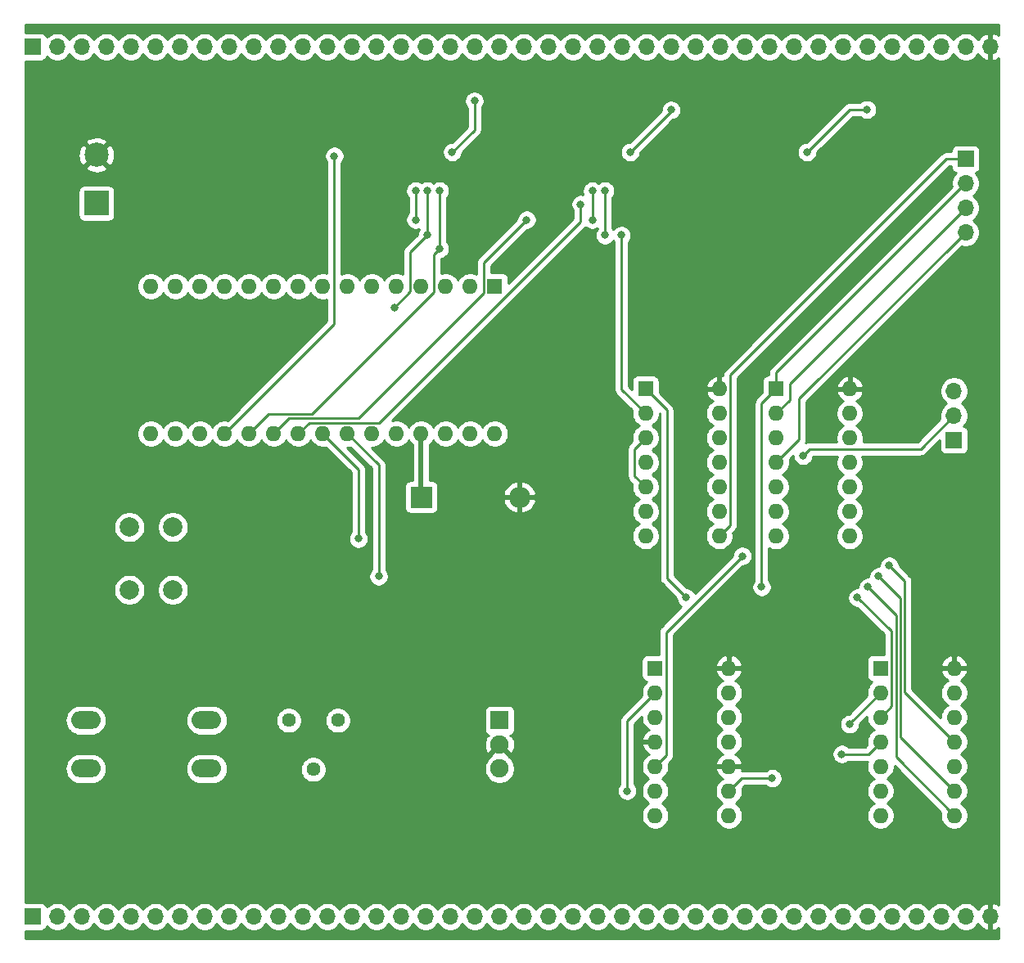
<source format=gbl>
G04 #@! TF.GenerationSoftware,KiCad,Pcbnew,(5.1.9)-1*
G04 #@! TF.CreationDate,2022-11-18T17:06:51-05:00*
G04 #@! TF.ProjectId,loader,6c6f6164-6572-42e6-9b69-6361645f7063,2.0*
G04 #@! TF.SameCoordinates,Original*
G04 #@! TF.FileFunction,Copper,L2,Bot*
G04 #@! TF.FilePolarity,Positive*
%FSLAX46Y46*%
G04 Gerber Fmt 4.6, Leading zero omitted, Abs format (unit mm)*
G04 Created by KiCad (PCBNEW (5.1.9)-1) date 2022-11-18 17:06:51*
%MOMM*%
%LPD*%
G01*
G04 APERTURE LIST*
G04 #@! TA.AperFunction,ComponentPad*
%ADD10O,1.700000X1.700000*%
G04 #@! TD*
G04 #@! TA.AperFunction,ComponentPad*
%ADD11R,1.700000X1.700000*%
G04 #@! TD*
G04 #@! TA.AperFunction,ComponentPad*
%ADD12O,3.048000X1.850000*%
G04 #@! TD*
G04 #@! TA.AperFunction,ComponentPad*
%ADD13C,2.500000*%
G04 #@! TD*
G04 #@! TA.AperFunction,ComponentPad*
%ADD14R,2.500000X2.500000*%
G04 #@! TD*
G04 #@! TA.AperFunction,ComponentPad*
%ADD15O,1.600000X1.600000*%
G04 #@! TD*
G04 #@! TA.AperFunction,ComponentPad*
%ADD16R,1.600000X1.600000*%
G04 #@! TD*
G04 #@! TA.AperFunction,ComponentPad*
%ADD17O,2.200000X2.200000*%
G04 #@! TD*
G04 #@! TA.AperFunction,ComponentPad*
%ADD18R,2.200000X2.200000*%
G04 #@! TD*
G04 #@! TA.AperFunction,ComponentPad*
%ADD19C,1.440000*%
G04 #@! TD*
G04 #@! TA.AperFunction,ComponentPad*
%ADD20C,2.000000*%
G04 #@! TD*
G04 #@! TA.AperFunction,ComponentPad*
%ADD21C,1.900000*%
G04 #@! TD*
G04 #@! TA.AperFunction,ComponentPad*
%ADD22R,1.900000X1.900000*%
G04 #@! TD*
G04 #@! TA.AperFunction,ViaPad*
%ADD23C,0.800000*%
G04 #@! TD*
G04 #@! TA.AperFunction,Conductor*
%ADD24C,0.250000*%
G04 #@! TD*
G04 #@! TA.AperFunction,Conductor*
%ADD25C,0.500000*%
G04 #@! TD*
G04 #@! TA.AperFunction,Conductor*
%ADD26C,0.254000*%
G04 #@! TD*
G04 #@! TA.AperFunction,Conductor*
%ADD27C,0.100000*%
G04 #@! TD*
G04 APERTURE END LIST*
D10*
X181700000Y-81620000D03*
X181700000Y-84160000D03*
D11*
X181700000Y-86700000D03*
D12*
X91900000Y-120700000D03*
X91900000Y-115700000D03*
X104400000Y-120700000D03*
X104400000Y-115700000D03*
D13*
X93000000Y-57200000D03*
D14*
X93000000Y-62200000D03*
D10*
X182900000Y-65220000D03*
X182900000Y-62680000D03*
X182900000Y-60140000D03*
D11*
X182900000Y-57600000D03*
D15*
X98640000Y-86040000D03*
X98640000Y-70800000D03*
X134200000Y-86040000D03*
X101180000Y-70800000D03*
X131660000Y-86040000D03*
X103720000Y-70800000D03*
X129120000Y-86040000D03*
X106260000Y-70800000D03*
X126580000Y-86040000D03*
X108800000Y-70800000D03*
X124040000Y-86040000D03*
X111340000Y-70800000D03*
X121500000Y-86040000D03*
X113880000Y-70800000D03*
X118960000Y-86040000D03*
X116420000Y-70800000D03*
X116420000Y-86040000D03*
X118960000Y-70800000D03*
X113880000Y-86040000D03*
X121500000Y-70800000D03*
X111340000Y-86040000D03*
X124040000Y-70800000D03*
X108800000Y-86040000D03*
X126580000Y-70800000D03*
X106260000Y-86040000D03*
X129120000Y-70800000D03*
X103720000Y-86040000D03*
X131660000Y-70800000D03*
X101180000Y-86040000D03*
D16*
X134200000Y-70800000D03*
D17*
X136760000Y-92600000D03*
D18*
X126600000Y-92600000D03*
D19*
X112900000Y-115700000D03*
X115440000Y-120780000D03*
X117980000Y-115700000D03*
D20*
X96400000Y-95700000D03*
X100900000Y-95700000D03*
X96400000Y-102200000D03*
X100900000Y-102200000D03*
D21*
X134700000Y-120700000D03*
X134700000Y-118200000D03*
D22*
X134700000Y-115700000D03*
D15*
X181720000Y-110300000D03*
X174100000Y-125540000D03*
X181720000Y-112840000D03*
X174100000Y-123000000D03*
X181720000Y-115380000D03*
X174100000Y-120460000D03*
X181720000Y-117920000D03*
X174100000Y-117920000D03*
X181720000Y-120460000D03*
X174100000Y-115380000D03*
X181720000Y-123000000D03*
X174100000Y-112840000D03*
X181720000Y-125540000D03*
D16*
X174100000Y-110300000D03*
D15*
X158420000Y-110300000D03*
X150800000Y-125540000D03*
X158420000Y-112840000D03*
X150800000Y-123000000D03*
X158420000Y-115380000D03*
X150800000Y-120460000D03*
X158420000Y-117920000D03*
X150800000Y-117920000D03*
X158420000Y-120460000D03*
X150800000Y-115380000D03*
X158420000Y-123000000D03*
X150800000Y-112840000D03*
X158420000Y-125540000D03*
D16*
X150800000Y-110300000D03*
D15*
X157420000Y-81400000D03*
X149800000Y-96640000D03*
X157420000Y-83940000D03*
X149800000Y-94100000D03*
X157420000Y-86480000D03*
X149800000Y-91560000D03*
X157420000Y-89020000D03*
X149800000Y-89020000D03*
X157420000Y-91560000D03*
X149800000Y-86480000D03*
X157420000Y-94100000D03*
X149800000Y-83940000D03*
X157420000Y-96640000D03*
D16*
X149800000Y-81400000D03*
D15*
X170920000Y-81400000D03*
X163300000Y-96640000D03*
X170920000Y-83940000D03*
X163300000Y-94100000D03*
X170920000Y-86480000D03*
X163300000Y-91560000D03*
X170920000Y-89020000D03*
X163300000Y-89020000D03*
X170920000Y-91560000D03*
X163300000Y-86480000D03*
X170920000Y-94100000D03*
X163300000Y-83940000D03*
X170920000Y-96640000D03*
D16*
X163300000Y-81400000D03*
D10*
X185460000Y-136000000D03*
X182920000Y-136000000D03*
X180380000Y-136000000D03*
X177840000Y-136000000D03*
X175300000Y-136000000D03*
X172760000Y-136000000D03*
X170220000Y-136000000D03*
X167680000Y-136000000D03*
X165140000Y-136000000D03*
X162600000Y-136000000D03*
X160060000Y-136000000D03*
X157520000Y-136000000D03*
X154980000Y-136000000D03*
X152440000Y-136000000D03*
X149900000Y-136000000D03*
X147360000Y-136000000D03*
X144820000Y-136000000D03*
X142280000Y-136000000D03*
X139740000Y-136000000D03*
X137200000Y-136000000D03*
X134660000Y-136000000D03*
X132120000Y-136000000D03*
X129580000Y-136000000D03*
X127040000Y-136000000D03*
X124500000Y-136000000D03*
X121960000Y-136000000D03*
X119420000Y-136000000D03*
X116880000Y-136000000D03*
X114340000Y-136000000D03*
X111800000Y-136000000D03*
X109260000Y-136000000D03*
X106720000Y-136000000D03*
X104180000Y-136000000D03*
X101640000Y-136000000D03*
X99100000Y-136000000D03*
X96560000Y-136000000D03*
X94020000Y-136000000D03*
X91480000Y-136000000D03*
X88940000Y-136000000D03*
D11*
X86400000Y-136000000D03*
D10*
X185460000Y-46000000D03*
X182920000Y-46000000D03*
X180380000Y-46000000D03*
X177840000Y-46000000D03*
X175300000Y-46000000D03*
X172760000Y-46000000D03*
X170220000Y-46000000D03*
X167680000Y-46000000D03*
X165140000Y-46000000D03*
X162600000Y-46000000D03*
X160060000Y-46000000D03*
X157520000Y-46000000D03*
X154980000Y-46000000D03*
X152440000Y-46000000D03*
X149900000Y-46000000D03*
X147360000Y-46000000D03*
X144820000Y-46000000D03*
X142280000Y-46000000D03*
X139740000Y-46000000D03*
X137200000Y-46000000D03*
X134660000Y-46000000D03*
X132120000Y-46000000D03*
X129580000Y-46000000D03*
X127040000Y-46000000D03*
X124500000Y-46000000D03*
X121960000Y-46000000D03*
X119420000Y-46000000D03*
X116880000Y-46000000D03*
X114340000Y-46000000D03*
X111800000Y-46000000D03*
X109260000Y-46000000D03*
X106720000Y-46000000D03*
X104180000Y-46000000D03*
X101640000Y-46000000D03*
X99100000Y-46000000D03*
X96560000Y-46000000D03*
X94020000Y-46000000D03*
X91480000Y-46000000D03*
X88940000Y-46000000D03*
D11*
X86400000Y-46000000D03*
D23*
X166500000Y-56900000D03*
X172699998Y-52500000D03*
X148200000Y-56900000D03*
X152440000Y-52540002D03*
X132100000Y-51600000D03*
X129800000Y-56900000D03*
X143095000Y-62300000D03*
X117599998Y-57300000D03*
X120100000Y-96900000D03*
X173900000Y-100800000D03*
X122200004Y-100800000D03*
X127200000Y-65500000D03*
X145600000Y-60900000D03*
X145600000Y-65500000D03*
X127200000Y-60900000D03*
X123795000Y-73000000D03*
X147300000Y-65500000D03*
X147900000Y-123000000D03*
X130600000Y-118200000D03*
X168000000Y-125500000D03*
X167400000Y-110000000D03*
X109400000Y-102200000D03*
X160200000Y-56900000D03*
X141800000Y-56900000D03*
X123400000Y-60900000D03*
X141500000Y-107300000D03*
X119500000Y-107300000D03*
X169262500Y-58837500D03*
X150862500Y-58837500D03*
X132625000Y-58775000D03*
X101900000Y-60500000D03*
X170900000Y-116100000D03*
X170100000Y-119200006D03*
X172800000Y-101900000D03*
X161800000Y-101900000D03*
X159800000Y-98700000D03*
X171700000Y-103000000D03*
X154000000Y-103000000D03*
X162900000Y-121700000D03*
X144300000Y-60900000D03*
X126000000Y-60900000D03*
X144300000Y-63899998D03*
X137500000Y-63900000D03*
X126000000Y-63900000D03*
X128500000Y-60900000D03*
X128499998Y-66900000D03*
X175000000Y-99700000D03*
X166100000Y-88300000D03*
D24*
X164700000Y-82540000D02*
X163300000Y-83940000D01*
X164700000Y-80880000D02*
X164700000Y-82540000D01*
X182900000Y-62680000D02*
X164700000Y-80880000D01*
X166500000Y-56900000D02*
X170900000Y-52500000D01*
X170900000Y-52500000D02*
X172699998Y-52500000D01*
X148200000Y-56900000D02*
X152440000Y-52660000D01*
X152440000Y-52660000D02*
X152440000Y-52540002D01*
X132100000Y-54600000D02*
X129800000Y-56900000D01*
X132100000Y-51600000D02*
X132100000Y-54600000D01*
D25*
X126580000Y-92580000D02*
X126600000Y-92600000D01*
X126580000Y-86040000D02*
X126580000Y-92580000D01*
D24*
X158545001Y-95514999D02*
X157420000Y-96640000D01*
X158545001Y-79954999D02*
X158545001Y-95514999D01*
X180900000Y-57600000D02*
X158545001Y-79954999D01*
X182900000Y-57600000D02*
X180900000Y-57600000D01*
X113880000Y-86040000D02*
X115005001Y-84914999D01*
X115005001Y-84914999D02*
X122270003Y-84914999D01*
X122270003Y-84914999D02*
X143095000Y-64090002D01*
X143095000Y-64090002D02*
X143095000Y-62300000D01*
X117599998Y-74700002D02*
X117599998Y-57300000D01*
X106260000Y-86040000D02*
X117599998Y-74700002D01*
X116420000Y-86040000D02*
X120100000Y-89720000D01*
X120100000Y-89720000D02*
X120100000Y-96900000D01*
X181720000Y-123000000D02*
X176149989Y-117429989D01*
X176149989Y-117429989D02*
X176149989Y-103049989D01*
X176149989Y-103049989D02*
X173900000Y-100800000D01*
X118960000Y-86040000D02*
X122200004Y-89280004D01*
X122200004Y-89280004D02*
X122200004Y-100800000D01*
X145600000Y-60900000D02*
X145600000Y-65500000D01*
X127200000Y-60900000D02*
X127200000Y-65500000D01*
X149800000Y-83940000D02*
X147300000Y-81440000D01*
X125454999Y-71340001D02*
X123795000Y-73000000D01*
X125454999Y-67245001D02*
X125454999Y-71340001D01*
X127200000Y-65500000D02*
X125454999Y-67245001D01*
X147300000Y-81400000D02*
X147300000Y-65500000D01*
X147900000Y-115740000D02*
X150800000Y-112840000D01*
X147900000Y-123000000D02*
X147900000Y-115740000D01*
X165700000Y-82420000D02*
X165700000Y-86620000D01*
X165700000Y-86620000D02*
X163300000Y-89020000D01*
X182900000Y-65220000D02*
X165700000Y-82420000D01*
X170900000Y-116040000D02*
X174100000Y-112840000D01*
X170900000Y-116100000D02*
X170900000Y-116040000D01*
X174100000Y-117920000D02*
X172819994Y-119200006D01*
X172819994Y-119200006D02*
X170100000Y-119200006D01*
X181720000Y-125540000D02*
X175699978Y-119519978D01*
X175699978Y-119519978D02*
X175699978Y-104799978D01*
X175699978Y-104799978D02*
X172800000Y-101900000D01*
X163800003Y-81849997D02*
X163749997Y-81849997D01*
X163300000Y-79700000D02*
X163300000Y-81400000D01*
X182860000Y-60140000D02*
X163300000Y-79700000D01*
X182900000Y-60140000D02*
X182860000Y-60140000D01*
X161800001Y-101899999D02*
X161800000Y-101900000D01*
X161800001Y-82899999D02*
X161800001Y-101899999D01*
X163300000Y-81400000D02*
X161800001Y-82899999D01*
X148674999Y-90434999D02*
X149800000Y-91560000D01*
X148674999Y-87605001D02*
X148674999Y-90434999D01*
X149800000Y-86480000D02*
X148674999Y-87605001D01*
X150800000Y-120460000D02*
X151925001Y-119334999D01*
X151925001Y-119334999D02*
X151925001Y-106574999D01*
X151925001Y-106574999D02*
X159800000Y-98700000D01*
X175225001Y-106425001D02*
X171700000Y-103000000D01*
X175225001Y-114254999D02*
X175225001Y-106425001D01*
X174100000Y-115380000D02*
X175225001Y-114254999D01*
X152000000Y-101000000D02*
X154000000Y-103000000D01*
X152000000Y-83600000D02*
X152000000Y-101000000D01*
X149800000Y-81400000D02*
X152000000Y-83600000D01*
X159720000Y-121700000D02*
X162900000Y-121700000D01*
X158420000Y-123000000D02*
X159720000Y-121700000D01*
X144300000Y-60900000D02*
X144300000Y-63899998D01*
X111340000Y-86040000D02*
X112915012Y-84464988D01*
X133074999Y-68325001D02*
X137500000Y-63900000D01*
X112915012Y-84464988D02*
X120088602Y-84464988D01*
X120088602Y-84464988D02*
X133074999Y-71478591D01*
X133074999Y-71478591D02*
X133074999Y-68325001D01*
X126000000Y-60900000D02*
X126000000Y-63900000D01*
X128500000Y-60900000D02*
X128500000Y-66899998D01*
X128500000Y-66899998D02*
X128499998Y-66900000D01*
X108800000Y-86040000D02*
X110840000Y-84000000D01*
X110840000Y-84000000D02*
X115300000Y-84000000D01*
X115300000Y-84000000D02*
X127900000Y-71400000D01*
X127900000Y-67499998D02*
X128499998Y-66900000D01*
X127900000Y-71400000D02*
X127900000Y-67499998D01*
X176600000Y-112800000D02*
X176600000Y-101300000D01*
X181720000Y-117920000D02*
X176600000Y-112800000D01*
X176600000Y-101300000D02*
X175000000Y-99700000D01*
X181700000Y-84160000D02*
X178254999Y-87605001D01*
X178254999Y-87605001D02*
X166794999Y-87605001D01*
X166794999Y-87605001D02*
X166100000Y-88300000D01*
D26*
X186315000Y-44794057D02*
X186226920Y-44728359D01*
X185964099Y-44603175D01*
X185816890Y-44558524D01*
X185587000Y-44679845D01*
X185587000Y-45873000D01*
X185607000Y-45873000D01*
X185607000Y-46127000D01*
X185587000Y-46127000D01*
X185587000Y-47320155D01*
X185816890Y-47441476D01*
X185964099Y-47396825D01*
X186226920Y-47271641D01*
X186315000Y-47205943D01*
X186315001Y-134794058D01*
X186226920Y-134728359D01*
X185964099Y-134603175D01*
X185816890Y-134558524D01*
X185587000Y-134679845D01*
X185587000Y-135873000D01*
X185607000Y-135873000D01*
X185607000Y-136127000D01*
X185587000Y-136127000D01*
X185587000Y-137320155D01*
X185816890Y-137441476D01*
X185964099Y-137396825D01*
X186226920Y-137271641D01*
X186315001Y-137205942D01*
X186315001Y-138315000D01*
X85685000Y-138315000D01*
X85685000Y-137488072D01*
X87250000Y-137488072D01*
X87374482Y-137475812D01*
X87494180Y-137439502D01*
X87604494Y-137380537D01*
X87701185Y-137301185D01*
X87780537Y-137204494D01*
X87839502Y-137094180D01*
X87861513Y-137021620D01*
X87993368Y-137153475D01*
X88236589Y-137315990D01*
X88506842Y-137427932D01*
X88793740Y-137485000D01*
X89086260Y-137485000D01*
X89373158Y-137427932D01*
X89643411Y-137315990D01*
X89886632Y-137153475D01*
X90093475Y-136946632D01*
X90210000Y-136772240D01*
X90326525Y-136946632D01*
X90533368Y-137153475D01*
X90776589Y-137315990D01*
X91046842Y-137427932D01*
X91333740Y-137485000D01*
X91626260Y-137485000D01*
X91913158Y-137427932D01*
X92183411Y-137315990D01*
X92426632Y-137153475D01*
X92633475Y-136946632D01*
X92750000Y-136772240D01*
X92866525Y-136946632D01*
X93073368Y-137153475D01*
X93316589Y-137315990D01*
X93586842Y-137427932D01*
X93873740Y-137485000D01*
X94166260Y-137485000D01*
X94453158Y-137427932D01*
X94723411Y-137315990D01*
X94966632Y-137153475D01*
X95173475Y-136946632D01*
X95290000Y-136772240D01*
X95406525Y-136946632D01*
X95613368Y-137153475D01*
X95856589Y-137315990D01*
X96126842Y-137427932D01*
X96413740Y-137485000D01*
X96706260Y-137485000D01*
X96993158Y-137427932D01*
X97263411Y-137315990D01*
X97506632Y-137153475D01*
X97713475Y-136946632D01*
X97830000Y-136772240D01*
X97946525Y-136946632D01*
X98153368Y-137153475D01*
X98396589Y-137315990D01*
X98666842Y-137427932D01*
X98953740Y-137485000D01*
X99246260Y-137485000D01*
X99533158Y-137427932D01*
X99803411Y-137315990D01*
X100046632Y-137153475D01*
X100253475Y-136946632D01*
X100370000Y-136772240D01*
X100486525Y-136946632D01*
X100693368Y-137153475D01*
X100936589Y-137315990D01*
X101206842Y-137427932D01*
X101493740Y-137485000D01*
X101786260Y-137485000D01*
X102073158Y-137427932D01*
X102343411Y-137315990D01*
X102586632Y-137153475D01*
X102793475Y-136946632D01*
X102910000Y-136772240D01*
X103026525Y-136946632D01*
X103233368Y-137153475D01*
X103476589Y-137315990D01*
X103746842Y-137427932D01*
X104033740Y-137485000D01*
X104326260Y-137485000D01*
X104613158Y-137427932D01*
X104883411Y-137315990D01*
X105126632Y-137153475D01*
X105333475Y-136946632D01*
X105450000Y-136772240D01*
X105566525Y-136946632D01*
X105773368Y-137153475D01*
X106016589Y-137315990D01*
X106286842Y-137427932D01*
X106573740Y-137485000D01*
X106866260Y-137485000D01*
X107153158Y-137427932D01*
X107423411Y-137315990D01*
X107666632Y-137153475D01*
X107873475Y-136946632D01*
X107990000Y-136772240D01*
X108106525Y-136946632D01*
X108313368Y-137153475D01*
X108556589Y-137315990D01*
X108826842Y-137427932D01*
X109113740Y-137485000D01*
X109406260Y-137485000D01*
X109693158Y-137427932D01*
X109963411Y-137315990D01*
X110206632Y-137153475D01*
X110413475Y-136946632D01*
X110530000Y-136772240D01*
X110646525Y-136946632D01*
X110853368Y-137153475D01*
X111096589Y-137315990D01*
X111366842Y-137427932D01*
X111653740Y-137485000D01*
X111946260Y-137485000D01*
X112233158Y-137427932D01*
X112503411Y-137315990D01*
X112746632Y-137153475D01*
X112953475Y-136946632D01*
X113070000Y-136772240D01*
X113186525Y-136946632D01*
X113393368Y-137153475D01*
X113636589Y-137315990D01*
X113906842Y-137427932D01*
X114193740Y-137485000D01*
X114486260Y-137485000D01*
X114773158Y-137427932D01*
X115043411Y-137315990D01*
X115286632Y-137153475D01*
X115493475Y-136946632D01*
X115610000Y-136772240D01*
X115726525Y-136946632D01*
X115933368Y-137153475D01*
X116176589Y-137315990D01*
X116446842Y-137427932D01*
X116733740Y-137485000D01*
X117026260Y-137485000D01*
X117313158Y-137427932D01*
X117583411Y-137315990D01*
X117826632Y-137153475D01*
X118033475Y-136946632D01*
X118150000Y-136772240D01*
X118266525Y-136946632D01*
X118473368Y-137153475D01*
X118716589Y-137315990D01*
X118986842Y-137427932D01*
X119273740Y-137485000D01*
X119566260Y-137485000D01*
X119853158Y-137427932D01*
X120123411Y-137315990D01*
X120366632Y-137153475D01*
X120573475Y-136946632D01*
X120690000Y-136772240D01*
X120806525Y-136946632D01*
X121013368Y-137153475D01*
X121256589Y-137315990D01*
X121526842Y-137427932D01*
X121813740Y-137485000D01*
X122106260Y-137485000D01*
X122393158Y-137427932D01*
X122663411Y-137315990D01*
X122906632Y-137153475D01*
X123113475Y-136946632D01*
X123230000Y-136772240D01*
X123346525Y-136946632D01*
X123553368Y-137153475D01*
X123796589Y-137315990D01*
X124066842Y-137427932D01*
X124353740Y-137485000D01*
X124646260Y-137485000D01*
X124933158Y-137427932D01*
X125203411Y-137315990D01*
X125446632Y-137153475D01*
X125653475Y-136946632D01*
X125770000Y-136772240D01*
X125886525Y-136946632D01*
X126093368Y-137153475D01*
X126336589Y-137315990D01*
X126606842Y-137427932D01*
X126893740Y-137485000D01*
X127186260Y-137485000D01*
X127473158Y-137427932D01*
X127743411Y-137315990D01*
X127986632Y-137153475D01*
X128193475Y-136946632D01*
X128310000Y-136772240D01*
X128426525Y-136946632D01*
X128633368Y-137153475D01*
X128876589Y-137315990D01*
X129146842Y-137427932D01*
X129433740Y-137485000D01*
X129726260Y-137485000D01*
X130013158Y-137427932D01*
X130283411Y-137315990D01*
X130526632Y-137153475D01*
X130733475Y-136946632D01*
X130850000Y-136772240D01*
X130966525Y-136946632D01*
X131173368Y-137153475D01*
X131416589Y-137315990D01*
X131686842Y-137427932D01*
X131973740Y-137485000D01*
X132266260Y-137485000D01*
X132553158Y-137427932D01*
X132823411Y-137315990D01*
X133066632Y-137153475D01*
X133273475Y-136946632D01*
X133390000Y-136772240D01*
X133506525Y-136946632D01*
X133713368Y-137153475D01*
X133956589Y-137315990D01*
X134226842Y-137427932D01*
X134513740Y-137485000D01*
X134806260Y-137485000D01*
X135093158Y-137427932D01*
X135363411Y-137315990D01*
X135606632Y-137153475D01*
X135813475Y-136946632D01*
X135930000Y-136772240D01*
X136046525Y-136946632D01*
X136253368Y-137153475D01*
X136496589Y-137315990D01*
X136766842Y-137427932D01*
X137053740Y-137485000D01*
X137346260Y-137485000D01*
X137633158Y-137427932D01*
X137903411Y-137315990D01*
X138146632Y-137153475D01*
X138353475Y-136946632D01*
X138470000Y-136772240D01*
X138586525Y-136946632D01*
X138793368Y-137153475D01*
X139036589Y-137315990D01*
X139306842Y-137427932D01*
X139593740Y-137485000D01*
X139886260Y-137485000D01*
X140173158Y-137427932D01*
X140443411Y-137315990D01*
X140686632Y-137153475D01*
X140893475Y-136946632D01*
X141010000Y-136772240D01*
X141126525Y-136946632D01*
X141333368Y-137153475D01*
X141576589Y-137315990D01*
X141846842Y-137427932D01*
X142133740Y-137485000D01*
X142426260Y-137485000D01*
X142713158Y-137427932D01*
X142983411Y-137315990D01*
X143226632Y-137153475D01*
X143433475Y-136946632D01*
X143550000Y-136772240D01*
X143666525Y-136946632D01*
X143873368Y-137153475D01*
X144116589Y-137315990D01*
X144386842Y-137427932D01*
X144673740Y-137485000D01*
X144966260Y-137485000D01*
X145253158Y-137427932D01*
X145523411Y-137315990D01*
X145766632Y-137153475D01*
X145973475Y-136946632D01*
X146090000Y-136772240D01*
X146206525Y-136946632D01*
X146413368Y-137153475D01*
X146656589Y-137315990D01*
X146926842Y-137427932D01*
X147213740Y-137485000D01*
X147506260Y-137485000D01*
X147793158Y-137427932D01*
X148063411Y-137315990D01*
X148306632Y-137153475D01*
X148513475Y-136946632D01*
X148630000Y-136772240D01*
X148746525Y-136946632D01*
X148953368Y-137153475D01*
X149196589Y-137315990D01*
X149466842Y-137427932D01*
X149753740Y-137485000D01*
X150046260Y-137485000D01*
X150333158Y-137427932D01*
X150603411Y-137315990D01*
X150846632Y-137153475D01*
X151053475Y-136946632D01*
X151170000Y-136772240D01*
X151286525Y-136946632D01*
X151493368Y-137153475D01*
X151736589Y-137315990D01*
X152006842Y-137427932D01*
X152293740Y-137485000D01*
X152586260Y-137485000D01*
X152873158Y-137427932D01*
X153143411Y-137315990D01*
X153386632Y-137153475D01*
X153593475Y-136946632D01*
X153710000Y-136772240D01*
X153826525Y-136946632D01*
X154033368Y-137153475D01*
X154276589Y-137315990D01*
X154546842Y-137427932D01*
X154833740Y-137485000D01*
X155126260Y-137485000D01*
X155413158Y-137427932D01*
X155683411Y-137315990D01*
X155926632Y-137153475D01*
X156133475Y-136946632D01*
X156250000Y-136772240D01*
X156366525Y-136946632D01*
X156573368Y-137153475D01*
X156816589Y-137315990D01*
X157086842Y-137427932D01*
X157373740Y-137485000D01*
X157666260Y-137485000D01*
X157953158Y-137427932D01*
X158223411Y-137315990D01*
X158466632Y-137153475D01*
X158673475Y-136946632D01*
X158790000Y-136772240D01*
X158906525Y-136946632D01*
X159113368Y-137153475D01*
X159356589Y-137315990D01*
X159626842Y-137427932D01*
X159913740Y-137485000D01*
X160206260Y-137485000D01*
X160493158Y-137427932D01*
X160763411Y-137315990D01*
X161006632Y-137153475D01*
X161213475Y-136946632D01*
X161330000Y-136772240D01*
X161446525Y-136946632D01*
X161653368Y-137153475D01*
X161896589Y-137315990D01*
X162166842Y-137427932D01*
X162453740Y-137485000D01*
X162746260Y-137485000D01*
X163033158Y-137427932D01*
X163303411Y-137315990D01*
X163546632Y-137153475D01*
X163753475Y-136946632D01*
X163870000Y-136772240D01*
X163986525Y-136946632D01*
X164193368Y-137153475D01*
X164436589Y-137315990D01*
X164706842Y-137427932D01*
X164993740Y-137485000D01*
X165286260Y-137485000D01*
X165573158Y-137427932D01*
X165843411Y-137315990D01*
X166086632Y-137153475D01*
X166293475Y-136946632D01*
X166410000Y-136772240D01*
X166526525Y-136946632D01*
X166733368Y-137153475D01*
X166976589Y-137315990D01*
X167246842Y-137427932D01*
X167533740Y-137485000D01*
X167826260Y-137485000D01*
X168113158Y-137427932D01*
X168383411Y-137315990D01*
X168626632Y-137153475D01*
X168833475Y-136946632D01*
X168950000Y-136772240D01*
X169066525Y-136946632D01*
X169273368Y-137153475D01*
X169516589Y-137315990D01*
X169786842Y-137427932D01*
X170073740Y-137485000D01*
X170366260Y-137485000D01*
X170653158Y-137427932D01*
X170923411Y-137315990D01*
X171166632Y-137153475D01*
X171373475Y-136946632D01*
X171490000Y-136772240D01*
X171606525Y-136946632D01*
X171813368Y-137153475D01*
X172056589Y-137315990D01*
X172326842Y-137427932D01*
X172613740Y-137485000D01*
X172906260Y-137485000D01*
X173193158Y-137427932D01*
X173463411Y-137315990D01*
X173706632Y-137153475D01*
X173913475Y-136946632D01*
X174030000Y-136772240D01*
X174146525Y-136946632D01*
X174353368Y-137153475D01*
X174596589Y-137315990D01*
X174866842Y-137427932D01*
X175153740Y-137485000D01*
X175446260Y-137485000D01*
X175733158Y-137427932D01*
X176003411Y-137315990D01*
X176246632Y-137153475D01*
X176453475Y-136946632D01*
X176570000Y-136772240D01*
X176686525Y-136946632D01*
X176893368Y-137153475D01*
X177136589Y-137315990D01*
X177406842Y-137427932D01*
X177693740Y-137485000D01*
X177986260Y-137485000D01*
X178273158Y-137427932D01*
X178543411Y-137315990D01*
X178786632Y-137153475D01*
X178993475Y-136946632D01*
X179110000Y-136772240D01*
X179226525Y-136946632D01*
X179433368Y-137153475D01*
X179676589Y-137315990D01*
X179946842Y-137427932D01*
X180233740Y-137485000D01*
X180526260Y-137485000D01*
X180813158Y-137427932D01*
X181083411Y-137315990D01*
X181326632Y-137153475D01*
X181533475Y-136946632D01*
X181650000Y-136772240D01*
X181766525Y-136946632D01*
X181973368Y-137153475D01*
X182216589Y-137315990D01*
X182486842Y-137427932D01*
X182773740Y-137485000D01*
X183066260Y-137485000D01*
X183353158Y-137427932D01*
X183623411Y-137315990D01*
X183866632Y-137153475D01*
X184073475Y-136946632D01*
X184195195Y-136764466D01*
X184264822Y-136881355D01*
X184459731Y-137097588D01*
X184693080Y-137271641D01*
X184955901Y-137396825D01*
X185103110Y-137441476D01*
X185333000Y-137320155D01*
X185333000Y-136127000D01*
X185313000Y-136127000D01*
X185313000Y-135873000D01*
X185333000Y-135873000D01*
X185333000Y-134679845D01*
X185103110Y-134558524D01*
X184955901Y-134603175D01*
X184693080Y-134728359D01*
X184459731Y-134902412D01*
X184264822Y-135118645D01*
X184195195Y-135235534D01*
X184073475Y-135053368D01*
X183866632Y-134846525D01*
X183623411Y-134684010D01*
X183353158Y-134572068D01*
X183066260Y-134515000D01*
X182773740Y-134515000D01*
X182486842Y-134572068D01*
X182216589Y-134684010D01*
X181973368Y-134846525D01*
X181766525Y-135053368D01*
X181650000Y-135227760D01*
X181533475Y-135053368D01*
X181326632Y-134846525D01*
X181083411Y-134684010D01*
X180813158Y-134572068D01*
X180526260Y-134515000D01*
X180233740Y-134515000D01*
X179946842Y-134572068D01*
X179676589Y-134684010D01*
X179433368Y-134846525D01*
X179226525Y-135053368D01*
X179110000Y-135227760D01*
X178993475Y-135053368D01*
X178786632Y-134846525D01*
X178543411Y-134684010D01*
X178273158Y-134572068D01*
X177986260Y-134515000D01*
X177693740Y-134515000D01*
X177406842Y-134572068D01*
X177136589Y-134684010D01*
X176893368Y-134846525D01*
X176686525Y-135053368D01*
X176570000Y-135227760D01*
X176453475Y-135053368D01*
X176246632Y-134846525D01*
X176003411Y-134684010D01*
X175733158Y-134572068D01*
X175446260Y-134515000D01*
X175153740Y-134515000D01*
X174866842Y-134572068D01*
X174596589Y-134684010D01*
X174353368Y-134846525D01*
X174146525Y-135053368D01*
X174030000Y-135227760D01*
X173913475Y-135053368D01*
X173706632Y-134846525D01*
X173463411Y-134684010D01*
X173193158Y-134572068D01*
X172906260Y-134515000D01*
X172613740Y-134515000D01*
X172326842Y-134572068D01*
X172056589Y-134684010D01*
X171813368Y-134846525D01*
X171606525Y-135053368D01*
X171490000Y-135227760D01*
X171373475Y-135053368D01*
X171166632Y-134846525D01*
X170923411Y-134684010D01*
X170653158Y-134572068D01*
X170366260Y-134515000D01*
X170073740Y-134515000D01*
X169786842Y-134572068D01*
X169516589Y-134684010D01*
X169273368Y-134846525D01*
X169066525Y-135053368D01*
X168950000Y-135227760D01*
X168833475Y-135053368D01*
X168626632Y-134846525D01*
X168383411Y-134684010D01*
X168113158Y-134572068D01*
X167826260Y-134515000D01*
X167533740Y-134515000D01*
X167246842Y-134572068D01*
X166976589Y-134684010D01*
X166733368Y-134846525D01*
X166526525Y-135053368D01*
X166410000Y-135227760D01*
X166293475Y-135053368D01*
X166086632Y-134846525D01*
X165843411Y-134684010D01*
X165573158Y-134572068D01*
X165286260Y-134515000D01*
X164993740Y-134515000D01*
X164706842Y-134572068D01*
X164436589Y-134684010D01*
X164193368Y-134846525D01*
X163986525Y-135053368D01*
X163870000Y-135227760D01*
X163753475Y-135053368D01*
X163546632Y-134846525D01*
X163303411Y-134684010D01*
X163033158Y-134572068D01*
X162746260Y-134515000D01*
X162453740Y-134515000D01*
X162166842Y-134572068D01*
X161896589Y-134684010D01*
X161653368Y-134846525D01*
X161446525Y-135053368D01*
X161330000Y-135227760D01*
X161213475Y-135053368D01*
X161006632Y-134846525D01*
X160763411Y-134684010D01*
X160493158Y-134572068D01*
X160206260Y-134515000D01*
X159913740Y-134515000D01*
X159626842Y-134572068D01*
X159356589Y-134684010D01*
X159113368Y-134846525D01*
X158906525Y-135053368D01*
X158790000Y-135227760D01*
X158673475Y-135053368D01*
X158466632Y-134846525D01*
X158223411Y-134684010D01*
X157953158Y-134572068D01*
X157666260Y-134515000D01*
X157373740Y-134515000D01*
X157086842Y-134572068D01*
X156816589Y-134684010D01*
X156573368Y-134846525D01*
X156366525Y-135053368D01*
X156250000Y-135227760D01*
X156133475Y-135053368D01*
X155926632Y-134846525D01*
X155683411Y-134684010D01*
X155413158Y-134572068D01*
X155126260Y-134515000D01*
X154833740Y-134515000D01*
X154546842Y-134572068D01*
X154276589Y-134684010D01*
X154033368Y-134846525D01*
X153826525Y-135053368D01*
X153710000Y-135227760D01*
X153593475Y-135053368D01*
X153386632Y-134846525D01*
X153143411Y-134684010D01*
X152873158Y-134572068D01*
X152586260Y-134515000D01*
X152293740Y-134515000D01*
X152006842Y-134572068D01*
X151736589Y-134684010D01*
X151493368Y-134846525D01*
X151286525Y-135053368D01*
X151170000Y-135227760D01*
X151053475Y-135053368D01*
X150846632Y-134846525D01*
X150603411Y-134684010D01*
X150333158Y-134572068D01*
X150046260Y-134515000D01*
X149753740Y-134515000D01*
X149466842Y-134572068D01*
X149196589Y-134684010D01*
X148953368Y-134846525D01*
X148746525Y-135053368D01*
X148630000Y-135227760D01*
X148513475Y-135053368D01*
X148306632Y-134846525D01*
X148063411Y-134684010D01*
X147793158Y-134572068D01*
X147506260Y-134515000D01*
X147213740Y-134515000D01*
X146926842Y-134572068D01*
X146656589Y-134684010D01*
X146413368Y-134846525D01*
X146206525Y-135053368D01*
X146090000Y-135227760D01*
X145973475Y-135053368D01*
X145766632Y-134846525D01*
X145523411Y-134684010D01*
X145253158Y-134572068D01*
X144966260Y-134515000D01*
X144673740Y-134515000D01*
X144386842Y-134572068D01*
X144116589Y-134684010D01*
X143873368Y-134846525D01*
X143666525Y-135053368D01*
X143550000Y-135227760D01*
X143433475Y-135053368D01*
X143226632Y-134846525D01*
X142983411Y-134684010D01*
X142713158Y-134572068D01*
X142426260Y-134515000D01*
X142133740Y-134515000D01*
X141846842Y-134572068D01*
X141576589Y-134684010D01*
X141333368Y-134846525D01*
X141126525Y-135053368D01*
X141010000Y-135227760D01*
X140893475Y-135053368D01*
X140686632Y-134846525D01*
X140443411Y-134684010D01*
X140173158Y-134572068D01*
X139886260Y-134515000D01*
X139593740Y-134515000D01*
X139306842Y-134572068D01*
X139036589Y-134684010D01*
X138793368Y-134846525D01*
X138586525Y-135053368D01*
X138470000Y-135227760D01*
X138353475Y-135053368D01*
X138146632Y-134846525D01*
X137903411Y-134684010D01*
X137633158Y-134572068D01*
X137346260Y-134515000D01*
X137053740Y-134515000D01*
X136766842Y-134572068D01*
X136496589Y-134684010D01*
X136253368Y-134846525D01*
X136046525Y-135053368D01*
X135930000Y-135227760D01*
X135813475Y-135053368D01*
X135606632Y-134846525D01*
X135363411Y-134684010D01*
X135093158Y-134572068D01*
X134806260Y-134515000D01*
X134513740Y-134515000D01*
X134226842Y-134572068D01*
X133956589Y-134684010D01*
X133713368Y-134846525D01*
X133506525Y-135053368D01*
X133390000Y-135227760D01*
X133273475Y-135053368D01*
X133066632Y-134846525D01*
X132823411Y-134684010D01*
X132553158Y-134572068D01*
X132266260Y-134515000D01*
X131973740Y-134515000D01*
X131686842Y-134572068D01*
X131416589Y-134684010D01*
X131173368Y-134846525D01*
X130966525Y-135053368D01*
X130850000Y-135227760D01*
X130733475Y-135053368D01*
X130526632Y-134846525D01*
X130283411Y-134684010D01*
X130013158Y-134572068D01*
X129726260Y-134515000D01*
X129433740Y-134515000D01*
X129146842Y-134572068D01*
X128876589Y-134684010D01*
X128633368Y-134846525D01*
X128426525Y-135053368D01*
X128310000Y-135227760D01*
X128193475Y-135053368D01*
X127986632Y-134846525D01*
X127743411Y-134684010D01*
X127473158Y-134572068D01*
X127186260Y-134515000D01*
X126893740Y-134515000D01*
X126606842Y-134572068D01*
X126336589Y-134684010D01*
X126093368Y-134846525D01*
X125886525Y-135053368D01*
X125770000Y-135227760D01*
X125653475Y-135053368D01*
X125446632Y-134846525D01*
X125203411Y-134684010D01*
X124933158Y-134572068D01*
X124646260Y-134515000D01*
X124353740Y-134515000D01*
X124066842Y-134572068D01*
X123796589Y-134684010D01*
X123553368Y-134846525D01*
X123346525Y-135053368D01*
X123230000Y-135227760D01*
X123113475Y-135053368D01*
X122906632Y-134846525D01*
X122663411Y-134684010D01*
X122393158Y-134572068D01*
X122106260Y-134515000D01*
X121813740Y-134515000D01*
X121526842Y-134572068D01*
X121256589Y-134684010D01*
X121013368Y-134846525D01*
X120806525Y-135053368D01*
X120690000Y-135227760D01*
X120573475Y-135053368D01*
X120366632Y-134846525D01*
X120123411Y-134684010D01*
X119853158Y-134572068D01*
X119566260Y-134515000D01*
X119273740Y-134515000D01*
X118986842Y-134572068D01*
X118716589Y-134684010D01*
X118473368Y-134846525D01*
X118266525Y-135053368D01*
X118150000Y-135227760D01*
X118033475Y-135053368D01*
X117826632Y-134846525D01*
X117583411Y-134684010D01*
X117313158Y-134572068D01*
X117026260Y-134515000D01*
X116733740Y-134515000D01*
X116446842Y-134572068D01*
X116176589Y-134684010D01*
X115933368Y-134846525D01*
X115726525Y-135053368D01*
X115610000Y-135227760D01*
X115493475Y-135053368D01*
X115286632Y-134846525D01*
X115043411Y-134684010D01*
X114773158Y-134572068D01*
X114486260Y-134515000D01*
X114193740Y-134515000D01*
X113906842Y-134572068D01*
X113636589Y-134684010D01*
X113393368Y-134846525D01*
X113186525Y-135053368D01*
X113070000Y-135227760D01*
X112953475Y-135053368D01*
X112746632Y-134846525D01*
X112503411Y-134684010D01*
X112233158Y-134572068D01*
X111946260Y-134515000D01*
X111653740Y-134515000D01*
X111366842Y-134572068D01*
X111096589Y-134684010D01*
X110853368Y-134846525D01*
X110646525Y-135053368D01*
X110530000Y-135227760D01*
X110413475Y-135053368D01*
X110206632Y-134846525D01*
X109963411Y-134684010D01*
X109693158Y-134572068D01*
X109406260Y-134515000D01*
X109113740Y-134515000D01*
X108826842Y-134572068D01*
X108556589Y-134684010D01*
X108313368Y-134846525D01*
X108106525Y-135053368D01*
X107990000Y-135227760D01*
X107873475Y-135053368D01*
X107666632Y-134846525D01*
X107423411Y-134684010D01*
X107153158Y-134572068D01*
X106866260Y-134515000D01*
X106573740Y-134515000D01*
X106286842Y-134572068D01*
X106016589Y-134684010D01*
X105773368Y-134846525D01*
X105566525Y-135053368D01*
X105450000Y-135227760D01*
X105333475Y-135053368D01*
X105126632Y-134846525D01*
X104883411Y-134684010D01*
X104613158Y-134572068D01*
X104326260Y-134515000D01*
X104033740Y-134515000D01*
X103746842Y-134572068D01*
X103476589Y-134684010D01*
X103233368Y-134846525D01*
X103026525Y-135053368D01*
X102910000Y-135227760D01*
X102793475Y-135053368D01*
X102586632Y-134846525D01*
X102343411Y-134684010D01*
X102073158Y-134572068D01*
X101786260Y-134515000D01*
X101493740Y-134515000D01*
X101206842Y-134572068D01*
X100936589Y-134684010D01*
X100693368Y-134846525D01*
X100486525Y-135053368D01*
X100370000Y-135227760D01*
X100253475Y-135053368D01*
X100046632Y-134846525D01*
X99803411Y-134684010D01*
X99533158Y-134572068D01*
X99246260Y-134515000D01*
X98953740Y-134515000D01*
X98666842Y-134572068D01*
X98396589Y-134684010D01*
X98153368Y-134846525D01*
X97946525Y-135053368D01*
X97830000Y-135227760D01*
X97713475Y-135053368D01*
X97506632Y-134846525D01*
X97263411Y-134684010D01*
X96993158Y-134572068D01*
X96706260Y-134515000D01*
X96413740Y-134515000D01*
X96126842Y-134572068D01*
X95856589Y-134684010D01*
X95613368Y-134846525D01*
X95406525Y-135053368D01*
X95290000Y-135227760D01*
X95173475Y-135053368D01*
X94966632Y-134846525D01*
X94723411Y-134684010D01*
X94453158Y-134572068D01*
X94166260Y-134515000D01*
X93873740Y-134515000D01*
X93586842Y-134572068D01*
X93316589Y-134684010D01*
X93073368Y-134846525D01*
X92866525Y-135053368D01*
X92750000Y-135227760D01*
X92633475Y-135053368D01*
X92426632Y-134846525D01*
X92183411Y-134684010D01*
X91913158Y-134572068D01*
X91626260Y-134515000D01*
X91333740Y-134515000D01*
X91046842Y-134572068D01*
X90776589Y-134684010D01*
X90533368Y-134846525D01*
X90326525Y-135053368D01*
X90210000Y-135227760D01*
X90093475Y-135053368D01*
X89886632Y-134846525D01*
X89643411Y-134684010D01*
X89373158Y-134572068D01*
X89086260Y-134515000D01*
X88793740Y-134515000D01*
X88506842Y-134572068D01*
X88236589Y-134684010D01*
X87993368Y-134846525D01*
X87861513Y-134978380D01*
X87839502Y-134905820D01*
X87780537Y-134795506D01*
X87701185Y-134698815D01*
X87604494Y-134619463D01*
X87494180Y-134560498D01*
X87374482Y-134524188D01*
X87250000Y-134511928D01*
X85685000Y-134511928D01*
X85685000Y-120700000D01*
X89733452Y-120700000D01*
X89763572Y-121005813D01*
X89852774Y-121299875D01*
X89997631Y-121570883D01*
X90192576Y-121808424D01*
X90430117Y-122003369D01*
X90701125Y-122148226D01*
X90995187Y-122237428D01*
X91224364Y-122260000D01*
X92575636Y-122260000D01*
X92804813Y-122237428D01*
X93098875Y-122148226D01*
X93369883Y-122003369D01*
X93607424Y-121808424D01*
X93802369Y-121570883D01*
X93947226Y-121299875D01*
X94036428Y-121005813D01*
X94066548Y-120700000D01*
X102233452Y-120700000D01*
X102263572Y-121005813D01*
X102352774Y-121299875D01*
X102497631Y-121570883D01*
X102692576Y-121808424D01*
X102930117Y-122003369D01*
X103201125Y-122148226D01*
X103495187Y-122237428D01*
X103724364Y-122260000D01*
X105075636Y-122260000D01*
X105304813Y-122237428D01*
X105598875Y-122148226D01*
X105869883Y-122003369D01*
X106107424Y-121808424D01*
X106302369Y-121570883D01*
X106447226Y-121299875D01*
X106536428Y-121005813D01*
X106566548Y-120700000D01*
X106561284Y-120646544D01*
X114085000Y-120646544D01*
X114085000Y-120913456D01*
X114137072Y-121175239D01*
X114239215Y-121421833D01*
X114387503Y-121643762D01*
X114576238Y-121832497D01*
X114798167Y-121980785D01*
X115044761Y-122082928D01*
X115306544Y-122135000D01*
X115573456Y-122135000D01*
X115835239Y-122082928D01*
X116081833Y-121980785D01*
X116303762Y-121832497D01*
X116492497Y-121643762D01*
X116640785Y-121421833D01*
X116742928Y-121175239D01*
X116795000Y-120913456D01*
X116795000Y-120646544D01*
X116774582Y-120543891D01*
X133115000Y-120543891D01*
X133115000Y-120856109D01*
X133175911Y-121162327D01*
X133295391Y-121450779D01*
X133468850Y-121710379D01*
X133689621Y-121931150D01*
X133949221Y-122104609D01*
X134237673Y-122224089D01*
X134543891Y-122285000D01*
X134856109Y-122285000D01*
X135162327Y-122224089D01*
X135450779Y-122104609D01*
X135710379Y-121931150D01*
X135931150Y-121710379D01*
X136104609Y-121450779D01*
X136224089Y-121162327D01*
X136285000Y-120856109D01*
X136285000Y-120543891D01*
X136224089Y-120237673D01*
X136104609Y-119949221D01*
X135931150Y-119689621D01*
X135710379Y-119468850D01*
X135589566Y-119388125D01*
X135620147Y-119299752D01*
X134700000Y-118379605D01*
X133779853Y-119299752D01*
X133810434Y-119388125D01*
X133689621Y-119468850D01*
X133468850Y-119689621D01*
X133295391Y-119949221D01*
X133175911Y-120237673D01*
X133115000Y-120543891D01*
X116774582Y-120543891D01*
X116742928Y-120384761D01*
X116640785Y-120138167D01*
X116492497Y-119916238D01*
X116303762Y-119727503D01*
X116081833Y-119579215D01*
X115835239Y-119477072D01*
X115573456Y-119425000D01*
X115306544Y-119425000D01*
X115044761Y-119477072D01*
X114798167Y-119579215D01*
X114576238Y-119727503D01*
X114387503Y-119916238D01*
X114239215Y-120138167D01*
X114137072Y-120384761D01*
X114085000Y-120646544D01*
X106561284Y-120646544D01*
X106536428Y-120394187D01*
X106447226Y-120100125D01*
X106302369Y-119829117D01*
X106107424Y-119591576D01*
X105869883Y-119396631D01*
X105598875Y-119251774D01*
X105304813Y-119162572D01*
X105075636Y-119140000D01*
X103724364Y-119140000D01*
X103495187Y-119162572D01*
X103201125Y-119251774D01*
X102930117Y-119396631D01*
X102692576Y-119591576D01*
X102497631Y-119829117D01*
X102352774Y-120100125D01*
X102263572Y-120394187D01*
X102233452Y-120700000D01*
X94066548Y-120700000D01*
X94036428Y-120394187D01*
X93947226Y-120100125D01*
X93802369Y-119829117D01*
X93607424Y-119591576D01*
X93369883Y-119396631D01*
X93098875Y-119251774D01*
X92804813Y-119162572D01*
X92575636Y-119140000D01*
X91224364Y-119140000D01*
X90995187Y-119162572D01*
X90701125Y-119251774D01*
X90430117Y-119396631D01*
X90192576Y-119591576D01*
X89997631Y-119829117D01*
X89852774Y-120100125D01*
X89763572Y-120394187D01*
X89733452Y-120700000D01*
X85685000Y-120700000D01*
X85685000Y-118264573D01*
X133108641Y-118264573D01*
X133151816Y-118573791D01*
X133254487Y-118868644D01*
X133340958Y-119030421D01*
X133600248Y-119120147D01*
X134520395Y-118200000D01*
X134506253Y-118185858D01*
X134685858Y-118006253D01*
X134700000Y-118020395D01*
X134714143Y-118006253D01*
X134893748Y-118185858D01*
X134879605Y-118200000D01*
X135799752Y-119120147D01*
X136059042Y-119030421D01*
X136194935Y-118749329D01*
X136273379Y-118447127D01*
X136291359Y-118135427D01*
X136248184Y-117826209D01*
X136145513Y-117531356D01*
X136059042Y-117369579D01*
X135799754Y-117279854D01*
X135816560Y-117263048D01*
X135894180Y-117239502D01*
X136004494Y-117180537D01*
X136101185Y-117101185D01*
X136180537Y-117004494D01*
X136239502Y-116894180D01*
X136275812Y-116774482D01*
X136288072Y-116650000D01*
X136288072Y-114750000D01*
X136275812Y-114625518D01*
X136239502Y-114505820D01*
X136180537Y-114395506D01*
X136101185Y-114298815D01*
X136004494Y-114219463D01*
X135894180Y-114160498D01*
X135774482Y-114124188D01*
X135650000Y-114111928D01*
X133750000Y-114111928D01*
X133625518Y-114124188D01*
X133505820Y-114160498D01*
X133395506Y-114219463D01*
X133298815Y-114298815D01*
X133219463Y-114395506D01*
X133160498Y-114505820D01*
X133124188Y-114625518D01*
X133111928Y-114750000D01*
X133111928Y-116650000D01*
X133124188Y-116774482D01*
X133160498Y-116894180D01*
X133219463Y-117004494D01*
X133298815Y-117101185D01*
X133395506Y-117180537D01*
X133505820Y-117239502D01*
X133583440Y-117263048D01*
X133600246Y-117279854D01*
X133340958Y-117369579D01*
X133205065Y-117650671D01*
X133126621Y-117952873D01*
X133108641Y-118264573D01*
X85685000Y-118264573D01*
X85685000Y-115700000D01*
X89733452Y-115700000D01*
X89763572Y-116005813D01*
X89852774Y-116299875D01*
X89997631Y-116570883D01*
X90192576Y-116808424D01*
X90430117Y-117003369D01*
X90701125Y-117148226D01*
X90995187Y-117237428D01*
X91224364Y-117260000D01*
X92575636Y-117260000D01*
X92804813Y-117237428D01*
X93098875Y-117148226D01*
X93369883Y-117003369D01*
X93607424Y-116808424D01*
X93802369Y-116570883D01*
X93947226Y-116299875D01*
X94036428Y-116005813D01*
X94066548Y-115700000D01*
X102233452Y-115700000D01*
X102263572Y-116005813D01*
X102352774Y-116299875D01*
X102497631Y-116570883D01*
X102692576Y-116808424D01*
X102930117Y-117003369D01*
X103201125Y-117148226D01*
X103495187Y-117237428D01*
X103724364Y-117260000D01*
X105075636Y-117260000D01*
X105304813Y-117237428D01*
X105598875Y-117148226D01*
X105869883Y-117003369D01*
X106107424Y-116808424D01*
X106302369Y-116570883D01*
X106447226Y-116299875D01*
X106536428Y-116005813D01*
X106566548Y-115700000D01*
X106553404Y-115566544D01*
X111545000Y-115566544D01*
X111545000Y-115833456D01*
X111597072Y-116095239D01*
X111699215Y-116341833D01*
X111847503Y-116563762D01*
X112036238Y-116752497D01*
X112258167Y-116900785D01*
X112504761Y-117002928D01*
X112766544Y-117055000D01*
X113033456Y-117055000D01*
X113295239Y-117002928D01*
X113541833Y-116900785D01*
X113763762Y-116752497D01*
X113952497Y-116563762D01*
X114100785Y-116341833D01*
X114202928Y-116095239D01*
X114255000Y-115833456D01*
X114255000Y-115566544D01*
X116625000Y-115566544D01*
X116625000Y-115833456D01*
X116677072Y-116095239D01*
X116779215Y-116341833D01*
X116927503Y-116563762D01*
X117116238Y-116752497D01*
X117338167Y-116900785D01*
X117584761Y-117002928D01*
X117846544Y-117055000D01*
X118113456Y-117055000D01*
X118375239Y-117002928D01*
X118621833Y-116900785D01*
X118843762Y-116752497D01*
X119032497Y-116563762D01*
X119180785Y-116341833D01*
X119282928Y-116095239D01*
X119335000Y-115833456D01*
X119335000Y-115566544D01*
X119282928Y-115304761D01*
X119180785Y-115058167D01*
X119032497Y-114836238D01*
X118843762Y-114647503D01*
X118621833Y-114499215D01*
X118375239Y-114397072D01*
X118113456Y-114345000D01*
X117846544Y-114345000D01*
X117584761Y-114397072D01*
X117338167Y-114499215D01*
X117116238Y-114647503D01*
X116927503Y-114836238D01*
X116779215Y-115058167D01*
X116677072Y-115304761D01*
X116625000Y-115566544D01*
X114255000Y-115566544D01*
X114202928Y-115304761D01*
X114100785Y-115058167D01*
X113952497Y-114836238D01*
X113763762Y-114647503D01*
X113541833Y-114499215D01*
X113295239Y-114397072D01*
X113033456Y-114345000D01*
X112766544Y-114345000D01*
X112504761Y-114397072D01*
X112258167Y-114499215D01*
X112036238Y-114647503D01*
X111847503Y-114836238D01*
X111699215Y-115058167D01*
X111597072Y-115304761D01*
X111545000Y-115566544D01*
X106553404Y-115566544D01*
X106536428Y-115394187D01*
X106447226Y-115100125D01*
X106302369Y-114829117D01*
X106107424Y-114591576D01*
X105869883Y-114396631D01*
X105598875Y-114251774D01*
X105304813Y-114162572D01*
X105075636Y-114140000D01*
X103724364Y-114140000D01*
X103495187Y-114162572D01*
X103201125Y-114251774D01*
X102930117Y-114396631D01*
X102692576Y-114591576D01*
X102497631Y-114829117D01*
X102352774Y-115100125D01*
X102263572Y-115394187D01*
X102233452Y-115700000D01*
X94066548Y-115700000D01*
X94036428Y-115394187D01*
X93947226Y-115100125D01*
X93802369Y-114829117D01*
X93607424Y-114591576D01*
X93369883Y-114396631D01*
X93098875Y-114251774D01*
X92804813Y-114162572D01*
X92575636Y-114140000D01*
X91224364Y-114140000D01*
X90995187Y-114162572D01*
X90701125Y-114251774D01*
X90430117Y-114396631D01*
X90192576Y-114591576D01*
X89997631Y-114829117D01*
X89852774Y-115100125D01*
X89763572Y-115394187D01*
X89733452Y-115700000D01*
X85685000Y-115700000D01*
X85685000Y-102038967D01*
X94765000Y-102038967D01*
X94765000Y-102361033D01*
X94827832Y-102676912D01*
X94951082Y-102974463D01*
X95130013Y-103242252D01*
X95357748Y-103469987D01*
X95625537Y-103648918D01*
X95923088Y-103772168D01*
X96238967Y-103835000D01*
X96561033Y-103835000D01*
X96876912Y-103772168D01*
X97174463Y-103648918D01*
X97442252Y-103469987D01*
X97669987Y-103242252D01*
X97848918Y-102974463D01*
X97972168Y-102676912D01*
X98035000Y-102361033D01*
X98035000Y-102038967D01*
X99265000Y-102038967D01*
X99265000Y-102361033D01*
X99327832Y-102676912D01*
X99451082Y-102974463D01*
X99630013Y-103242252D01*
X99857748Y-103469987D01*
X100125537Y-103648918D01*
X100423088Y-103772168D01*
X100738967Y-103835000D01*
X101061033Y-103835000D01*
X101376912Y-103772168D01*
X101674463Y-103648918D01*
X101942252Y-103469987D01*
X102169987Y-103242252D01*
X102348918Y-102974463D01*
X102472168Y-102676912D01*
X102535000Y-102361033D01*
X102535000Y-102038967D01*
X102472168Y-101723088D01*
X102348918Y-101425537D01*
X102169987Y-101157748D01*
X101942252Y-100930013D01*
X101674463Y-100751082D01*
X101376912Y-100627832D01*
X101061033Y-100565000D01*
X100738967Y-100565000D01*
X100423088Y-100627832D01*
X100125537Y-100751082D01*
X99857748Y-100930013D01*
X99630013Y-101157748D01*
X99451082Y-101425537D01*
X99327832Y-101723088D01*
X99265000Y-102038967D01*
X98035000Y-102038967D01*
X97972168Y-101723088D01*
X97848918Y-101425537D01*
X97669987Y-101157748D01*
X97442252Y-100930013D01*
X97174463Y-100751082D01*
X96876912Y-100627832D01*
X96561033Y-100565000D01*
X96238967Y-100565000D01*
X95923088Y-100627832D01*
X95625537Y-100751082D01*
X95357748Y-100930013D01*
X95130013Y-101157748D01*
X94951082Y-101425537D01*
X94827832Y-101723088D01*
X94765000Y-102038967D01*
X85685000Y-102038967D01*
X85685000Y-95538967D01*
X94765000Y-95538967D01*
X94765000Y-95861033D01*
X94827832Y-96176912D01*
X94951082Y-96474463D01*
X95130013Y-96742252D01*
X95357748Y-96969987D01*
X95625537Y-97148918D01*
X95923088Y-97272168D01*
X96238967Y-97335000D01*
X96561033Y-97335000D01*
X96876912Y-97272168D01*
X97174463Y-97148918D01*
X97442252Y-96969987D01*
X97669987Y-96742252D01*
X97848918Y-96474463D01*
X97972168Y-96176912D01*
X98035000Y-95861033D01*
X98035000Y-95538967D01*
X99265000Y-95538967D01*
X99265000Y-95861033D01*
X99327832Y-96176912D01*
X99451082Y-96474463D01*
X99630013Y-96742252D01*
X99857748Y-96969987D01*
X100125537Y-97148918D01*
X100423088Y-97272168D01*
X100738967Y-97335000D01*
X101061033Y-97335000D01*
X101376912Y-97272168D01*
X101674463Y-97148918D01*
X101942252Y-96969987D01*
X102169987Y-96742252D01*
X102348918Y-96474463D01*
X102472168Y-96176912D01*
X102535000Y-95861033D01*
X102535000Y-95538967D01*
X102472168Y-95223088D01*
X102348918Y-94925537D01*
X102169987Y-94657748D01*
X101942252Y-94430013D01*
X101674463Y-94251082D01*
X101376912Y-94127832D01*
X101061033Y-94065000D01*
X100738967Y-94065000D01*
X100423088Y-94127832D01*
X100125537Y-94251082D01*
X99857748Y-94430013D01*
X99630013Y-94657748D01*
X99451082Y-94925537D01*
X99327832Y-95223088D01*
X99265000Y-95538967D01*
X98035000Y-95538967D01*
X97972168Y-95223088D01*
X97848918Y-94925537D01*
X97669987Y-94657748D01*
X97442252Y-94430013D01*
X97174463Y-94251082D01*
X96876912Y-94127832D01*
X96561033Y-94065000D01*
X96238967Y-94065000D01*
X95923088Y-94127832D01*
X95625537Y-94251082D01*
X95357748Y-94430013D01*
X95130013Y-94657748D01*
X94951082Y-94925537D01*
X94827832Y-95223088D01*
X94765000Y-95538967D01*
X85685000Y-95538967D01*
X85685000Y-70658665D01*
X97205000Y-70658665D01*
X97205000Y-70941335D01*
X97260147Y-71218574D01*
X97368320Y-71479727D01*
X97525363Y-71714759D01*
X97725241Y-71914637D01*
X97960273Y-72071680D01*
X98221426Y-72179853D01*
X98498665Y-72235000D01*
X98781335Y-72235000D01*
X99058574Y-72179853D01*
X99319727Y-72071680D01*
X99554759Y-71914637D01*
X99754637Y-71714759D01*
X99910000Y-71482241D01*
X100065363Y-71714759D01*
X100265241Y-71914637D01*
X100500273Y-72071680D01*
X100761426Y-72179853D01*
X101038665Y-72235000D01*
X101321335Y-72235000D01*
X101598574Y-72179853D01*
X101859727Y-72071680D01*
X102094759Y-71914637D01*
X102294637Y-71714759D01*
X102450000Y-71482241D01*
X102605363Y-71714759D01*
X102805241Y-71914637D01*
X103040273Y-72071680D01*
X103301426Y-72179853D01*
X103578665Y-72235000D01*
X103861335Y-72235000D01*
X104138574Y-72179853D01*
X104399727Y-72071680D01*
X104634759Y-71914637D01*
X104834637Y-71714759D01*
X104990000Y-71482241D01*
X105145363Y-71714759D01*
X105345241Y-71914637D01*
X105580273Y-72071680D01*
X105841426Y-72179853D01*
X106118665Y-72235000D01*
X106401335Y-72235000D01*
X106678574Y-72179853D01*
X106939727Y-72071680D01*
X107174759Y-71914637D01*
X107374637Y-71714759D01*
X107530000Y-71482241D01*
X107685363Y-71714759D01*
X107885241Y-71914637D01*
X108120273Y-72071680D01*
X108381426Y-72179853D01*
X108658665Y-72235000D01*
X108941335Y-72235000D01*
X109218574Y-72179853D01*
X109479727Y-72071680D01*
X109714759Y-71914637D01*
X109914637Y-71714759D01*
X110070000Y-71482241D01*
X110225363Y-71714759D01*
X110425241Y-71914637D01*
X110660273Y-72071680D01*
X110921426Y-72179853D01*
X111198665Y-72235000D01*
X111481335Y-72235000D01*
X111758574Y-72179853D01*
X112019727Y-72071680D01*
X112254759Y-71914637D01*
X112454637Y-71714759D01*
X112610000Y-71482241D01*
X112765363Y-71714759D01*
X112965241Y-71914637D01*
X113200273Y-72071680D01*
X113461426Y-72179853D01*
X113738665Y-72235000D01*
X114021335Y-72235000D01*
X114298574Y-72179853D01*
X114559727Y-72071680D01*
X114794759Y-71914637D01*
X114994637Y-71714759D01*
X115150000Y-71482241D01*
X115305363Y-71714759D01*
X115505241Y-71914637D01*
X115740273Y-72071680D01*
X116001426Y-72179853D01*
X116278665Y-72235000D01*
X116561335Y-72235000D01*
X116838574Y-72179853D01*
X116839998Y-72179263D01*
X116839998Y-74385200D01*
X106583887Y-84641312D01*
X106401335Y-84605000D01*
X106118665Y-84605000D01*
X105841426Y-84660147D01*
X105580273Y-84768320D01*
X105345241Y-84925363D01*
X105145363Y-85125241D01*
X104990000Y-85357759D01*
X104834637Y-85125241D01*
X104634759Y-84925363D01*
X104399727Y-84768320D01*
X104138574Y-84660147D01*
X103861335Y-84605000D01*
X103578665Y-84605000D01*
X103301426Y-84660147D01*
X103040273Y-84768320D01*
X102805241Y-84925363D01*
X102605363Y-85125241D01*
X102450000Y-85357759D01*
X102294637Y-85125241D01*
X102094759Y-84925363D01*
X101859727Y-84768320D01*
X101598574Y-84660147D01*
X101321335Y-84605000D01*
X101038665Y-84605000D01*
X100761426Y-84660147D01*
X100500273Y-84768320D01*
X100265241Y-84925363D01*
X100065363Y-85125241D01*
X99910000Y-85357759D01*
X99754637Y-85125241D01*
X99554759Y-84925363D01*
X99319727Y-84768320D01*
X99058574Y-84660147D01*
X98781335Y-84605000D01*
X98498665Y-84605000D01*
X98221426Y-84660147D01*
X97960273Y-84768320D01*
X97725241Y-84925363D01*
X97525363Y-85125241D01*
X97368320Y-85360273D01*
X97260147Y-85621426D01*
X97205000Y-85898665D01*
X97205000Y-86181335D01*
X97260147Y-86458574D01*
X97368320Y-86719727D01*
X97525363Y-86954759D01*
X97725241Y-87154637D01*
X97960273Y-87311680D01*
X98221426Y-87419853D01*
X98498665Y-87475000D01*
X98781335Y-87475000D01*
X99058574Y-87419853D01*
X99319727Y-87311680D01*
X99554759Y-87154637D01*
X99754637Y-86954759D01*
X99910000Y-86722241D01*
X100065363Y-86954759D01*
X100265241Y-87154637D01*
X100500273Y-87311680D01*
X100761426Y-87419853D01*
X101038665Y-87475000D01*
X101321335Y-87475000D01*
X101598574Y-87419853D01*
X101859727Y-87311680D01*
X102094759Y-87154637D01*
X102294637Y-86954759D01*
X102450000Y-86722241D01*
X102605363Y-86954759D01*
X102805241Y-87154637D01*
X103040273Y-87311680D01*
X103301426Y-87419853D01*
X103578665Y-87475000D01*
X103861335Y-87475000D01*
X104138574Y-87419853D01*
X104399727Y-87311680D01*
X104634759Y-87154637D01*
X104834637Y-86954759D01*
X104990000Y-86722241D01*
X105145363Y-86954759D01*
X105345241Y-87154637D01*
X105580273Y-87311680D01*
X105841426Y-87419853D01*
X106118665Y-87475000D01*
X106401335Y-87475000D01*
X106678574Y-87419853D01*
X106939727Y-87311680D01*
X107174759Y-87154637D01*
X107374637Y-86954759D01*
X107530000Y-86722241D01*
X107685363Y-86954759D01*
X107885241Y-87154637D01*
X108120273Y-87311680D01*
X108381426Y-87419853D01*
X108658665Y-87475000D01*
X108941335Y-87475000D01*
X109218574Y-87419853D01*
X109479727Y-87311680D01*
X109714759Y-87154637D01*
X109914637Y-86954759D01*
X110070000Y-86722241D01*
X110225363Y-86954759D01*
X110425241Y-87154637D01*
X110660273Y-87311680D01*
X110921426Y-87419853D01*
X111198665Y-87475000D01*
X111481335Y-87475000D01*
X111758574Y-87419853D01*
X112019727Y-87311680D01*
X112254759Y-87154637D01*
X112454637Y-86954759D01*
X112610000Y-86722241D01*
X112765363Y-86954759D01*
X112965241Y-87154637D01*
X113200273Y-87311680D01*
X113461426Y-87419853D01*
X113738665Y-87475000D01*
X114021335Y-87475000D01*
X114298574Y-87419853D01*
X114559727Y-87311680D01*
X114794759Y-87154637D01*
X114994637Y-86954759D01*
X115150000Y-86722241D01*
X115305363Y-86954759D01*
X115505241Y-87154637D01*
X115740273Y-87311680D01*
X116001426Y-87419853D01*
X116278665Y-87475000D01*
X116561335Y-87475000D01*
X116743887Y-87438688D01*
X119340000Y-90034802D01*
X119340001Y-96196288D01*
X119296063Y-96240226D01*
X119182795Y-96409744D01*
X119104774Y-96598102D01*
X119065000Y-96798061D01*
X119065000Y-97001939D01*
X119104774Y-97201898D01*
X119182795Y-97390256D01*
X119296063Y-97559774D01*
X119440226Y-97703937D01*
X119609744Y-97817205D01*
X119798102Y-97895226D01*
X119998061Y-97935000D01*
X120201939Y-97935000D01*
X120401898Y-97895226D01*
X120590256Y-97817205D01*
X120759774Y-97703937D01*
X120903937Y-97559774D01*
X121017205Y-97390256D01*
X121095226Y-97201898D01*
X121135000Y-97001939D01*
X121135000Y-96798061D01*
X121095226Y-96598102D01*
X121017205Y-96409744D01*
X120903937Y-96240226D01*
X120860000Y-96196289D01*
X120860000Y-89757323D01*
X120863676Y-89720000D01*
X120860000Y-89682677D01*
X120860000Y-89682667D01*
X120849003Y-89571014D01*
X120805546Y-89427753D01*
X120755968Y-89335000D01*
X120734974Y-89295723D01*
X120663799Y-89208997D01*
X120640001Y-89179999D01*
X120611004Y-89156202D01*
X118929802Y-87475000D01*
X119101335Y-87475000D01*
X119283886Y-87438688D01*
X121440004Y-89594806D01*
X121440005Y-100096288D01*
X121396067Y-100140226D01*
X121282799Y-100309744D01*
X121204778Y-100498102D01*
X121165004Y-100698061D01*
X121165004Y-100901939D01*
X121204778Y-101101898D01*
X121282799Y-101290256D01*
X121396067Y-101459774D01*
X121540230Y-101603937D01*
X121709748Y-101717205D01*
X121898106Y-101795226D01*
X122098065Y-101835000D01*
X122301943Y-101835000D01*
X122501902Y-101795226D01*
X122690260Y-101717205D01*
X122859778Y-101603937D01*
X123003941Y-101459774D01*
X123117209Y-101290256D01*
X123195230Y-101101898D01*
X123235004Y-100901939D01*
X123235004Y-100698061D01*
X123195230Y-100498102D01*
X123117209Y-100309744D01*
X123003941Y-100140226D01*
X122960004Y-100096289D01*
X122960004Y-89317337D01*
X122963681Y-89280004D01*
X122949007Y-89131018D01*
X122905550Y-88987757D01*
X122834978Y-88855728D01*
X122763803Y-88769001D01*
X122740005Y-88740003D01*
X122711008Y-88716206D01*
X121469802Y-87475000D01*
X121641335Y-87475000D01*
X121918574Y-87419853D01*
X122179727Y-87311680D01*
X122414759Y-87154637D01*
X122614637Y-86954759D01*
X122770000Y-86722241D01*
X122925363Y-86954759D01*
X123125241Y-87154637D01*
X123360273Y-87311680D01*
X123621426Y-87419853D01*
X123898665Y-87475000D01*
X124181335Y-87475000D01*
X124458574Y-87419853D01*
X124719727Y-87311680D01*
X124954759Y-87154637D01*
X125154637Y-86954759D01*
X125310000Y-86722241D01*
X125465363Y-86954759D01*
X125665241Y-87154637D01*
X125695000Y-87174521D01*
X125695001Y-90861928D01*
X125500000Y-90861928D01*
X125375518Y-90874188D01*
X125255820Y-90910498D01*
X125145506Y-90969463D01*
X125048815Y-91048815D01*
X124969463Y-91145506D01*
X124910498Y-91255820D01*
X124874188Y-91375518D01*
X124861928Y-91500000D01*
X124861928Y-93700000D01*
X124874188Y-93824482D01*
X124910498Y-93944180D01*
X124969463Y-94054494D01*
X125048815Y-94151185D01*
X125145506Y-94230537D01*
X125255820Y-94289502D01*
X125375518Y-94325812D01*
X125500000Y-94338072D01*
X127700000Y-94338072D01*
X127824482Y-94325812D01*
X127944180Y-94289502D01*
X128054494Y-94230537D01*
X128151185Y-94151185D01*
X128230537Y-94054494D01*
X128289502Y-93944180D01*
X128325812Y-93824482D01*
X128338072Y-93700000D01*
X128338072Y-92996122D01*
X135070825Y-92996122D01*
X135135425Y-93209094D01*
X135285469Y-93514329D01*
X135492178Y-93784427D01*
X135747609Y-94009008D01*
X136041946Y-94179442D01*
X136363877Y-94289179D01*
X136633000Y-94171600D01*
X136633000Y-92727000D01*
X136887000Y-92727000D01*
X136887000Y-94171600D01*
X137156123Y-94289179D01*
X137478054Y-94179442D01*
X137772391Y-94009008D01*
X138027822Y-93784427D01*
X138234531Y-93514329D01*
X138384575Y-93209094D01*
X138449175Y-92996122D01*
X138331125Y-92727000D01*
X136887000Y-92727000D01*
X136633000Y-92727000D01*
X135188875Y-92727000D01*
X135070825Y-92996122D01*
X128338072Y-92996122D01*
X128338072Y-92203878D01*
X135070825Y-92203878D01*
X135188875Y-92473000D01*
X136633000Y-92473000D01*
X136633000Y-91028400D01*
X136887000Y-91028400D01*
X136887000Y-92473000D01*
X138331125Y-92473000D01*
X138449175Y-92203878D01*
X138384575Y-91990906D01*
X138234531Y-91685671D01*
X138027822Y-91415573D01*
X137772391Y-91190992D01*
X137478054Y-91020558D01*
X137156123Y-90910821D01*
X136887000Y-91028400D01*
X136633000Y-91028400D01*
X136363877Y-90910821D01*
X136041946Y-91020558D01*
X135747609Y-91190992D01*
X135492178Y-91415573D01*
X135285469Y-91685671D01*
X135135425Y-91990906D01*
X135070825Y-92203878D01*
X128338072Y-92203878D01*
X128338072Y-91500000D01*
X128325812Y-91375518D01*
X128289502Y-91255820D01*
X128230537Y-91145506D01*
X128151185Y-91048815D01*
X128054494Y-90969463D01*
X127944180Y-90910498D01*
X127824482Y-90874188D01*
X127700000Y-90861928D01*
X127465000Y-90861928D01*
X127465000Y-87174521D01*
X127494759Y-87154637D01*
X127694637Y-86954759D01*
X127850000Y-86722241D01*
X128005363Y-86954759D01*
X128205241Y-87154637D01*
X128440273Y-87311680D01*
X128701426Y-87419853D01*
X128978665Y-87475000D01*
X129261335Y-87475000D01*
X129538574Y-87419853D01*
X129799727Y-87311680D01*
X130034759Y-87154637D01*
X130234637Y-86954759D01*
X130390000Y-86722241D01*
X130545363Y-86954759D01*
X130745241Y-87154637D01*
X130980273Y-87311680D01*
X131241426Y-87419853D01*
X131518665Y-87475000D01*
X131801335Y-87475000D01*
X132078574Y-87419853D01*
X132339727Y-87311680D01*
X132574759Y-87154637D01*
X132774637Y-86954759D01*
X132930000Y-86722241D01*
X133085363Y-86954759D01*
X133285241Y-87154637D01*
X133520273Y-87311680D01*
X133781426Y-87419853D01*
X134058665Y-87475000D01*
X134341335Y-87475000D01*
X134618574Y-87419853D01*
X134879727Y-87311680D01*
X135114759Y-87154637D01*
X135314637Y-86954759D01*
X135471680Y-86719727D01*
X135579853Y-86458574D01*
X135635000Y-86181335D01*
X135635000Y-85898665D01*
X135579853Y-85621426D01*
X135471680Y-85360273D01*
X135314637Y-85125241D01*
X135114759Y-84925363D01*
X134879727Y-84768320D01*
X134618574Y-84660147D01*
X134341335Y-84605000D01*
X134058665Y-84605000D01*
X133781426Y-84660147D01*
X133520273Y-84768320D01*
X133285241Y-84925363D01*
X133085363Y-85125241D01*
X132930000Y-85357759D01*
X132774637Y-85125241D01*
X132574759Y-84925363D01*
X132339727Y-84768320D01*
X132078574Y-84660147D01*
X131801335Y-84605000D01*
X131518665Y-84605000D01*
X131241426Y-84660147D01*
X130980273Y-84768320D01*
X130745241Y-84925363D01*
X130545363Y-85125241D01*
X130390000Y-85357759D01*
X130234637Y-85125241D01*
X130034759Y-84925363D01*
X129799727Y-84768320D01*
X129538574Y-84660147D01*
X129261335Y-84605000D01*
X128978665Y-84605000D01*
X128701426Y-84660147D01*
X128440273Y-84768320D01*
X128205241Y-84925363D01*
X128005363Y-85125241D01*
X127850000Y-85357759D01*
X127694637Y-85125241D01*
X127494759Y-84925363D01*
X127259727Y-84768320D01*
X126998574Y-84660147D01*
X126721335Y-84605000D01*
X126438665Y-84605000D01*
X126161426Y-84660147D01*
X125900273Y-84768320D01*
X125665241Y-84925363D01*
X125465363Y-85125241D01*
X125310000Y-85357759D01*
X125154637Y-85125241D01*
X124954759Y-84925363D01*
X124719727Y-84768320D01*
X124458574Y-84660147D01*
X124181335Y-84605000D01*
X123898665Y-84605000D01*
X123621426Y-84660147D01*
X123584262Y-84675541D01*
X143598047Y-64661756D01*
X143640226Y-64703935D01*
X143809744Y-64817203D01*
X143998102Y-64895224D01*
X144198061Y-64934998D01*
X144401939Y-64934998D01*
X144601898Y-64895224D01*
X144790256Y-64817203D01*
X144840001Y-64783965D01*
X144840001Y-64796288D01*
X144796063Y-64840226D01*
X144682795Y-65009744D01*
X144604774Y-65198102D01*
X144565000Y-65398061D01*
X144565000Y-65601939D01*
X144604774Y-65801898D01*
X144682795Y-65990256D01*
X144796063Y-66159774D01*
X144940226Y-66303937D01*
X145109744Y-66417205D01*
X145298102Y-66495226D01*
X145498061Y-66535000D01*
X145701939Y-66535000D01*
X145901898Y-66495226D01*
X146090256Y-66417205D01*
X146259774Y-66303937D01*
X146403937Y-66159774D01*
X146450000Y-66090836D01*
X146496063Y-66159774D01*
X146540001Y-66203712D01*
X146540000Y-81402678D01*
X146536324Y-81440000D01*
X146550998Y-81588985D01*
X146594454Y-81732246D01*
X146665026Y-81864276D01*
X146736201Y-81951002D01*
X148401312Y-83616114D01*
X148365000Y-83798665D01*
X148365000Y-84081335D01*
X148420147Y-84358574D01*
X148528320Y-84619727D01*
X148685363Y-84854759D01*
X148885241Y-85054637D01*
X149117759Y-85210000D01*
X148885241Y-85365363D01*
X148685363Y-85565241D01*
X148528320Y-85800273D01*
X148420147Y-86061426D01*
X148365000Y-86338665D01*
X148365000Y-86621335D01*
X148401312Y-86803887D01*
X148164001Y-87041197D01*
X148134998Y-87065000D01*
X148080831Y-87131003D01*
X148040025Y-87180725D01*
X148000338Y-87254974D01*
X147969453Y-87312755D01*
X147925996Y-87456016D01*
X147914999Y-87567669D01*
X147914999Y-87567679D01*
X147911323Y-87605001D01*
X147914999Y-87642324D01*
X147915000Y-90397667D01*
X147911323Y-90434999D01*
X147925997Y-90583984D01*
X147969453Y-90727245D01*
X148040025Y-90859275D01*
X148111200Y-90946001D01*
X148134999Y-90975000D01*
X148163997Y-90998798D01*
X148401312Y-91236113D01*
X148365000Y-91418665D01*
X148365000Y-91701335D01*
X148420147Y-91978574D01*
X148528320Y-92239727D01*
X148685363Y-92474759D01*
X148885241Y-92674637D01*
X149117759Y-92830000D01*
X148885241Y-92985363D01*
X148685363Y-93185241D01*
X148528320Y-93420273D01*
X148420147Y-93681426D01*
X148365000Y-93958665D01*
X148365000Y-94241335D01*
X148420147Y-94518574D01*
X148528320Y-94779727D01*
X148685363Y-95014759D01*
X148885241Y-95214637D01*
X149117759Y-95370000D01*
X148885241Y-95525363D01*
X148685363Y-95725241D01*
X148528320Y-95960273D01*
X148420147Y-96221426D01*
X148365000Y-96498665D01*
X148365000Y-96781335D01*
X148420147Y-97058574D01*
X148528320Y-97319727D01*
X148685363Y-97554759D01*
X148885241Y-97754637D01*
X149120273Y-97911680D01*
X149381426Y-98019853D01*
X149658665Y-98075000D01*
X149941335Y-98075000D01*
X150218574Y-98019853D01*
X150479727Y-97911680D01*
X150714759Y-97754637D01*
X150914637Y-97554759D01*
X151071680Y-97319727D01*
X151179853Y-97058574D01*
X151235000Y-96781335D01*
X151235000Y-96498665D01*
X151179853Y-96221426D01*
X151071680Y-95960273D01*
X150914637Y-95725241D01*
X150714759Y-95525363D01*
X150482241Y-95370000D01*
X150714759Y-95214637D01*
X150914637Y-95014759D01*
X151071680Y-94779727D01*
X151179853Y-94518574D01*
X151235000Y-94241335D01*
X151235000Y-93958665D01*
X151179853Y-93681426D01*
X151071680Y-93420273D01*
X150914637Y-93185241D01*
X150714759Y-92985363D01*
X150482241Y-92830000D01*
X150714759Y-92674637D01*
X150914637Y-92474759D01*
X151071680Y-92239727D01*
X151179853Y-91978574D01*
X151235000Y-91701335D01*
X151235000Y-91418665D01*
X151179853Y-91141426D01*
X151071680Y-90880273D01*
X150914637Y-90645241D01*
X150714759Y-90445363D01*
X150482241Y-90290000D01*
X150714759Y-90134637D01*
X150914637Y-89934759D01*
X151071680Y-89699727D01*
X151179853Y-89438574D01*
X151235000Y-89161335D01*
X151235000Y-88878665D01*
X151179853Y-88601426D01*
X151071680Y-88340273D01*
X150914637Y-88105241D01*
X150714759Y-87905363D01*
X150482241Y-87750000D01*
X150714759Y-87594637D01*
X150914637Y-87394759D01*
X151071680Y-87159727D01*
X151179853Y-86898574D01*
X151235000Y-86621335D01*
X151235000Y-86338665D01*
X151179853Y-86061426D01*
X151071680Y-85800273D01*
X150914637Y-85565241D01*
X150714759Y-85365363D01*
X150482241Y-85210000D01*
X150714759Y-85054637D01*
X150914637Y-84854759D01*
X151071680Y-84619727D01*
X151179853Y-84358574D01*
X151235000Y-84081335D01*
X151235000Y-83909802D01*
X151240000Y-83914802D01*
X151240001Y-100962667D01*
X151236324Y-101000000D01*
X151240001Y-101037333D01*
X151250998Y-101148986D01*
X151251613Y-101151014D01*
X151294454Y-101292246D01*
X151365026Y-101424276D01*
X151436201Y-101511002D01*
X151460000Y-101540001D01*
X151488998Y-101563799D01*
X152965000Y-103039802D01*
X152965000Y-103101939D01*
X153004774Y-103301898D01*
X153082795Y-103490256D01*
X153196063Y-103659774D01*
X153340226Y-103803937D01*
X153508695Y-103916504D01*
X151413999Y-106011200D01*
X151385001Y-106034998D01*
X151361203Y-106063996D01*
X151361202Y-106063997D01*
X151290027Y-106150723D01*
X151219455Y-106282753D01*
X151175999Y-106426014D01*
X151161325Y-106574999D01*
X151165002Y-106612331D01*
X151165002Y-108861928D01*
X150000000Y-108861928D01*
X149875518Y-108874188D01*
X149755820Y-108910498D01*
X149645506Y-108969463D01*
X149548815Y-109048815D01*
X149469463Y-109145506D01*
X149410498Y-109255820D01*
X149374188Y-109375518D01*
X149361928Y-109500000D01*
X149361928Y-111100000D01*
X149374188Y-111224482D01*
X149410498Y-111344180D01*
X149469463Y-111454494D01*
X149548815Y-111551185D01*
X149645506Y-111630537D01*
X149755820Y-111689502D01*
X149875518Y-111725812D01*
X149883961Y-111726643D01*
X149685363Y-111925241D01*
X149528320Y-112160273D01*
X149420147Y-112421426D01*
X149365000Y-112698665D01*
X149365000Y-112981335D01*
X149401312Y-113163886D01*
X147388998Y-115176201D01*
X147360000Y-115199999D01*
X147336202Y-115228997D01*
X147336201Y-115228998D01*
X147265026Y-115315724D01*
X147194454Y-115447754D01*
X147150998Y-115591015D01*
X147136324Y-115740000D01*
X147140001Y-115777332D01*
X147140000Y-122296289D01*
X147096063Y-122340226D01*
X146982795Y-122509744D01*
X146904774Y-122698102D01*
X146865000Y-122898061D01*
X146865000Y-123101939D01*
X146904774Y-123301898D01*
X146982795Y-123490256D01*
X147096063Y-123659774D01*
X147240226Y-123803937D01*
X147409744Y-123917205D01*
X147598102Y-123995226D01*
X147798061Y-124035000D01*
X148001939Y-124035000D01*
X148201898Y-123995226D01*
X148390256Y-123917205D01*
X148559774Y-123803937D01*
X148703937Y-123659774D01*
X148817205Y-123490256D01*
X148895226Y-123301898D01*
X148935000Y-123101939D01*
X148935000Y-122898061D01*
X148895226Y-122698102D01*
X148817205Y-122509744D01*
X148703937Y-122340226D01*
X148660000Y-122296289D01*
X148660000Y-116054801D01*
X149365000Y-115349801D01*
X149365000Y-115521335D01*
X149420147Y-115798574D01*
X149528320Y-116059727D01*
X149685363Y-116294759D01*
X149885241Y-116494637D01*
X150120273Y-116651680D01*
X150130865Y-116656067D01*
X149944869Y-116767615D01*
X149736481Y-116956586D01*
X149568963Y-117182580D01*
X149448754Y-117436913D01*
X149408096Y-117570961D01*
X149530085Y-117793000D01*
X150673000Y-117793000D01*
X150673000Y-117773000D01*
X150927000Y-117773000D01*
X150927000Y-117793000D01*
X150947000Y-117793000D01*
X150947000Y-118047000D01*
X150927000Y-118047000D01*
X150927000Y-118067000D01*
X150673000Y-118067000D01*
X150673000Y-118047000D01*
X149530085Y-118047000D01*
X149408096Y-118269039D01*
X149448754Y-118403087D01*
X149568963Y-118657420D01*
X149736481Y-118883414D01*
X149944869Y-119072385D01*
X150130865Y-119183933D01*
X150120273Y-119188320D01*
X149885241Y-119345363D01*
X149685363Y-119545241D01*
X149528320Y-119780273D01*
X149420147Y-120041426D01*
X149365000Y-120318665D01*
X149365000Y-120601335D01*
X149420147Y-120878574D01*
X149528320Y-121139727D01*
X149685363Y-121374759D01*
X149885241Y-121574637D01*
X150117759Y-121730000D01*
X149885241Y-121885363D01*
X149685363Y-122085241D01*
X149528320Y-122320273D01*
X149420147Y-122581426D01*
X149365000Y-122858665D01*
X149365000Y-123141335D01*
X149420147Y-123418574D01*
X149528320Y-123679727D01*
X149685363Y-123914759D01*
X149885241Y-124114637D01*
X150117759Y-124270000D01*
X149885241Y-124425363D01*
X149685363Y-124625241D01*
X149528320Y-124860273D01*
X149420147Y-125121426D01*
X149365000Y-125398665D01*
X149365000Y-125681335D01*
X149420147Y-125958574D01*
X149528320Y-126219727D01*
X149685363Y-126454759D01*
X149885241Y-126654637D01*
X150120273Y-126811680D01*
X150381426Y-126919853D01*
X150658665Y-126975000D01*
X150941335Y-126975000D01*
X151218574Y-126919853D01*
X151479727Y-126811680D01*
X151714759Y-126654637D01*
X151914637Y-126454759D01*
X152071680Y-126219727D01*
X152179853Y-125958574D01*
X152235000Y-125681335D01*
X152235000Y-125398665D01*
X152179853Y-125121426D01*
X152071680Y-124860273D01*
X151914637Y-124625241D01*
X151714759Y-124425363D01*
X151482241Y-124270000D01*
X151714759Y-124114637D01*
X151914637Y-123914759D01*
X152071680Y-123679727D01*
X152179853Y-123418574D01*
X152235000Y-123141335D01*
X152235000Y-122858665D01*
X156985000Y-122858665D01*
X156985000Y-123141335D01*
X157040147Y-123418574D01*
X157148320Y-123679727D01*
X157305363Y-123914759D01*
X157505241Y-124114637D01*
X157737759Y-124270000D01*
X157505241Y-124425363D01*
X157305363Y-124625241D01*
X157148320Y-124860273D01*
X157040147Y-125121426D01*
X156985000Y-125398665D01*
X156985000Y-125681335D01*
X157040147Y-125958574D01*
X157148320Y-126219727D01*
X157305363Y-126454759D01*
X157505241Y-126654637D01*
X157740273Y-126811680D01*
X158001426Y-126919853D01*
X158278665Y-126975000D01*
X158561335Y-126975000D01*
X158838574Y-126919853D01*
X159099727Y-126811680D01*
X159334759Y-126654637D01*
X159534637Y-126454759D01*
X159691680Y-126219727D01*
X159799853Y-125958574D01*
X159855000Y-125681335D01*
X159855000Y-125398665D01*
X159799853Y-125121426D01*
X159691680Y-124860273D01*
X159534637Y-124625241D01*
X159334759Y-124425363D01*
X159102241Y-124270000D01*
X159334759Y-124114637D01*
X159534637Y-123914759D01*
X159691680Y-123679727D01*
X159799853Y-123418574D01*
X159855000Y-123141335D01*
X159855000Y-122858665D01*
X159818688Y-122676114D01*
X160034802Y-122460000D01*
X162196289Y-122460000D01*
X162240226Y-122503937D01*
X162409744Y-122617205D01*
X162598102Y-122695226D01*
X162798061Y-122735000D01*
X163001939Y-122735000D01*
X163201898Y-122695226D01*
X163390256Y-122617205D01*
X163559774Y-122503937D01*
X163703937Y-122359774D01*
X163817205Y-122190256D01*
X163895226Y-122001898D01*
X163935000Y-121801939D01*
X163935000Y-121598061D01*
X163895226Y-121398102D01*
X163817205Y-121209744D01*
X163703937Y-121040226D01*
X163559774Y-120896063D01*
X163390256Y-120782795D01*
X163201898Y-120704774D01*
X163001939Y-120665000D01*
X162798061Y-120665000D01*
X162598102Y-120704774D01*
X162409744Y-120782795D01*
X162240226Y-120896063D01*
X162196289Y-120940000D01*
X159772182Y-120940000D01*
X159811904Y-120809039D01*
X159689915Y-120587000D01*
X158547000Y-120587000D01*
X158547000Y-120607000D01*
X158293000Y-120607000D01*
X158293000Y-120587000D01*
X157150085Y-120587000D01*
X157028096Y-120809039D01*
X157068754Y-120943087D01*
X157188963Y-121197420D01*
X157356481Y-121423414D01*
X157564869Y-121612385D01*
X157750865Y-121723933D01*
X157740273Y-121728320D01*
X157505241Y-121885363D01*
X157305363Y-122085241D01*
X157148320Y-122320273D01*
X157040147Y-122581426D01*
X156985000Y-122858665D01*
X152235000Y-122858665D01*
X152179853Y-122581426D01*
X152071680Y-122320273D01*
X151914637Y-122085241D01*
X151714759Y-121885363D01*
X151482241Y-121730000D01*
X151714759Y-121574637D01*
X151914637Y-121374759D01*
X152071680Y-121139727D01*
X152179853Y-120878574D01*
X152235000Y-120601335D01*
X152235000Y-120318665D01*
X152198688Y-120136114D01*
X152436005Y-119898797D01*
X152465002Y-119875000D01*
X152559975Y-119759275D01*
X152630547Y-119627246D01*
X152674004Y-119483985D01*
X152685001Y-119372332D01*
X152685001Y-119372324D01*
X152688677Y-119334999D01*
X152685001Y-119297674D01*
X152685001Y-112698665D01*
X156985000Y-112698665D01*
X156985000Y-112981335D01*
X157040147Y-113258574D01*
X157148320Y-113519727D01*
X157305363Y-113754759D01*
X157505241Y-113954637D01*
X157737759Y-114110000D01*
X157505241Y-114265363D01*
X157305363Y-114465241D01*
X157148320Y-114700273D01*
X157040147Y-114961426D01*
X156985000Y-115238665D01*
X156985000Y-115521335D01*
X157040147Y-115798574D01*
X157148320Y-116059727D01*
X157305363Y-116294759D01*
X157505241Y-116494637D01*
X157737759Y-116650000D01*
X157505241Y-116805363D01*
X157305363Y-117005241D01*
X157148320Y-117240273D01*
X157040147Y-117501426D01*
X156985000Y-117778665D01*
X156985000Y-118061335D01*
X157040147Y-118338574D01*
X157148320Y-118599727D01*
X157305363Y-118834759D01*
X157505241Y-119034637D01*
X157740273Y-119191680D01*
X157750865Y-119196067D01*
X157564869Y-119307615D01*
X157356481Y-119496586D01*
X157188963Y-119722580D01*
X157068754Y-119976913D01*
X157028096Y-120110961D01*
X157150085Y-120333000D01*
X158293000Y-120333000D01*
X158293000Y-120313000D01*
X158547000Y-120313000D01*
X158547000Y-120333000D01*
X159689915Y-120333000D01*
X159811904Y-120110961D01*
X159771246Y-119976913D01*
X159651037Y-119722580D01*
X159483519Y-119496586D01*
X159275131Y-119307615D01*
X159089135Y-119196067D01*
X159099727Y-119191680D01*
X159239829Y-119098067D01*
X169065000Y-119098067D01*
X169065000Y-119301945D01*
X169104774Y-119501904D01*
X169182795Y-119690262D01*
X169296063Y-119859780D01*
X169440226Y-120003943D01*
X169609744Y-120117211D01*
X169798102Y-120195232D01*
X169998061Y-120235006D01*
X170201939Y-120235006D01*
X170401898Y-120195232D01*
X170590256Y-120117211D01*
X170759774Y-120003943D01*
X170803711Y-119960006D01*
X172753872Y-119960006D01*
X172720147Y-120041426D01*
X172665000Y-120318665D01*
X172665000Y-120601335D01*
X172720147Y-120878574D01*
X172828320Y-121139727D01*
X172985363Y-121374759D01*
X173185241Y-121574637D01*
X173417759Y-121730000D01*
X173185241Y-121885363D01*
X172985363Y-122085241D01*
X172828320Y-122320273D01*
X172720147Y-122581426D01*
X172665000Y-122858665D01*
X172665000Y-123141335D01*
X172720147Y-123418574D01*
X172828320Y-123679727D01*
X172985363Y-123914759D01*
X173185241Y-124114637D01*
X173417759Y-124270000D01*
X173185241Y-124425363D01*
X172985363Y-124625241D01*
X172828320Y-124860273D01*
X172720147Y-125121426D01*
X172665000Y-125398665D01*
X172665000Y-125681335D01*
X172720147Y-125958574D01*
X172828320Y-126219727D01*
X172985363Y-126454759D01*
X173185241Y-126654637D01*
X173420273Y-126811680D01*
X173681426Y-126919853D01*
X173958665Y-126975000D01*
X174241335Y-126975000D01*
X174518574Y-126919853D01*
X174779727Y-126811680D01*
X175014759Y-126654637D01*
X175214637Y-126454759D01*
X175371680Y-126219727D01*
X175479853Y-125958574D01*
X175535000Y-125681335D01*
X175535000Y-125398665D01*
X175479853Y-125121426D01*
X175371680Y-124860273D01*
X175214637Y-124625241D01*
X175014759Y-124425363D01*
X174782241Y-124270000D01*
X175014759Y-124114637D01*
X175214637Y-123914759D01*
X175371680Y-123679727D01*
X175479853Y-123418574D01*
X175535000Y-123141335D01*
X175535000Y-122858665D01*
X175479853Y-122581426D01*
X175371680Y-122320273D01*
X175214637Y-122085241D01*
X175014759Y-121885363D01*
X174782241Y-121730000D01*
X175014759Y-121574637D01*
X175214637Y-121374759D01*
X175371680Y-121139727D01*
X175479853Y-120878574D01*
X175535000Y-120601335D01*
X175535000Y-120429801D01*
X180321312Y-125216114D01*
X180285000Y-125398665D01*
X180285000Y-125681335D01*
X180340147Y-125958574D01*
X180448320Y-126219727D01*
X180605363Y-126454759D01*
X180805241Y-126654637D01*
X181040273Y-126811680D01*
X181301426Y-126919853D01*
X181578665Y-126975000D01*
X181861335Y-126975000D01*
X182138574Y-126919853D01*
X182399727Y-126811680D01*
X182634759Y-126654637D01*
X182834637Y-126454759D01*
X182991680Y-126219727D01*
X183099853Y-125958574D01*
X183155000Y-125681335D01*
X183155000Y-125398665D01*
X183099853Y-125121426D01*
X182991680Y-124860273D01*
X182834637Y-124625241D01*
X182634759Y-124425363D01*
X182402241Y-124270000D01*
X182634759Y-124114637D01*
X182834637Y-123914759D01*
X182991680Y-123679727D01*
X183099853Y-123418574D01*
X183155000Y-123141335D01*
X183155000Y-122858665D01*
X183099853Y-122581426D01*
X182991680Y-122320273D01*
X182834637Y-122085241D01*
X182634759Y-121885363D01*
X182402241Y-121730000D01*
X182634759Y-121574637D01*
X182834637Y-121374759D01*
X182991680Y-121139727D01*
X183099853Y-120878574D01*
X183155000Y-120601335D01*
X183155000Y-120318665D01*
X183099853Y-120041426D01*
X182991680Y-119780273D01*
X182834637Y-119545241D01*
X182634759Y-119345363D01*
X182402241Y-119190000D01*
X182634759Y-119034637D01*
X182834637Y-118834759D01*
X182991680Y-118599727D01*
X183099853Y-118338574D01*
X183155000Y-118061335D01*
X183155000Y-117778665D01*
X183099853Y-117501426D01*
X182991680Y-117240273D01*
X182834637Y-117005241D01*
X182634759Y-116805363D01*
X182402241Y-116650000D01*
X182634759Y-116494637D01*
X182834637Y-116294759D01*
X182991680Y-116059727D01*
X183099853Y-115798574D01*
X183155000Y-115521335D01*
X183155000Y-115238665D01*
X183099853Y-114961426D01*
X182991680Y-114700273D01*
X182834637Y-114465241D01*
X182634759Y-114265363D01*
X182402241Y-114110000D01*
X182634759Y-113954637D01*
X182834637Y-113754759D01*
X182991680Y-113519727D01*
X183099853Y-113258574D01*
X183155000Y-112981335D01*
X183155000Y-112698665D01*
X183099853Y-112421426D01*
X182991680Y-112160273D01*
X182834637Y-111925241D01*
X182634759Y-111725363D01*
X182399727Y-111568320D01*
X182389135Y-111563933D01*
X182575131Y-111452385D01*
X182783519Y-111263414D01*
X182951037Y-111037420D01*
X183071246Y-110783087D01*
X183111904Y-110649039D01*
X182989915Y-110427000D01*
X181847000Y-110427000D01*
X181847000Y-110447000D01*
X181593000Y-110447000D01*
X181593000Y-110427000D01*
X180450085Y-110427000D01*
X180328096Y-110649039D01*
X180368754Y-110783087D01*
X180488963Y-111037420D01*
X180656481Y-111263414D01*
X180864869Y-111452385D01*
X181050865Y-111563933D01*
X181040273Y-111568320D01*
X180805241Y-111725363D01*
X180605363Y-111925241D01*
X180448320Y-112160273D01*
X180340147Y-112421426D01*
X180285000Y-112698665D01*
X180285000Y-112981335D01*
X180340147Y-113258574D01*
X180448320Y-113519727D01*
X180605363Y-113754759D01*
X180805241Y-113954637D01*
X181037759Y-114110000D01*
X180805241Y-114265363D01*
X180605363Y-114465241D01*
X180448320Y-114700273D01*
X180340147Y-114961426D01*
X180285000Y-115238665D01*
X180285000Y-115410198D01*
X177360000Y-112485199D01*
X177360000Y-109950961D01*
X180328096Y-109950961D01*
X180450085Y-110173000D01*
X181593000Y-110173000D01*
X181593000Y-109029376D01*
X181847000Y-109029376D01*
X181847000Y-110173000D01*
X182989915Y-110173000D01*
X183111904Y-109950961D01*
X183071246Y-109816913D01*
X182951037Y-109562580D01*
X182783519Y-109336586D01*
X182575131Y-109147615D01*
X182333881Y-109002930D01*
X182069040Y-108908091D01*
X181847000Y-109029376D01*
X181593000Y-109029376D01*
X181370960Y-108908091D01*
X181106119Y-109002930D01*
X180864869Y-109147615D01*
X180656481Y-109336586D01*
X180488963Y-109562580D01*
X180368754Y-109816913D01*
X180328096Y-109950961D01*
X177360000Y-109950961D01*
X177360000Y-101337325D01*
X177363676Y-101300000D01*
X177360000Y-101262675D01*
X177360000Y-101262667D01*
X177349003Y-101151014D01*
X177305546Y-101007753D01*
X177234974Y-100875724D01*
X177140001Y-100759999D01*
X177111003Y-100736201D01*
X176035000Y-99660199D01*
X176035000Y-99598061D01*
X175995226Y-99398102D01*
X175917205Y-99209744D01*
X175803937Y-99040226D01*
X175659774Y-98896063D01*
X175490256Y-98782795D01*
X175301898Y-98704774D01*
X175101939Y-98665000D01*
X174898061Y-98665000D01*
X174698102Y-98704774D01*
X174509744Y-98782795D01*
X174340226Y-98896063D01*
X174196063Y-99040226D01*
X174082795Y-99209744D01*
X174004774Y-99398102D01*
X173965000Y-99598061D01*
X173965000Y-99765000D01*
X173798061Y-99765000D01*
X173598102Y-99804774D01*
X173409744Y-99882795D01*
X173240226Y-99996063D01*
X173096063Y-100140226D01*
X172982795Y-100309744D01*
X172904774Y-100498102D01*
X172865000Y-100698061D01*
X172865000Y-100865000D01*
X172698061Y-100865000D01*
X172498102Y-100904774D01*
X172309744Y-100982795D01*
X172140226Y-101096063D01*
X171996063Y-101240226D01*
X171882795Y-101409744D01*
X171804774Y-101598102D01*
X171765000Y-101798061D01*
X171765000Y-101965000D01*
X171598061Y-101965000D01*
X171398102Y-102004774D01*
X171209744Y-102082795D01*
X171040226Y-102196063D01*
X170896063Y-102340226D01*
X170782795Y-102509744D01*
X170704774Y-102698102D01*
X170665000Y-102898061D01*
X170665000Y-103101939D01*
X170704774Y-103301898D01*
X170782795Y-103490256D01*
X170896063Y-103659774D01*
X171040226Y-103803937D01*
X171209744Y-103917205D01*
X171398102Y-103995226D01*
X171598061Y-104035000D01*
X171674614Y-104035000D01*
X174465002Y-106746228D01*
X174465002Y-108861928D01*
X173300000Y-108861928D01*
X173175518Y-108874188D01*
X173055820Y-108910498D01*
X172945506Y-108969463D01*
X172848815Y-109048815D01*
X172769463Y-109145506D01*
X172710498Y-109255820D01*
X172674188Y-109375518D01*
X172661928Y-109500000D01*
X172661928Y-111100000D01*
X172674188Y-111224482D01*
X172710498Y-111344180D01*
X172769463Y-111454494D01*
X172848815Y-111551185D01*
X172945506Y-111630537D01*
X173055820Y-111689502D01*
X173175518Y-111725812D01*
X173183961Y-111726643D01*
X172985363Y-111925241D01*
X172828320Y-112160273D01*
X172720147Y-112421426D01*
X172665000Y-112698665D01*
X172665000Y-112981335D01*
X172701312Y-113163886D01*
X170800199Y-115065000D01*
X170798061Y-115065000D01*
X170598102Y-115104774D01*
X170409744Y-115182795D01*
X170240226Y-115296063D01*
X170096063Y-115440226D01*
X169982795Y-115609744D01*
X169904774Y-115798102D01*
X169865000Y-115998061D01*
X169865000Y-116201939D01*
X169904774Y-116401898D01*
X169982795Y-116590256D01*
X170096063Y-116759774D01*
X170240226Y-116903937D01*
X170409744Y-117017205D01*
X170598102Y-117095226D01*
X170798061Y-117135000D01*
X171001939Y-117135000D01*
X171201898Y-117095226D01*
X171390256Y-117017205D01*
X171559774Y-116903937D01*
X171703937Y-116759774D01*
X171817205Y-116590256D01*
X171895226Y-116401898D01*
X171935000Y-116201939D01*
X171935000Y-116079801D01*
X172665000Y-115349802D01*
X172665000Y-115521335D01*
X172720147Y-115798574D01*
X172828320Y-116059727D01*
X172985363Y-116294759D01*
X173185241Y-116494637D01*
X173417759Y-116650000D01*
X173185241Y-116805363D01*
X172985363Y-117005241D01*
X172828320Y-117240273D01*
X172720147Y-117501426D01*
X172665000Y-117778665D01*
X172665000Y-118061335D01*
X172701312Y-118243886D01*
X172505193Y-118440006D01*
X170803711Y-118440006D01*
X170759774Y-118396069D01*
X170590256Y-118282801D01*
X170401898Y-118204780D01*
X170201939Y-118165006D01*
X169998061Y-118165006D01*
X169798102Y-118204780D01*
X169609744Y-118282801D01*
X169440226Y-118396069D01*
X169296063Y-118540232D01*
X169182795Y-118709750D01*
X169104774Y-118898108D01*
X169065000Y-119098067D01*
X159239829Y-119098067D01*
X159334759Y-119034637D01*
X159534637Y-118834759D01*
X159691680Y-118599727D01*
X159799853Y-118338574D01*
X159855000Y-118061335D01*
X159855000Y-117778665D01*
X159799853Y-117501426D01*
X159691680Y-117240273D01*
X159534637Y-117005241D01*
X159334759Y-116805363D01*
X159102241Y-116650000D01*
X159334759Y-116494637D01*
X159534637Y-116294759D01*
X159691680Y-116059727D01*
X159799853Y-115798574D01*
X159855000Y-115521335D01*
X159855000Y-115238665D01*
X159799853Y-114961426D01*
X159691680Y-114700273D01*
X159534637Y-114465241D01*
X159334759Y-114265363D01*
X159102241Y-114110000D01*
X159334759Y-113954637D01*
X159534637Y-113754759D01*
X159691680Y-113519727D01*
X159799853Y-113258574D01*
X159855000Y-112981335D01*
X159855000Y-112698665D01*
X159799853Y-112421426D01*
X159691680Y-112160273D01*
X159534637Y-111925241D01*
X159334759Y-111725363D01*
X159099727Y-111568320D01*
X159089135Y-111563933D01*
X159275131Y-111452385D01*
X159483519Y-111263414D01*
X159651037Y-111037420D01*
X159771246Y-110783087D01*
X159811904Y-110649039D01*
X159689915Y-110427000D01*
X158547000Y-110427000D01*
X158547000Y-110447000D01*
X158293000Y-110447000D01*
X158293000Y-110427000D01*
X157150085Y-110427000D01*
X157028096Y-110649039D01*
X157068754Y-110783087D01*
X157188963Y-111037420D01*
X157356481Y-111263414D01*
X157564869Y-111452385D01*
X157750865Y-111563933D01*
X157740273Y-111568320D01*
X157505241Y-111725363D01*
X157305363Y-111925241D01*
X157148320Y-112160273D01*
X157040147Y-112421426D01*
X156985000Y-112698665D01*
X152685001Y-112698665D01*
X152685001Y-109950961D01*
X157028096Y-109950961D01*
X157150085Y-110173000D01*
X158293000Y-110173000D01*
X158293000Y-109029376D01*
X158547000Y-109029376D01*
X158547000Y-110173000D01*
X159689915Y-110173000D01*
X159811904Y-109950961D01*
X159771246Y-109816913D01*
X159651037Y-109562580D01*
X159483519Y-109336586D01*
X159275131Y-109147615D01*
X159033881Y-109002930D01*
X158769040Y-108908091D01*
X158547000Y-109029376D01*
X158293000Y-109029376D01*
X158070960Y-108908091D01*
X157806119Y-109002930D01*
X157564869Y-109147615D01*
X157356481Y-109336586D01*
X157188963Y-109562580D01*
X157068754Y-109816913D01*
X157028096Y-109950961D01*
X152685001Y-109950961D01*
X152685001Y-106889800D01*
X159839803Y-99735000D01*
X159901939Y-99735000D01*
X160101898Y-99695226D01*
X160290256Y-99617205D01*
X160459774Y-99503937D01*
X160603937Y-99359774D01*
X160717205Y-99190256D01*
X160795226Y-99001898D01*
X160835000Y-98801939D01*
X160835000Y-98598061D01*
X160795226Y-98398102D01*
X160717205Y-98209744D01*
X160603937Y-98040226D01*
X160459774Y-97896063D01*
X160290256Y-97782795D01*
X160101898Y-97704774D01*
X159901939Y-97665000D01*
X159698061Y-97665000D01*
X159498102Y-97704774D01*
X159309744Y-97782795D01*
X159140226Y-97896063D01*
X158996063Y-98040226D01*
X158882795Y-98209744D01*
X158804774Y-98398102D01*
X158765000Y-98598061D01*
X158765000Y-98660197D01*
X154916504Y-102508694D01*
X154803937Y-102340226D01*
X154659774Y-102196063D01*
X154490256Y-102082795D01*
X154301898Y-102004774D01*
X154101939Y-101965000D01*
X154039802Y-101965000D01*
X152760000Y-100685199D01*
X152760000Y-83798665D01*
X155985000Y-83798665D01*
X155985000Y-84081335D01*
X156040147Y-84358574D01*
X156148320Y-84619727D01*
X156305363Y-84854759D01*
X156505241Y-85054637D01*
X156737759Y-85210000D01*
X156505241Y-85365363D01*
X156305363Y-85565241D01*
X156148320Y-85800273D01*
X156040147Y-86061426D01*
X155985000Y-86338665D01*
X155985000Y-86621335D01*
X156040147Y-86898574D01*
X156148320Y-87159727D01*
X156305363Y-87394759D01*
X156505241Y-87594637D01*
X156737759Y-87750000D01*
X156505241Y-87905363D01*
X156305363Y-88105241D01*
X156148320Y-88340273D01*
X156040147Y-88601426D01*
X155985000Y-88878665D01*
X155985000Y-89161335D01*
X156040147Y-89438574D01*
X156148320Y-89699727D01*
X156305363Y-89934759D01*
X156505241Y-90134637D01*
X156737759Y-90290000D01*
X156505241Y-90445363D01*
X156305363Y-90645241D01*
X156148320Y-90880273D01*
X156040147Y-91141426D01*
X155985000Y-91418665D01*
X155985000Y-91701335D01*
X156040147Y-91978574D01*
X156148320Y-92239727D01*
X156305363Y-92474759D01*
X156505241Y-92674637D01*
X156737759Y-92830000D01*
X156505241Y-92985363D01*
X156305363Y-93185241D01*
X156148320Y-93420273D01*
X156040147Y-93681426D01*
X155985000Y-93958665D01*
X155985000Y-94241335D01*
X156040147Y-94518574D01*
X156148320Y-94779727D01*
X156305363Y-95014759D01*
X156505241Y-95214637D01*
X156737759Y-95370000D01*
X156505241Y-95525363D01*
X156305363Y-95725241D01*
X156148320Y-95960273D01*
X156040147Y-96221426D01*
X155985000Y-96498665D01*
X155985000Y-96781335D01*
X156040147Y-97058574D01*
X156148320Y-97319727D01*
X156305363Y-97554759D01*
X156505241Y-97754637D01*
X156740273Y-97911680D01*
X157001426Y-98019853D01*
X157278665Y-98075000D01*
X157561335Y-98075000D01*
X157838574Y-98019853D01*
X158099727Y-97911680D01*
X158334759Y-97754637D01*
X158534637Y-97554759D01*
X158691680Y-97319727D01*
X158799853Y-97058574D01*
X158855000Y-96781335D01*
X158855000Y-96498665D01*
X158818688Y-96316114D01*
X159056004Y-96078798D01*
X159085002Y-96055000D01*
X159179975Y-95939275D01*
X159250547Y-95807246D01*
X159294004Y-95663985D01*
X159305001Y-95552332D01*
X159305001Y-95552324D01*
X159308677Y-95514999D01*
X159305001Y-95477674D01*
X159305001Y-80269800D01*
X181214802Y-58360000D01*
X181411928Y-58360000D01*
X181411928Y-58450000D01*
X181424188Y-58574482D01*
X181460498Y-58694180D01*
X181519463Y-58804494D01*
X181598815Y-58901185D01*
X181695506Y-58980537D01*
X181805820Y-59039502D01*
X181878380Y-59061513D01*
X181746525Y-59193368D01*
X181584010Y-59436589D01*
X181472068Y-59706842D01*
X181415000Y-59993740D01*
X181415000Y-60286260D01*
X181452154Y-60473044D01*
X162789003Y-79136196D01*
X162759999Y-79159999D01*
X162722251Y-79205996D01*
X162665026Y-79275724D01*
X162594455Y-79407753D01*
X162594454Y-79407754D01*
X162550997Y-79551015D01*
X162540000Y-79662668D01*
X162540000Y-79662678D01*
X162536324Y-79700000D01*
X162540000Y-79737323D01*
X162540000Y-79961928D01*
X162500000Y-79961928D01*
X162375518Y-79974188D01*
X162255820Y-80010498D01*
X162145506Y-80069463D01*
X162048815Y-80148815D01*
X161969463Y-80245506D01*
X161910498Y-80355820D01*
X161874188Y-80475518D01*
X161861928Y-80600000D01*
X161861928Y-81763271D01*
X161289004Y-82336195D01*
X161260000Y-82359998D01*
X161210758Y-82420000D01*
X161165027Y-82475723D01*
X161160084Y-82484971D01*
X161094455Y-82607753D01*
X161050998Y-82751014D01*
X161040001Y-82862667D01*
X161040001Y-82862677D01*
X161036325Y-82899999D01*
X161040001Y-82937321D01*
X161040002Y-101196287D01*
X160996063Y-101240226D01*
X160882795Y-101409744D01*
X160804774Y-101598102D01*
X160765000Y-101798061D01*
X160765000Y-102001939D01*
X160804774Y-102201898D01*
X160882795Y-102390256D01*
X160996063Y-102559774D01*
X161140226Y-102703937D01*
X161309744Y-102817205D01*
X161498102Y-102895226D01*
X161698061Y-102935000D01*
X161901939Y-102935000D01*
X162101898Y-102895226D01*
X162290256Y-102817205D01*
X162459774Y-102703937D01*
X162603937Y-102559774D01*
X162717205Y-102390256D01*
X162795226Y-102201898D01*
X162835000Y-102001939D01*
X162835000Y-101798061D01*
X162795226Y-101598102D01*
X162717205Y-101409744D01*
X162603937Y-101240226D01*
X162560001Y-101196290D01*
X162560001Y-97871408D01*
X162620273Y-97911680D01*
X162881426Y-98019853D01*
X163158665Y-98075000D01*
X163441335Y-98075000D01*
X163718574Y-98019853D01*
X163979727Y-97911680D01*
X164214759Y-97754637D01*
X164414637Y-97554759D01*
X164571680Y-97319727D01*
X164679853Y-97058574D01*
X164735000Y-96781335D01*
X164735000Y-96498665D01*
X164679853Y-96221426D01*
X164571680Y-95960273D01*
X164414637Y-95725241D01*
X164214759Y-95525363D01*
X163982241Y-95370000D01*
X164214759Y-95214637D01*
X164414637Y-95014759D01*
X164571680Y-94779727D01*
X164679853Y-94518574D01*
X164735000Y-94241335D01*
X164735000Y-93958665D01*
X164679853Y-93681426D01*
X164571680Y-93420273D01*
X164414637Y-93185241D01*
X164214759Y-92985363D01*
X163982241Y-92830000D01*
X164214759Y-92674637D01*
X164414637Y-92474759D01*
X164571680Y-92239727D01*
X164679853Y-91978574D01*
X164735000Y-91701335D01*
X164735000Y-91418665D01*
X164679853Y-91141426D01*
X164571680Y-90880273D01*
X164414637Y-90645241D01*
X164214759Y-90445363D01*
X163982241Y-90290000D01*
X164214759Y-90134637D01*
X164414637Y-89934759D01*
X164571680Y-89699727D01*
X164679853Y-89438574D01*
X164735000Y-89161335D01*
X164735000Y-88878665D01*
X164698688Y-88696114D01*
X165065000Y-88329802D01*
X165065000Y-88401939D01*
X165104774Y-88601898D01*
X165182795Y-88790256D01*
X165296063Y-88959774D01*
X165440226Y-89103937D01*
X165609744Y-89217205D01*
X165798102Y-89295226D01*
X165998061Y-89335000D01*
X166201939Y-89335000D01*
X166401898Y-89295226D01*
X166590256Y-89217205D01*
X166759774Y-89103937D01*
X166903937Y-88959774D01*
X167017205Y-88790256D01*
X167095226Y-88601898D01*
X167135000Y-88401939D01*
X167135000Y-88365001D01*
X169638077Y-88365001D01*
X169540147Y-88601426D01*
X169485000Y-88878665D01*
X169485000Y-89161335D01*
X169540147Y-89438574D01*
X169648320Y-89699727D01*
X169805363Y-89934759D01*
X170005241Y-90134637D01*
X170237759Y-90290000D01*
X170005241Y-90445363D01*
X169805363Y-90645241D01*
X169648320Y-90880273D01*
X169540147Y-91141426D01*
X169485000Y-91418665D01*
X169485000Y-91701335D01*
X169540147Y-91978574D01*
X169648320Y-92239727D01*
X169805363Y-92474759D01*
X170005241Y-92674637D01*
X170237759Y-92830000D01*
X170005241Y-92985363D01*
X169805363Y-93185241D01*
X169648320Y-93420273D01*
X169540147Y-93681426D01*
X169485000Y-93958665D01*
X169485000Y-94241335D01*
X169540147Y-94518574D01*
X169648320Y-94779727D01*
X169805363Y-95014759D01*
X170005241Y-95214637D01*
X170237759Y-95370000D01*
X170005241Y-95525363D01*
X169805363Y-95725241D01*
X169648320Y-95960273D01*
X169540147Y-96221426D01*
X169485000Y-96498665D01*
X169485000Y-96781335D01*
X169540147Y-97058574D01*
X169648320Y-97319727D01*
X169805363Y-97554759D01*
X170005241Y-97754637D01*
X170240273Y-97911680D01*
X170501426Y-98019853D01*
X170778665Y-98075000D01*
X171061335Y-98075000D01*
X171338574Y-98019853D01*
X171599727Y-97911680D01*
X171834759Y-97754637D01*
X172034637Y-97554759D01*
X172191680Y-97319727D01*
X172299853Y-97058574D01*
X172355000Y-96781335D01*
X172355000Y-96498665D01*
X172299853Y-96221426D01*
X172191680Y-95960273D01*
X172034637Y-95725241D01*
X171834759Y-95525363D01*
X171602241Y-95370000D01*
X171834759Y-95214637D01*
X172034637Y-95014759D01*
X172191680Y-94779727D01*
X172299853Y-94518574D01*
X172355000Y-94241335D01*
X172355000Y-93958665D01*
X172299853Y-93681426D01*
X172191680Y-93420273D01*
X172034637Y-93185241D01*
X171834759Y-92985363D01*
X171602241Y-92830000D01*
X171834759Y-92674637D01*
X172034637Y-92474759D01*
X172191680Y-92239727D01*
X172299853Y-91978574D01*
X172355000Y-91701335D01*
X172355000Y-91418665D01*
X172299853Y-91141426D01*
X172191680Y-90880273D01*
X172034637Y-90645241D01*
X171834759Y-90445363D01*
X171602241Y-90290000D01*
X171834759Y-90134637D01*
X172034637Y-89934759D01*
X172191680Y-89699727D01*
X172299853Y-89438574D01*
X172355000Y-89161335D01*
X172355000Y-88878665D01*
X172299853Y-88601426D01*
X172201923Y-88365001D01*
X178217677Y-88365001D01*
X178254999Y-88368677D01*
X178292321Y-88365001D01*
X178292332Y-88365001D01*
X178403985Y-88354004D01*
X178547246Y-88310547D01*
X178679275Y-88239975D01*
X178795000Y-88145002D01*
X178818803Y-88115998D01*
X180211928Y-86722873D01*
X180211928Y-87550000D01*
X180224188Y-87674482D01*
X180260498Y-87794180D01*
X180319463Y-87904494D01*
X180398815Y-88001185D01*
X180495506Y-88080537D01*
X180605820Y-88139502D01*
X180725518Y-88175812D01*
X180850000Y-88188072D01*
X182550000Y-88188072D01*
X182674482Y-88175812D01*
X182794180Y-88139502D01*
X182904494Y-88080537D01*
X183001185Y-88001185D01*
X183080537Y-87904494D01*
X183139502Y-87794180D01*
X183175812Y-87674482D01*
X183188072Y-87550000D01*
X183188072Y-85850000D01*
X183175812Y-85725518D01*
X183139502Y-85605820D01*
X183080537Y-85495506D01*
X183001185Y-85398815D01*
X182904494Y-85319463D01*
X182794180Y-85260498D01*
X182721620Y-85238487D01*
X182853475Y-85106632D01*
X183015990Y-84863411D01*
X183127932Y-84593158D01*
X183185000Y-84306260D01*
X183185000Y-84013740D01*
X183127932Y-83726842D01*
X183015990Y-83456589D01*
X182853475Y-83213368D01*
X182646632Y-83006525D01*
X182472240Y-82890000D01*
X182646632Y-82773475D01*
X182853475Y-82566632D01*
X183015990Y-82323411D01*
X183127932Y-82053158D01*
X183185000Y-81766260D01*
X183185000Y-81473740D01*
X183127932Y-81186842D01*
X183015990Y-80916589D01*
X182853475Y-80673368D01*
X182646632Y-80466525D01*
X182403411Y-80304010D01*
X182133158Y-80192068D01*
X181846260Y-80135000D01*
X181553740Y-80135000D01*
X181266842Y-80192068D01*
X180996589Y-80304010D01*
X180753368Y-80466525D01*
X180546525Y-80673368D01*
X180384010Y-80916589D01*
X180272068Y-81186842D01*
X180215000Y-81473740D01*
X180215000Y-81766260D01*
X180272068Y-82053158D01*
X180384010Y-82323411D01*
X180546525Y-82566632D01*
X180753368Y-82773475D01*
X180927760Y-82890000D01*
X180753368Y-83006525D01*
X180546525Y-83213368D01*
X180384010Y-83456589D01*
X180272068Y-83726842D01*
X180215000Y-84013740D01*
X180215000Y-84306260D01*
X180258790Y-84526408D01*
X177940198Y-86845001D01*
X172310509Y-86845001D01*
X172355000Y-86621335D01*
X172355000Y-86338665D01*
X172299853Y-86061426D01*
X172191680Y-85800273D01*
X172034637Y-85565241D01*
X171834759Y-85365363D01*
X171602241Y-85210000D01*
X171834759Y-85054637D01*
X172034637Y-84854759D01*
X172191680Y-84619727D01*
X172299853Y-84358574D01*
X172355000Y-84081335D01*
X172355000Y-83798665D01*
X172299853Y-83521426D01*
X172191680Y-83260273D01*
X172034637Y-83025241D01*
X171834759Y-82825363D01*
X171599727Y-82668320D01*
X171589135Y-82663933D01*
X171775131Y-82552385D01*
X171983519Y-82363414D01*
X172151037Y-82137420D01*
X172271246Y-81883087D01*
X172311904Y-81749039D01*
X172189915Y-81527000D01*
X171047000Y-81527000D01*
X171047000Y-81547000D01*
X170793000Y-81547000D01*
X170793000Y-81527000D01*
X169650085Y-81527000D01*
X169528096Y-81749039D01*
X169568754Y-81883087D01*
X169688963Y-82137420D01*
X169856481Y-82363414D01*
X170064869Y-82552385D01*
X170250865Y-82663933D01*
X170240273Y-82668320D01*
X170005241Y-82825363D01*
X169805363Y-83025241D01*
X169648320Y-83260273D01*
X169540147Y-83521426D01*
X169485000Y-83798665D01*
X169485000Y-84081335D01*
X169540147Y-84358574D01*
X169648320Y-84619727D01*
X169805363Y-84854759D01*
X170005241Y-85054637D01*
X170237759Y-85210000D01*
X170005241Y-85365363D01*
X169805363Y-85565241D01*
X169648320Y-85800273D01*
X169540147Y-86061426D01*
X169485000Y-86338665D01*
X169485000Y-86621335D01*
X169529491Y-86845001D01*
X166832321Y-86845001D01*
X166794998Y-86841325D01*
X166757676Y-86845001D01*
X166757666Y-86845001D01*
X166646013Y-86855998D01*
X166505656Y-86898574D01*
X166502752Y-86899455D01*
X166376237Y-86967079D01*
X166405546Y-86912247D01*
X166449003Y-86768986D01*
X166460000Y-86657333D01*
X166463677Y-86620000D01*
X166460000Y-86582667D01*
X166460000Y-82734801D01*
X168143840Y-81050961D01*
X169528096Y-81050961D01*
X169650085Y-81273000D01*
X170793000Y-81273000D01*
X170793000Y-80129376D01*
X171047000Y-80129376D01*
X171047000Y-81273000D01*
X172189915Y-81273000D01*
X172311904Y-81050961D01*
X172271246Y-80916913D01*
X172151037Y-80662580D01*
X171983519Y-80436586D01*
X171775131Y-80247615D01*
X171533881Y-80102930D01*
X171269040Y-80008091D01*
X171047000Y-80129376D01*
X170793000Y-80129376D01*
X170570960Y-80008091D01*
X170306119Y-80102930D01*
X170064869Y-80247615D01*
X169856481Y-80436586D01*
X169688963Y-80662580D01*
X169568754Y-80916913D01*
X169528096Y-81050961D01*
X168143840Y-81050961D01*
X182533592Y-66661210D01*
X182753740Y-66705000D01*
X183046260Y-66705000D01*
X183333158Y-66647932D01*
X183603411Y-66535990D01*
X183846632Y-66373475D01*
X184053475Y-66166632D01*
X184215990Y-65923411D01*
X184327932Y-65653158D01*
X184385000Y-65366260D01*
X184385000Y-65073740D01*
X184327932Y-64786842D01*
X184215990Y-64516589D01*
X184053475Y-64273368D01*
X183846632Y-64066525D01*
X183672240Y-63950000D01*
X183846632Y-63833475D01*
X184053475Y-63626632D01*
X184215990Y-63383411D01*
X184327932Y-63113158D01*
X184385000Y-62826260D01*
X184385000Y-62533740D01*
X184327932Y-62246842D01*
X184215990Y-61976589D01*
X184053475Y-61733368D01*
X183846632Y-61526525D01*
X183672240Y-61410000D01*
X183846632Y-61293475D01*
X184053475Y-61086632D01*
X184215990Y-60843411D01*
X184327932Y-60573158D01*
X184385000Y-60286260D01*
X184385000Y-59993740D01*
X184327932Y-59706842D01*
X184215990Y-59436589D01*
X184053475Y-59193368D01*
X183921620Y-59061513D01*
X183994180Y-59039502D01*
X184104494Y-58980537D01*
X184201185Y-58901185D01*
X184280537Y-58804494D01*
X184339502Y-58694180D01*
X184375812Y-58574482D01*
X184388072Y-58450000D01*
X184388072Y-56750000D01*
X184375812Y-56625518D01*
X184339502Y-56505820D01*
X184280537Y-56395506D01*
X184201185Y-56298815D01*
X184104494Y-56219463D01*
X183994180Y-56160498D01*
X183874482Y-56124188D01*
X183750000Y-56111928D01*
X182050000Y-56111928D01*
X181925518Y-56124188D01*
X181805820Y-56160498D01*
X181695506Y-56219463D01*
X181598815Y-56298815D01*
X181519463Y-56395506D01*
X181460498Y-56505820D01*
X181424188Y-56625518D01*
X181411928Y-56750000D01*
X181411928Y-56840000D01*
X180937325Y-56840000D01*
X180900000Y-56836324D01*
X180862675Y-56840000D01*
X180862667Y-56840000D01*
X180751014Y-56850997D01*
X180607753Y-56894454D01*
X180475724Y-56965026D01*
X180359999Y-57059999D01*
X180336201Y-57088997D01*
X158034004Y-79391195D01*
X158005000Y-79414998D01*
X157949872Y-79482173D01*
X157910027Y-79530723D01*
X157899181Y-79551015D01*
X157839455Y-79662753D01*
X157795998Y-79806014D01*
X157785001Y-79917667D01*
X157785001Y-79917677D01*
X157781325Y-79954999D01*
X157785001Y-79992321D01*
X157785001Y-80013807D01*
X157769040Y-80008091D01*
X157547000Y-80129376D01*
X157547000Y-81273000D01*
X157567000Y-81273000D01*
X157567000Y-81527000D01*
X157547000Y-81527000D01*
X157547000Y-81547000D01*
X157293000Y-81547000D01*
X157293000Y-81527000D01*
X156150085Y-81527000D01*
X156028096Y-81749039D01*
X156068754Y-81883087D01*
X156188963Y-82137420D01*
X156356481Y-82363414D01*
X156564869Y-82552385D01*
X156750865Y-82663933D01*
X156740273Y-82668320D01*
X156505241Y-82825363D01*
X156305363Y-83025241D01*
X156148320Y-83260273D01*
X156040147Y-83521426D01*
X155985000Y-83798665D01*
X152760000Y-83798665D01*
X152760000Y-83637323D01*
X152763676Y-83600000D01*
X152760000Y-83562677D01*
X152760000Y-83562667D01*
X152749003Y-83451014D01*
X152705546Y-83307753D01*
X152634974Y-83175724D01*
X152540001Y-83059999D01*
X152511004Y-83036202D01*
X151238072Y-81763271D01*
X151238072Y-81050961D01*
X156028096Y-81050961D01*
X156150085Y-81273000D01*
X157293000Y-81273000D01*
X157293000Y-80129376D01*
X157070960Y-80008091D01*
X156806119Y-80102930D01*
X156564869Y-80247615D01*
X156356481Y-80436586D01*
X156188963Y-80662580D01*
X156068754Y-80916913D01*
X156028096Y-81050961D01*
X151238072Y-81050961D01*
X151238072Y-80600000D01*
X151225812Y-80475518D01*
X151189502Y-80355820D01*
X151130537Y-80245506D01*
X151051185Y-80148815D01*
X150954494Y-80069463D01*
X150844180Y-80010498D01*
X150724482Y-79974188D01*
X150600000Y-79961928D01*
X149000000Y-79961928D01*
X148875518Y-79974188D01*
X148755820Y-80010498D01*
X148645506Y-80069463D01*
X148548815Y-80148815D01*
X148469463Y-80245506D01*
X148410498Y-80355820D01*
X148374188Y-80475518D01*
X148361928Y-80600000D01*
X148361928Y-81427127D01*
X148060000Y-81125199D01*
X148060000Y-66203711D01*
X148103937Y-66159774D01*
X148217205Y-65990256D01*
X148295226Y-65801898D01*
X148335000Y-65601939D01*
X148335000Y-65398061D01*
X148295226Y-65198102D01*
X148217205Y-65009744D01*
X148103937Y-64840226D01*
X147959774Y-64696063D01*
X147790256Y-64582795D01*
X147601898Y-64504774D01*
X147401939Y-64465000D01*
X147198061Y-64465000D01*
X146998102Y-64504774D01*
X146809744Y-64582795D01*
X146640226Y-64696063D01*
X146496063Y-64840226D01*
X146450000Y-64909164D01*
X146403937Y-64840226D01*
X146360000Y-64796289D01*
X146360000Y-61603711D01*
X146403937Y-61559774D01*
X146517205Y-61390256D01*
X146595226Y-61201898D01*
X146635000Y-61001939D01*
X146635000Y-60798061D01*
X146595226Y-60598102D01*
X146517205Y-60409744D01*
X146403937Y-60240226D01*
X146259774Y-60096063D01*
X146090256Y-59982795D01*
X145901898Y-59904774D01*
X145701939Y-59865000D01*
X145498061Y-59865000D01*
X145298102Y-59904774D01*
X145109744Y-59982795D01*
X144950000Y-60089532D01*
X144790256Y-59982795D01*
X144601898Y-59904774D01*
X144401939Y-59865000D01*
X144198061Y-59865000D01*
X143998102Y-59904774D01*
X143809744Y-59982795D01*
X143640226Y-60096063D01*
X143496063Y-60240226D01*
X143382795Y-60409744D01*
X143304774Y-60598102D01*
X143265000Y-60798061D01*
X143265000Y-61001939D01*
X143304774Y-61201898D01*
X143342941Y-61294041D01*
X143196939Y-61265000D01*
X142993061Y-61265000D01*
X142793102Y-61304774D01*
X142604744Y-61382795D01*
X142435226Y-61496063D01*
X142291063Y-61640226D01*
X142177795Y-61809744D01*
X142099774Y-61998102D01*
X142060000Y-62198061D01*
X142060000Y-62401939D01*
X142099774Y-62601898D01*
X142177795Y-62790256D01*
X142291063Y-62959774D01*
X142335001Y-63003712D01*
X142335000Y-63775200D01*
X135638072Y-70472128D01*
X135638072Y-70000000D01*
X135625812Y-69875518D01*
X135589502Y-69755820D01*
X135530537Y-69645506D01*
X135451185Y-69548815D01*
X135354494Y-69469463D01*
X135244180Y-69410498D01*
X135124482Y-69374188D01*
X135000000Y-69361928D01*
X133834999Y-69361928D01*
X133834999Y-68639802D01*
X137539803Y-64935000D01*
X137601939Y-64935000D01*
X137801898Y-64895226D01*
X137990256Y-64817205D01*
X138159774Y-64703937D01*
X138303937Y-64559774D01*
X138417205Y-64390256D01*
X138495226Y-64201898D01*
X138535000Y-64001939D01*
X138535000Y-63798061D01*
X138495226Y-63598102D01*
X138417205Y-63409744D01*
X138303937Y-63240226D01*
X138159774Y-63096063D01*
X137990256Y-62982795D01*
X137801898Y-62904774D01*
X137601939Y-62865000D01*
X137398061Y-62865000D01*
X137198102Y-62904774D01*
X137009744Y-62982795D01*
X136840226Y-63096063D01*
X136696063Y-63240226D01*
X136582795Y-63409744D01*
X136504774Y-63598102D01*
X136465000Y-63798061D01*
X136465000Y-63860197D01*
X132563997Y-67761202D01*
X132534999Y-67785000D01*
X132511201Y-67813998D01*
X132511200Y-67813999D01*
X132440025Y-67900725D01*
X132369453Y-68032755D01*
X132325997Y-68176016D01*
X132311323Y-68325001D01*
X132315000Y-68362333D01*
X132315000Y-69518078D01*
X132078574Y-69420147D01*
X131801335Y-69365000D01*
X131518665Y-69365000D01*
X131241426Y-69420147D01*
X130980273Y-69528320D01*
X130745241Y-69685363D01*
X130545363Y-69885241D01*
X130390000Y-70117759D01*
X130234637Y-69885241D01*
X130034759Y-69685363D01*
X129799727Y-69528320D01*
X129538574Y-69420147D01*
X129261335Y-69365000D01*
X128978665Y-69365000D01*
X128701426Y-69420147D01*
X128660000Y-69437306D01*
X128660000Y-67923451D01*
X128801896Y-67895226D01*
X128990254Y-67817205D01*
X129159772Y-67703937D01*
X129303935Y-67559774D01*
X129417203Y-67390256D01*
X129495224Y-67201898D01*
X129534998Y-67001939D01*
X129534998Y-66798061D01*
X129495224Y-66598102D01*
X129417203Y-66409744D01*
X129303935Y-66240226D01*
X129260000Y-66196291D01*
X129260000Y-61603711D01*
X129303937Y-61559774D01*
X129417205Y-61390256D01*
X129495226Y-61201898D01*
X129535000Y-61001939D01*
X129535000Y-60798061D01*
X129495226Y-60598102D01*
X129417205Y-60409744D01*
X129303937Y-60240226D01*
X129159774Y-60096063D01*
X128990256Y-59982795D01*
X128801898Y-59904774D01*
X128601939Y-59865000D01*
X128398061Y-59865000D01*
X128198102Y-59904774D01*
X128009744Y-59982795D01*
X127850000Y-60089532D01*
X127690256Y-59982795D01*
X127501898Y-59904774D01*
X127301939Y-59865000D01*
X127098061Y-59865000D01*
X126898102Y-59904774D01*
X126709744Y-59982795D01*
X126600000Y-60056123D01*
X126490256Y-59982795D01*
X126301898Y-59904774D01*
X126101939Y-59865000D01*
X125898061Y-59865000D01*
X125698102Y-59904774D01*
X125509744Y-59982795D01*
X125340226Y-60096063D01*
X125196063Y-60240226D01*
X125082795Y-60409744D01*
X125004774Y-60598102D01*
X124965000Y-60798061D01*
X124965000Y-61001939D01*
X125004774Y-61201898D01*
X125082795Y-61390256D01*
X125196063Y-61559774D01*
X125240000Y-61603711D01*
X125240001Y-63196288D01*
X125196063Y-63240226D01*
X125082795Y-63409744D01*
X125004774Y-63598102D01*
X124965000Y-63798061D01*
X124965000Y-64001939D01*
X125004774Y-64201898D01*
X125082795Y-64390256D01*
X125196063Y-64559774D01*
X125340226Y-64703937D01*
X125509744Y-64817205D01*
X125698102Y-64895226D01*
X125898061Y-64935000D01*
X126101939Y-64935000D01*
X126301898Y-64895226D01*
X126381285Y-64862342D01*
X126282795Y-65009744D01*
X126204774Y-65198102D01*
X126165000Y-65398061D01*
X126165000Y-65460198D01*
X124944002Y-66681197D01*
X124914998Y-66705000D01*
X124877235Y-66751015D01*
X124820025Y-66820725D01*
X124777651Y-66900001D01*
X124749453Y-66952755D01*
X124705996Y-67096016D01*
X124694999Y-67207669D01*
X124694999Y-67207679D01*
X124691323Y-67245001D01*
X124694999Y-67282324D01*
X124695000Y-69518078D01*
X124458574Y-69420147D01*
X124181335Y-69365000D01*
X123898665Y-69365000D01*
X123621426Y-69420147D01*
X123360273Y-69528320D01*
X123125241Y-69685363D01*
X122925363Y-69885241D01*
X122770000Y-70117759D01*
X122614637Y-69885241D01*
X122414759Y-69685363D01*
X122179727Y-69528320D01*
X121918574Y-69420147D01*
X121641335Y-69365000D01*
X121358665Y-69365000D01*
X121081426Y-69420147D01*
X120820273Y-69528320D01*
X120585241Y-69685363D01*
X120385363Y-69885241D01*
X120230000Y-70117759D01*
X120074637Y-69885241D01*
X119874759Y-69685363D01*
X119639727Y-69528320D01*
X119378574Y-69420147D01*
X119101335Y-69365000D01*
X118818665Y-69365000D01*
X118541426Y-69420147D01*
X118359998Y-69495297D01*
X118359998Y-58003711D01*
X118403935Y-57959774D01*
X118517203Y-57790256D01*
X118595224Y-57601898D01*
X118634998Y-57401939D01*
X118634998Y-57198061D01*
X118595224Y-56998102D01*
X118517203Y-56809744D01*
X118509397Y-56798061D01*
X128765000Y-56798061D01*
X128765000Y-57001939D01*
X128804774Y-57201898D01*
X128882795Y-57390256D01*
X128996063Y-57559774D01*
X129140226Y-57703937D01*
X129309744Y-57817205D01*
X129498102Y-57895226D01*
X129698061Y-57935000D01*
X129901939Y-57935000D01*
X130101898Y-57895226D01*
X130290256Y-57817205D01*
X130459774Y-57703937D01*
X130603937Y-57559774D01*
X130717205Y-57390256D01*
X130795226Y-57201898D01*
X130835000Y-57001939D01*
X130835000Y-56939801D01*
X130976740Y-56798061D01*
X147165000Y-56798061D01*
X147165000Y-57001939D01*
X147204774Y-57201898D01*
X147282795Y-57390256D01*
X147396063Y-57559774D01*
X147540226Y-57703937D01*
X147709744Y-57817205D01*
X147898102Y-57895226D01*
X148098061Y-57935000D01*
X148301939Y-57935000D01*
X148501898Y-57895226D01*
X148690256Y-57817205D01*
X148859774Y-57703937D01*
X149003937Y-57559774D01*
X149117205Y-57390256D01*
X149195226Y-57201898D01*
X149235000Y-57001939D01*
X149235000Y-56939801D01*
X149376740Y-56798061D01*
X165465000Y-56798061D01*
X165465000Y-57001939D01*
X165504774Y-57201898D01*
X165582795Y-57390256D01*
X165696063Y-57559774D01*
X165840226Y-57703937D01*
X166009744Y-57817205D01*
X166198102Y-57895226D01*
X166398061Y-57935000D01*
X166601939Y-57935000D01*
X166801898Y-57895226D01*
X166990256Y-57817205D01*
X167159774Y-57703937D01*
X167303937Y-57559774D01*
X167417205Y-57390256D01*
X167495226Y-57201898D01*
X167535000Y-57001939D01*
X167535000Y-56939801D01*
X171214802Y-53260000D01*
X171996287Y-53260000D01*
X172040224Y-53303937D01*
X172209742Y-53417205D01*
X172398100Y-53495226D01*
X172598059Y-53535000D01*
X172801937Y-53535000D01*
X173001896Y-53495226D01*
X173190254Y-53417205D01*
X173359772Y-53303937D01*
X173503935Y-53159774D01*
X173617203Y-52990256D01*
X173695224Y-52801898D01*
X173734998Y-52601939D01*
X173734998Y-52398061D01*
X173695224Y-52198102D01*
X173617203Y-52009744D01*
X173503935Y-51840226D01*
X173359772Y-51696063D01*
X173190254Y-51582795D01*
X173001896Y-51504774D01*
X172801937Y-51465000D01*
X172598059Y-51465000D01*
X172398100Y-51504774D01*
X172209742Y-51582795D01*
X172040224Y-51696063D01*
X171996287Y-51740000D01*
X170937325Y-51740000D01*
X170900000Y-51736324D01*
X170862675Y-51740000D01*
X170862667Y-51740000D01*
X170751014Y-51750997D01*
X170607753Y-51794454D01*
X170475724Y-51865026D01*
X170359999Y-51959999D01*
X170336201Y-51988997D01*
X166460199Y-55865000D01*
X166398061Y-55865000D01*
X166198102Y-55904774D01*
X166009744Y-55982795D01*
X165840226Y-56096063D01*
X165696063Y-56240226D01*
X165582795Y-56409744D01*
X165504774Y-56598102D01*
X165465000Y-56798061D01*
X149376740Y-56798061D01*
X152614167Y-53560635D01*
X152741898Y-53535228D01*
X152930256Y-53457207D01*
X153099774Y-53343939D01*
X153243937Y-53199776D01*
X153357205Y-53030258D01*
X153435226Y-52841900D01*
X153475000Y-52641941D01*
X153475000Y-52438063D01*
X153435226Y-52238104D01*
X153357205Y-52049746D01*
X153243937Y-51880228D01*
X153099774Y-51736065D01*
X152930256Y-51622797D01*
X152741898Y-51544776D01*
X152541939Y-51505002D01*
X152338061Y-51505002D01*
X152138102Y-51544776D01*
X151949744Y-51622797D01*
X151780226Y-51736065D01*
X151636063Y-51880228D01*
X151522795Y-52049746D01*
X151444774Y-52238104D01*
X151405000Y-52438063D01*
X151405000Y-52620198D01*
X148160199Y-55865000D01*
X148098061Y-55865000D01*
X147898102Y-55904774D01*
X147709744Y-55982795D01*
X147540226Y-56096063D01*
X147396063Y-56240226D01*
X147282795Y-56409744D01*
X147204774Y-56598102D01*
X147165000Y-56798061D01*
X130976740Y-56798061D01*
X132611003Y-55163799D01*
X132640001Y-55140001D01*
X132734974Y-55024276D01*
X132805546Y-54892247D01*
X132849003Y-54748986D01*
X132860000Y-54637333D01*
X132860000Y-54637324D01*
X132863676Y-54600001D01*
X132860000Y-54562678D01*
X132860000Y-52303711D01*
X132903937Y-52259774D01*
X133017205Y-52090256D01*
X133095226Y-51901898D01*
X133135000Y-51701939D01*
X133135000Y-51498061D01*
X133095226Y-51298102D01*
X133017205Y-51109744D01*
X132903937Y-50940226D01*
X132759774Y-50796063D01*
X132590256Y-50682795D01*
X132401898Y-50604774D01*
X132201939Y-50565000D01*
X131998061Y-50565000D01*
X131798102Y-50604774D01*
X131609744Y-50682795D01*
X131440226Y-50796063D01*
X131296063Y-50940226D01*
X131182795Y-51109744D01*
X131104774Y-51298102D01*
X131065000Y-51498061D01*
X131065000Y-51701939D01*
X131104774Y-51901898D01*
X131182795Y-52090256D01*
X131296063Y-52259774D01*
X131340000Y-52303711D01*
X131340001Y-54285197D01*
X129760199Y-55865000D01*
X129698061Y-55865000D01*
X129498102Y-55904774D01*
X129309744Y-55982795D01*
X129140226Y-56096063D01*
X128996063Y-56240226D01*
X128882795Y-56409744D01*
X128804774Y-56598102D01*
X128765000Y-56798061D01*
X118509397Y-56798061D01*
X118403935Y-56640226D01*
X118259772Y-56496063D01*
X118090254Y-56382795D01*
X117901896Y-56304774D01*
X117701937Y-56265000D01*
X117498059Y-56265000D01*
X117298100Y-56304774D01*
X117109742Y-56382795D01*
X116940224Y-56496063D01*
X116796061Y-56640226D01*
X116682793Y-56809744D01*
X116604772Y-56998102D01*
X116564998Y-57198061D01*
X116564998Y-57401939D01*
X116604772Y-57601898D01*
X116682793Y-57790256D01*
X116796061Y-57959774D01*
X116839999Y-58003712D01*
X116839998Y-69420737D01*
X116838574Y-69420147D01*
X116561335Y-69365000D01*
X116278665Y-69365000D01*
X116001426Y-69420147D01*
X115740273Y-69528320D01*
X115505241Y-69685363D01*
X115305363Y-69885241D01*
X115150000Y-70117759D01*
X114994637Y-69885241D01*
X114794759Y-69685363D01*
X114559727Y-69528320D01*
X114298574Y-69420147D01*
X114021335Y-69365000D01*
X113738665Y-69365000D01*
X113461426Y-69420147D01*
X113200273Y-69528320D01*
X112965241Y-69685363D01*
X112765363Y-69885241D01*
X112610000Y-70117759D01*
X112454637Y-69885241D01*
X112254759Y-69685363D01*
X112019727Y-69528320D01*
X111758574Y-69420147D01*
X111481335Y-69365000D01*
X111198665Y-69365000D01*
X110921426Y-69420147D01*
X110660273Y-69528320D01*
X110425241Y-69685363D01*
X110225363Y-69885241D01*
X110070000Y-70117759D01*
X109914637Y-69885241D01*
X109714759Y-69685363D01*
X109479727Y-69528320D01*
X109218574Y-69420147D01*
X108941335Y-69365000D01*
X108658665Y-69365000D01*
X108381426Y-69420147D01*
X108120273Y-69528320D01*
X107885241Y-69685363D01*
X107685363Y-69885241D01*
X107530000Y-70117759D01*
X107374637Y-69885241D01*
X107174759Y-69685363D01*
X106939727Y-69528320D01*
X106678574Y-69420147D01*
X106401335Y-69365000D01*
X106118665Y-69365000D01*
X105841426Y-69420147D01*
X105580273Y-69528320D01*
X105345241Y-69685363D01*
X105145363Y-69885241D01*
X104990000Y-70117759D01*
X104834637Y-69885241D01*
X104634759Y-69685363D01*
X104399727Y-69528320D01*
X104138574Y-69420147D01*
X103861335Y-69365000D01*
X103578665Y-69365000D01*
X103301426Y-69420147D01*
X103040273Y-69528320D01*
X102805241Y-69685363D01*
X102605363Y-69885241D01*
X102450000Y-70117759D01*
X102294637Y-69885241D01*
X102094759Y-69685363D01*
X101859727Y-69528320D01*
X101598574Y-69420147D01*
X101321335Y-69365000D01*
X101038665Y-69365000D01*
X100761426Y-69420147D01*
X100500273Y-69528320D01*
X100265241Y-69685363D01*
X100065363Y-69885241D01*
X99910000Y-70117759D01*
X99754637Y-69885241D01*
X99554759Y-69685363D01*
X99319727Y-69528320D01*
X99058574Y-69420147D01*
X98781335Y-69365000D01*
X98498665Y-69365000D01*
X98221426Y-69420147D01*
X97960273Y-69528320D01*
X97725241Y-69685363D01*
X97525363Y-69885241D01*
X97368320Y-70120273D01*
X97260147Y-70381426D01*
X97205000Y-70658665D01*
X85685000Y-70658665D01*
X85685000Y-60950000D01*
X91111928Y-60950000D01*
X91111928Y-63450000D01*
X91124188Y-63574482D01*
X91160498Y-63694180D01*
X91219463Y-63804494D01*
X91298815Y-63901185D01*
X91395506Y-63980537D01*
X91505820Y-64039502D01*
X91625518Y-64075812D01*
X91750000Y-64088072D01*
X94250000Y-64088072D01*
X94374482Y-64075812D01*
X94494180Y-64039502D01*
X94604494Y-63980537D01*
X94701185Y-63901185D01*
X94780537Y-63804494D01*
X94839502Y-63694180D01*
X94875812Y-63574482D01*
X94888072Y-63450000D01*
X94888072Y-60950000D01*
X94875812Y-60825518D01*
X94839502Y-60705820D01*
X94780537Y-60595506D01*
X94701185Y-60498815D01*
X94604494Y-60419463D01*
X94494180Y-60360498D01*
X94374482Y-60324188D01*
X94250000Y-60311928D01*
X91750000Y-60311928D01*
X91625518Y-60324188D01*
X91505820Y-60360498D01*
X91395506Y-60419463D01*
X91298815Y-60498815D01*
X91219463Y-60595506D01*
X91160498Y-60705820D01*
X91124188Y-60825518D01*
X91111928Y-60950000D01*
X85685000Y-60950000D01*
X85685000Y-58513605D01*
X91866000Y-58513605D01*
X91991914Y-58803577D01*
X92324126Y-58969433D01*
X92682312Y-59067290D01*
X93052706Y-59093389D01*
X93421075Y-59046725D01*
X93773262Y-58929094D01*
X94008086Y-58803577D01*
X94134000Y-58513605D01*
X93000000Y-57379605D01*
X91866000Y-58513605D01*
X85685000Y-58513605D01*
X85685000Y-57252706D01*
X91106611Y-57252706D01*
X91153275Y-57621075D01*
X91270906Y-57973262D01*
X91396423Y-58208086D01*
X91686395Y-58334000D01*
X92820395Y-57200000D01*
X93179605Y-57200000D01*
X94313605Y-58334000D01*
X94603577Y-58208086D01*
X94769433Y-57875874D01*
X94867290Y-57517688D01*
X94893389Y-57147294D01*
X94846725Y-56778925D01*
X94729094Y-56426738D01*
X94603577Y-56191914D01*
X94313605Y-56066000D01*
X93179605Y-57200000D01*
X92820395Y-57200000D01*
X91686395Y-56066000D01*
X91396423Y-56191914D01*
X91230567Y-56524126D01*
X91132710Y-56882312D01*
X91106611Y-57252706D01*
X85685000Y-57252706D01*
X85685000Y-55886395D01*
X91866000Y-55886395D01*
X93000000Y-57020395D01*
X94134000Y-55886395D01*
X94008086Y-55596423D01*
X93675874Y-55430567D01*
X93317688Y-55332710D01*
X92947294Y-55306611D01*
X92578925Y-55353275D01*
X92226738Y-55470906D01*
X91991914Y-55596423D01*
X91866000Y-55886395D01*
X85685000Y-55886395D01*
X85685000Y-47488072D01*
X87250000Y-47488072D01*
X87374482Y-47475812D01*
X87494180Y-47439502D01*
X87604494Y-47380537D01*
X87701185Y-47301185D01*
X87780537Y-47204494D01*
X87839502Y-47094180D01*
X87861513Y-47021620D01*
X87993368Y-47153475D01*
X88236589Y-47315990D01*
X88506842Y-47427932D01*
X88793740Y-47485000D01*
X89086260Y-47485000D01*
X89373158Y-47427932D01*
X89643411Y-47315990D01*
X89886632Y-47153475D01*
X90093475Y-46946632D01*
X90210000Y-46772240D01*
X90326525Y-46946632D01*
X90533368Y-47153475D01*
X90776589Y-47315990D01*
X91046842Y-47427932D01*
X91333740Y-47485000D01*
X91626260Y-47485000D01*
X91913158Y-47427932D01*
X92183411Y-47315990D01*
X92426632Y-47153475D01*
X92633475Y-46946632D01*
X92750000Y-46772240D01*
X92866525Y-46946632D01*
X93073368Y-47153475D01*
X93316589Y-47315990D01*
X93586842Y-47427932D01*
X93873740Y-47485000D01*
X94166260Y-47485000D01*
X94453158Y-47427932D01*
X94723411Y-47315990D01*
X94966632Y-47153475D01*
X95173475Y-46946632D01*
X95290000Y-46772240D01*
X95406525Y-46946632D01*
X95613368Y-47153475D01*
X95856589Y-47315990D01*
X96126842Y-47427932D01*
X96413740Y-47485000D01*
X96706260Y-47485000D01*
X96993158Y-47427932D01*
X97263411Y-47315990D01*
X97506632Y-47153475D01*
X97713475Y-46946632D01*
X97830000Y-46772240D01*
X97946525Y-46946632D01*
X98153368Y-47153475D01*
X98396589Y-47315990D01*
X98666842Y-47427932D01*
X98953740Y-47485000D01*
X99246260Y-47485000D01*
X99533158Y-47427932D01*
X99803411Y-47315990D01*
X100046632Y-47153475D01*
X100253475Y-46946632D01*
X100370000Y-46772240D01*
X100486525Y-46946632D01*
X100693368Y-47153475D01*
X100936589Y-47315990D01*
X101206842Y-47427932D01*
X101493740Y-47485000D01*
X101786260Y-47485000D01*
X102073158Y-47427932D01*
X102343411Y-47315990D01*
X102586632Y-47153475D01*
X102793475Y-46946632D01*
X102910000Y-46772240D01*
X103026525Y-46946632D01*
X103233368Y-47153475D01*
X103476589Y-47315990D01*
X103746842Y-47427932D01*
X104033740Y-47485000D01*
X104326260Y-47485000D01*
X104613158Y-47427932D01*
X104883411Y-47315990D01*
X105126632Y-47153475D01*
X105333475Y-46946632D01*
X105450000Y-46772240D01*
X105566525Y-46946632D01*
X105773368Y-47153475D01*
X106016589Y-47315990D01*
X106286842Y-47427932D01*
X106573740Y-47485000D01*
X106866260Y-47485000D01*
X107153158Y-47427932D01*
X107423411Y-47315990D01*
X107666632Y-47153475D01*
X107873475Y-46946632D01*
X107990000Y-46772240D01*
X108106525Y-46946632D01*
X108313368Y-47153475D01*
X108556589Y-47315990D01*
X108826842Y-47427932D01*
X109113740Y-47485000D01*
X109406260Y-47485000D01*
X109693158Y-47427932D01*
X109963411Y-47315990D01*
X110206632Y-47153475D01*
X110413475Y-46946632D01*
X110530000Y-46772240D01*
X110646525Y-46946632D01*
X110853368Y-47153475D01*
X111096589Y-47315990D01*
X111366842Y-47427932D01*
X111653740Y-47485000D01*
X111946260Y-47485000D01*
X112233158Y-47427932D01*
X112503411Y-47315990D01*
X112746632Y-47153475D01*
X112953475Y-46946632D01*
X113070000Y-46772240D01*
X113186525Y-46946632D01*
X113393368Y-47153475D01*
X113636589Y-47315990D01*
X113906842Y-47427932D01*
X114193740Y-47485000D01*
X114486260Y-47485000D01*
X114773158Y-47427932D01*
X115043411Y-47315990D01*
X115286632Y-47153475D01*
X115493475Y-46946632D01*
X115610000Y-46772240D01*
X115726525Y-46946632D01*
X115933368Y-47153475D01*
X116176589Y-47315990D01*
X116446842Y-47427932D01*
X116733740Y-47485000D01*
X117026260Y-47485000D01*
X117313158Y-47427932D01*
X117583411Y-47315990D01*
X117826632Y-47153475D01*
X118033475Y-46946632D01*
X118150000Y-46772240D01*
X118266525Y-46946632D01*
X118473368Y-47153475D01*
X118716589Y-47315990D01*
X118986842Y-47427932D01*
X119273740Y-47485000D01*
X119566260Y-47485000D01*
X119853158Y-47427932D01*
X120123411Y-47315990D01*
X120366632Y-47153475D01*
X120573475Y-46946632D01*
X120690000Y-46772240D01*
X120806525Y-46946632D01*
X121013368Y-47153475D01*
X121256589Y-47315990D01*
X121526842Y-47427932D01*
X121813740Y-47485000D01*
X122106260Y-47485000D01*
X122393158Y-47427932D01*
X122663411Y-47315990D01*
X122906632Y-47153475D01*
X123113475Y-46946632D01*
X123230000Y-46772240D01*
X123346525Y-46946632D01*
X123553368Y-47153475D01*
X123796589Y-47315990D01*
X124066842Y-47427932D01*
X124353740Y-47485000D01*
X124646260Y-47485000D01*
X124933158Y-47427932D01*
X125203411Y-47315990D01*
X125446632Y-47153475D01*
X125653475Y-46946632D01*
X125770000Y-46772240D01*
X125886525Y-46946632D01*
X126093368Y-47153475D01*
X126336589Y-47315990D01*
X126606842Y-47427932D01*
X126893740Y-47485000D01*
X127186260Y-47485000D01*
X127473158Y-47427932D01*
X127743411Y-47315990D01*
X127986632Y-47153475D01*
X128193475Y-46946632D01*
X128310000Y-46772240D01*
X128426525Y-46946632D01*
X128633368Y-47153475D01*
X128876589Y-47315990D01*
X129146842Y-47427932D01*
X129433740Y-47485000D01*
X129726260Y-47485000D01*
X130013158Y-47427932D01*
X130283411Y-47315990D01*
X130526632Y-47153475D01*
X130733475Y-46946632D01*
X130850000Y-46772240D01*
X130966525Y-46946632D01*
X131173368Y-47153475D01*
X131416589Y-47315990D01*
X131686842Y-47427932D01*
X131973740Y-47485000D01*
X132266260Y-47485000D01*
X132553158Y-47427932D01*
X132823411Y-47315990D01*
X133066632Y-47153475D01*
X133273475Y-46946632D01*
X133390000Y-46772240D01*
X133506525Y-46946632D01*
X133713368Y-47153475D01*
X133956589Y-47315990D01*
X134226842Y-47427932D01*
X134513740Y-47485000D01*
X134806260Y-47485000D01*
X135093158Y-47427932D01*
X135363411Y-47315990D01*
X135606632Y-47153475D01*
X135813475Y-46946632D01*
X135930000Y-46772240D01*
X136046525Y-46946632D01*
X136253368Y-47153475D01*
X136496589Y-47315990D01*
X136766842Y-47427932D01*
X137053740Y-47485000D01*
X137346260Y-47485000D01*
X137633158Y-47427932D01*
X137903411Y-47315990D01*
X138146632Y-47153475D01*
X138353475Y-46946632D01*
X138470000Y-46772240D01*
X138586525Y-46946632D01*
X138793368Y-47153475D01*
X139036589Y-47315990D01*
X139306842Y-47427932D01*
X139593740Y-47485000D01*
X139886260Y-47485000D01*
X140173158Y-47427932D01*
X140443411Y-47315990D01*
X140686632Y-47153475D01*
X140893475Y-46946632D01*
X141010000Y-46772240D01*
X141126525Y-46946632D01*
X141333368Y-47153475D01*
X141576589Y-47315990D01*
X141846842Y-47427932D01*
X142133740Y-47485000D01*
X142426260Y-47485000D01*
X142713158Y-47427932D01*
X142983411Y-47315990D01*
X143226632Y-47153475D01*
X143433475Y-46946632D01*
X143550000Y-46772240D01*
X143666525Y-46946632D01*
X143873368Y-47153475D01*
X144116589Y-47315990D01*
X144386842Y-47427932D01*
X144673740Y-47485000D01*
X144966260Y-47485000D01*
X145253158Y-47427932D01*
X145523411Y-47315990D01*
X145766632Y-47153475D01*
X145973475Y-46946632D01*
X146090000Y-46772240D01*
X146206525Y-46946632D01*
X146413368Y-47153475D01*
X146656589Y-47315990D01*
X146926842Y-47427932D01*
X147213740Y-47485000D01*
X147506260Y-47485000D01*
X147793158Y-47427932D01*
X148063411Y-47315990D01*
X148306632Y-47153475D01*
X148513475Y-46946632D01*
X148630000Y-46772240D01*
X148746525Y-46946632D01*
X148953368Y-47153475D01*
X149196589Y-47315990D01*
X149466842Y-47427932D01*
X149753740Y-47485000D01*
X150046260Y-47485000D01*
X150333158Y-47427932D01*
X150603411Y-47315990D01*
X150846632Y-47153475D01*
X151053475Y-46946632D01*
X151170000Y-46772240D01*
X151286525Y-46946632D01*
X151493368Y-47153475D01*
X151736589Y-47315990D01*
X152006842Y-47427932D01*
X152293740Y-47485000D01*
X152586260Y-47485000D01*
X152873158Y-47427932D01*
X153143411Y-47315990D01*
X153386632Y-47153475D01*
X153593475Y-46946632D01*
X153710000Y-46772240D01*
X153826525Y-46946632D01*
X154033368Y-47153475D01*
X154276589Y-47315990D01*
X154546842Y-47427932D01*
X154833740Y-47485000D01*
X155126260Y-47485000D01*
X155413158Y-47427932D01*
X155683411Y-47315990D01*
X155926632Y-47153475D01*
X156133475Y-46946632D01*
X156250000Y-46772240D01*
X156366525Y-46946632D01*
X156573368Y-47153475D01*
X156816589Y-47315990D01*
X157086842Y-47427932D01*
X157373740Y-47485000D01*
X157666260Y-47485000D01*
X157953158Y-47427932D01*
X158223411Y-47315990D01*
X158466632Y-47153475D01*
X158673475Y-46946632D01*
X158790000Y-46772240D01*
X158906525Y-46946632D01*
X159113368Y-47153475D01*
X159356589Y-47315990D01*
X159626842Y-47427932D01*
X159913740Y-47485000D01*
X160206260Y-47485000D01*
X160493158Y-47427932D01*
X160763411Y-47315990D01*
X161006632Y-47153475D01*
X161213475Y-46946632D01*
X161330000Y-46772240D01*
X161446525Y-46946632D01*
X161653368Y-47153475D01*
X161896589Y-47315990D01*
X162166842Y-47427932D01*
X162453740Y-47485000D01*
X162746260Y-47485000D01*
X163033158Y-47427932D01*
X163303411Y-47315990D01*
X163546632Y-47153475D01*
X163753475Y-46946632D01*
X163870000Y-46772240D01*
X163986525Y-46946632D01*
X164193368Y-47153475D01*
X164436589Y-47315990D01*
X164706842Y-47427932D01*
X164993740Y-47485000D01*
X165286260Y-47485000D01*
X165573158Y-47427932D01*
X165843411Y-47315990D01*
X166086632Y-47153475D01*
X166293475Y-46946632D01*
X166410000Y-46772240D01*
X166526525Y-46946632D01*
X166733368Y-47153475D01*
X166976589Y-47315990D01*
X167246842Y-47427932D01*
X167533740Y-47485000D01*
X167826260Y-47485000D01*
X168113158Y-47427932D01*
X168383411Y-47315990D01*
X168626632Y-47153475D01*
X168833475Y-46946632D01*
X168950000Y-46772240D01*
X169066525Y-46946632D01*
X169273368Y-47153475D01*
X169516589Y-47315990D01*
X169786842Y-47427932D01*
X170073740Y-47485000D01*
X170366260Y-47485000D01*
X170653158Y-47427932D01*
X170923411Y-47315990D01*
X171166632Y-47153475D01*
X171373475Y-46946632D01*
X171490000Y-46772240D01*
X171606525Y-46946632D01*
X171813368Y-47153475D01*
X172056589Y-47315990D01*
X172326842Y-47427932D01*
X172613740Y-47485000D01*
X172906260Y-47485000D01*
X173193158Y-47427932D01*
X173463411Y-47315990D01*
X173706632Y-47153475D01*
X173913475Y-46946632D01*
X174030000Y-46772240D01*
X174146525Y-46946632D01*
X174353368Y-47153475D01*
X174596589Y-47315990D01*
X174866842Y-47427932D01*
X175153740Y-47485000D01*
X175446260Y-47485000D01*
X175733158Y-47427932D01*
X176003411Y-47315990D01*
X176246632Y-47153475D01*
X176453475Y-46946632D01*
X176570000Y-46772240D01*
X176686525Y-46946632D01*
X176893368Y-47153475D01*
X177136589Y-47315990D01*
X177406842Y-47427932D01*
X177693740Y-47485000D01*
X177986260Y-47485000D01*
X178273158Y-47427932D01*
X178543411Y-47315990D01*
X178786632Y-47153475D01*
X178993475Y-46946632D01*
X179110000Y-46772240D01*
X179226525Y-46946632D01*
X179433368Y-47153475D01*
X179676589Y-47315990D01*
X179946842Y-47427932D01*
X180233740Y-47485000D01*
X180526260Y-47485000D01*
X180813158Y-47427932D01*
X181083411Y-47315990D01*
X181326632Y-47153475D01*
X181533475Y-46946632D01*
X181650000Y-46772240D01*
X181766525Y-46946632D01*
X181973368Y-47153475D01*
X182216589Y-47315990D01*
X182486842Y-47427932D01*
X182773740Y-47485000D01*
X183066260Y-47485000D01*
X183353158Y-47427932D01*
X183623411Y-47315990D01*
X183866632Y-47153475D01*
X184073475Y-46946632D01*
X184195195Y-46764466D01*
X184264822Y-46881355D01*
X184459731Y-47097588D01*
X184693080Y-47271641D01*
X184955901Y-47396825D01*
X185103110Y-47441476D01*
X185333000Y-47320155D01*
X185333000Y-46127000D01*
X185313000Y-46127000D01*
X185313000Y-45873000D01*
X185333000Y-45873000D01*
X185333000Y-44679845D01*
X185103110Y-44558524D01*
X184955901Y-44603175D01*
X184693080Y-44728359D01*
X184459731Y-44902412D01*
X184264822Y-45118645D01*
X184195195Y-45235534D01*
X184073475Y-45053368D01*
X183866632Y-44846525D01*
X183623411Y-44684010D01*
X183353158Y-44572068D01*
X183066260Y-44515000D01*
X182773740Y-44515000D01*
X182486842Y-44572068D01*
X182216589Y-44684010D01*
X181973368Y-44846525D01*
X181766525Y-45053368D01*
X181650000Y-45227760D01*
X181533475Y-45053368D01*
X181326632Y-44846525D01*
X181083411Y-44684010D01*
X180813158Y-44572068D01*
X180526260Y-44515000D01*
X180233740Y-44515000D01*
X179946842Y-44572068D01*
X179676589Y-44684010D01*
X179433368Y-44846525D01*
X179226525Y-45053368D01*
X179110000Y-45227760D01*
X178993475Y-45053368D01*
X178786632Y-44846525D01*
X178543411Y-44684010D01*
X178273158Y-44572068D01*
X177986260Y-44515000D01*
X177693740Y-44515000D01*
X177406842Y-44572068D01*
X177136589Y-44684010D01*
X176893368Y-44846525D01*
X176686525Y-45053368D01*
X176570000Y-45227760D01*
X176453475Y-45053368D01*
X176246632Y-44846525D01*
X176003411Y-44684010D01*
X175733158Y-44572068D01*
X175446260Y-44515000D01*
X175153740Y-44515000D01*
X174866842Y-44572068D01*
X174596589Y-44684010D01*
X174353368Y-44846525D01*
X174146525Y-45053368D01*
X174030000Y-45227760D01*
X173913475Y-45053368D01*
X173706632Y-44846525D01*
X173463411Y-44684010D01*
X173193158Y-44572068D01*
X172906260Y-44515000D01*
X172613740Y-44515000D01*
X172326842Y-44572068D01*
X172056589Y-44684010D01*
X171813368Y-44846525D01*
X171606525Y-45053368D01*
X171490000Y-45227760D01*
X171373475Y-45053368D01*
X171166632Y-44846525D01*
X170923411Y-44684010D01*
X170653158Y-44572068D01*
X170366260Y-44515000D01*
X170073740Y-44515000D01*
X169786842Y-44572068D01*
X169516589Y-44684010D01*
X169273368Y-44846525D01*
X169066525Y-45053368D01*
X168950000Y-45227760D01*
X168833475Y-45053368D01*
X168626632Y-44846525D01*
X168383411Y-44684010D01*
X168113158Y-44572068D01*
X167826260Y-44515000D01*
X167533740Y-44515000D01*
X167246842Y-44572068D01*
X166976589Y-44684010D01*
X166733368Y-44846525D01*
X166526525Y-45053368D01*
X166410000Y-45227760D01*
X166293475Y-45053368D01*
X166086632Y-44846525D01*
X165843411Y-44684010D01*
X165573158Y-44572068D01*
X165286260Y-44515000D01*
X164993740Y-44515000D01*
X164706842Y-44572068D01*
X164436589Y-44684010D01*
X164193368Y-44846525D01*
X163986525Y-45053368D01*
X163870000Y-45227760D01*
X163753475Y-45053368D01*
X163546632Y-44846525D01*
X163303411Y-44684010D01*
X163033158Y-44572068D01*
X162746260Y-44515000D01*
X162453740Y-44515000D01*
X162166842Y-44572068D01*
X161896589Y-44684010D01*
X161653368Y-44846525D01*
X161446525Y-45053368D01*
X161330000Y-45227760D01*
X161213475Y-45053368D01*
X161006632Y-44846525D01*
X160763411Y-44684010D01*
X160493158Y-44572068D01*
X160206260Y-44515000D01*
X159913740Y-44515000D01*
X159626842Y-44572068D01*
X159356589Y-44684010D01*
X159113368Y-44846525D01*
X158906525Y-45053368D01*
X158790000Y-45227760D01*
X158673475Y-45053368D01*
X158466632Y-44846525D01*
X158223411Y-44684010D01*
X157953158Y-44572068D01*
X157666260Y-44515000D01*
X157373740Y-44515000D01*
X157086842Y-44572068D01*
X156816589Y-44684010D01*
X156573368Y-44846525D01*
X156366525Y-45053368D01*
X156250000Y-45227760D01*
X156133475Y-45053368D01*
X155926632Y-44846525D01*
X155683411Y-44684010D01*
X155413158Y-44572068D01*
X155126260Y-44515000D01*
X154833740Y-44515000D01*
X154546842Y-44572068D01*
X154276589Y-44684010D01*
X154033368Y-44846525D01*
X153826525Y-45053368D01*
X153710000Y-45227760D01*
X153593475Y-45053368D01*
X153386632Y-44846525D01*
X153143411Y-44684010D01*
X152873158Y-44572068D01*
X152586260Y-44515000D01*
X152293740Y-44515000D01*
X152006842Y-44572068D01*
X151736589Y-44684010D01*
X151493368Y-44846525D01*
X151286525Y-45053368D01*
X151170000Y-45227760D01*
X151053475Y-45053368D01*
X150846632Y-44846525D01*
X150603411Y-44684010D01*
X150333158Y-44572068D01*
X150046260Y-44515000D01*
X149753740Y-44515000D01*
X149466842Y-44572068D01*
X149196589Y-44684010D01*
X148953368Y-44846525D01*
X148746525Y-45053368D01*
X148630000Y-45227760D01*
X148513475Y-45053368D01*
X148306632Y-44846525D01*
X148063411Y-44684010D01*
X147793158Y-44572068D01*
X147506260Y-44515000D01*
X147213740Y-44515000D01*
X146926842Y-44572068D01*
X146656589Y-44684010D01*
X146413368Y-44846525D01*
X146206525Y-45053368D01*
X146090000Y-45227760D01*
X145973475Y-45053368D01*
X145766632Y-44846525D01*
X145523411Y-44684010D01*
X145253158Y-44572068D01*
X144966260Y-44515000D01*
X144673740Y-44515000D01*
X144386842Y-44572068D01*
X144116589Y-44684010D01*
X143873368Y-44846525D01*
X143666525Y-45053368D01*
X143550000Y-45227760D01*
X143433475Y-45053368D01*
X143226632Y-44846525D01*
X142983411Y-44684010D01*
X142713158Y-44572068D01*
X142426260Y-44515000D01*
X142133740Y-44515000D01*
X141846842Y-44572068D01*
X141576589Y-44684010D01*
X141333368Y-44846525D01*
X141126525Y-45053368D01*
X141010000Y-45227760D01*
X140893475Y-45053368D01*
X140686632Y-44846525D01*
X140443411Y-44684010D01*
X140173158Y-44572068D01*
X139886260Y-44515000D01*
X139593740Y-44515000D01*
X139306842Y-44572068D01*
X139036589Y-44684010D01*
X138793368Y-44846525D01*
X138586525Y-45053368D01*
X138470000Y-45227760D01*
X138353475Y-45053368D01*
X138146632Y-44846525D01*
X137903411Y-44684010D01*
X137633158Y-44572068D01*
X137346260Y-44515000D01*
X137053740Y-44515000D01*
X136766842Y-44572068D01*
X136496589Y-44684010D01*
X136253368Y-44846525D01*
X136046525Y-45053368D01*
X135930000Y-45227760D01*
X135813475Y-45053368D01*
X135606632Y-44846525D01*
X135363411Y-44684010D01*
X135093158Y-44572068D01*
X134806260Y-44515000D01*
X134513740Y-44515000D01*
X134226842Y-44572068D01*
X133956589Y-44684010D01*
X133713368Y-44846525D01*
X133506525Y-45053368D01*
X133390000Y-45227760D01*
X133273475Y-45053368D01*
X133066632Y-44846525D01*
X132823411Y-44684010D01*
X132553158Y-44572068D01*
X132266260Y-44515000D01*
X131973740Y-44515000D01*
X131686842Y-44572068D01*
X131416589Y-44684010D01*
X131173368Y-44846525D01*
X130966525Y-45053368D01*
X130850000Y-45227760D01*
X130733475Y-45053368D01*
X130526632Y-44846525D01*
X130283411Y-44684010D01*
X130013158Y-44572068D01*
X129726260Y-44515000D01*
X129433740Y-44515000D01*
X129146842Y-44572068D01*
X128876589Y-44684010D01*
X128633368Y-44846525D01*
X128426525Y-45053368D01*
X128310000Y-45227760D01*
X128193475Y-45053368D01*
X127986632Y-44846525D01*
X127743411Y-44684010D01*
X127473158Y-44572068D01*
X127186260Y-44515000D01*
X126893740Y-44515000D01*
X126606842Y-44572068D01*
X126336589Y-44684010D01*
X126093368Y-44846525D01*
X125886525Y-45053368D01*
X125770000Y-45227760D01*
X125653475Y-45053368D01*
X125446632Y-44846525D01*
X125203411Y-44684010D01*
X124933158Y-44572068D01*
X124646260Y-44515000D01*
X124353740Y-44515000D01*
X124066842Y-44572068D01*
X123796589Y-44684010D01*
X123553368Y-44846525D01*
X123346525Y-45053368D01*
X123230000Y-45227760D01*
X123113475Y-45053368D01*
X122906632Y-44846525D01*
X122663411Y-44684010D01*
X122393158Y-44572068D01*
X122106260Y-44515000D01*
X121813740Y-44515000D01*
X121526842Y-44572068D01*
X121256589Y-44684010D01*
X121013368Y-44846525D01*
X120806525Y-45053368D01*
X120690000Y-45227760D01*
X120573475Y-45053368D01*
X120366632Y-44846525D01*
X120123411Y-44684010D01*
X119853158Y-44572068D01*
X119566260Y-44515000D01*
X119273740Y-44515000D01*
X118986842Y-44572068D01*
X118716589Y-44684010D01*
X118473368Y-44846525D01*
X118266525Y-45053368D01*
X118150000Y-45227760D01*
X118033475Y-45053368D01*
X117826632Y-44846525D01*
X117583411Y-44684010D01*
X117313158Y-44572068D01*
X117026260Y-44515000D01*
X116733740Y-44515000D01*
X116446842Y-44572068D01*
X116176589Y-44684010D01*
X115933368Y-44846525D01*
X115726525Y-45053368D01*
X115610000Y-45227760D01*
X115493475Y-45053368D01*
X115286632Y-44846525D01*
X115043411Y-44684010D01*
X114773158Y-44572068D01*
X114486260Y-44515000D01*
X114193740Y-44515000D01*
X113906842Y-44572068D01*
X113636589Y-44684010D01*
X113393368Y-44846525D01*
X113186525Y-45053368D01*
X113070000Y-45227760D01*
X112953475Y-45053368D01*
X112746632Y-44846525D01*
X112503411Y-44684010D01*
X112233158Y-44572068D01*
X111946260Y-44515000D01*
X111653740Y-44515000D01*
X111366842Y-44572068D01*
X111096589Y-44684010D01*
X110853368Y-44846525D01*
X110646525Y-45053368D01*
X110530000Y-45227760D01*
X110413475Y-45053368D01*
X110206632Y-44846525D01*
X109963411Y-44684010D01*
X109693158Y-44572068D01*
X109406260Y-44515000D01*
X109113740Y-44515000D01*
X108826842Y-44572068D01*
X108556589Y-44684010D01*
X108313368Y-44846525D01*
X108106525Y-45053368D01*
X107990000Y-45227760D01*
X107873475Y-45053368D01*
X107666632Y-44846525D01*
X107423411Y-44684010D01*
X107153158Y-44572068D01*
X106866260Y-44515000D01*
X106573740Y-44515000D01*
X106286842Y-44572068D01*
X106016589Y-44684010D01*
X105773368Y-44846525D01*
X105566525Y-45053368D01*
X105450000Y-45227760D01*
X105333475Y-45053368D01*
X105126632Y-44846525D01*
X104883411Y-44684010D01*
X104613158Y-44572068D01*
X104326260Y-44515000D01*
X104033740Y-44515000D01*
X103746842Y-44572068D01*
X103476589Y-44684010D01*
X103233368Y-44846525D01*
X103026525Y-45053368D01*
X102910000Y-45227760D01*
X102793475Y-45053368D01*
X102586632Y-44846525D01*
X102343411Y-44684010D01*
X102073158Y-44572068D01*
X101786260Y-44515000D01*
X101493740Y-44515000D01*
X101206842Y-44572068D01*
X100936589Y-44684010D01*
X100693368Y-44846525D01*
X100486525Y-45053368D01*
X100370000Y-45227760D01*
X100253475Y-45053368D01*
X100046632Y-44846525D01*
X99803411Y-44684010D01*
X99533158Y-44572068D01*
X99246260Y-44515000D01*
X98953740Y-44515000D01*
X98666842Y-44572068D01*
X98396589Y-44684010D01*
X98153368Y-44846525D01*
X97946525Y-45053368D01*
X97830000Y-45227760D01*
X97713475Y-45053368D01*
X97506632Y-44846525D01*
X97263411Y-44684010D01*
X96993158Y-44572068D01*
X96706260Y-44515000D01*
X96413740Y-44515000D01*
X96126842Y-44572068D01*
X95856589Y-44684010D01*
X95613368Y-44846525D01*
X95406525Y-45053368D01*
X95290000Y-45227760D01*
X95173475Y-45053368D01*
X94966632Y-44846525D01*
X94723411Y-44684010D01*
X94453158Y-44572068D01*
X94166260Y-44515000D01*
X93873740Y-44515000D01*
X93586842Y-44572068D01*
X93316589Y-44684010D01*
X93073368Y-44846525D01*
X92866525Y-45053368D01*
X92750000Y-45227760D01*
X92633475Y-45053368D01*
X92426632Y-44846525D01*
X92183411Y-44684010D01*
X91913158Y-44572068D01*
X91626260Y-44515000D01*
X91333740Y-44515000D01*
X91046842Y-44572068D01*
X90776589Y-44684010D01*
X90533368Y-44846525D01*
X90326525Y-45053368D01*
X90210000Y-45227760D01*
X90093475Y-45053368D01*
X89886632Y-44846525D01*
X89643411Y-44684010D01*
X89373158Y-44572068D01*
X89086260Y-44515000D01*
X88793740Y-44515000D01*
X88506842Y-44572068D01*
X88236589Y-44684010D01*
X87993368Y-44846525D01*
X87861513Y-44978380D01*
X87839502Y-44905820D01*
X87780537Y-44795506D01*
X87701185Y-44698815D01*
X87604494Y-44619463D01*
X87494180Y-44560498D01*
X87374482Y-44524188D01*
X87250000Y-44511928D01*
X85685000Y-44511928D01*
X85685000Y-43685000D01*
X186315000Y-43685000D01*
X186315000Y-44794057D01*
G04 #@! TA.AperFunction,Conductor*
D27*
G36*
X186315000Y-44794057D02*
G01*
X186226920Y-44728359D01*
X185964099Y-44603175D01*
X185816890Y-44558524D01*
X185587000Y-44679845D01*
X185587000Y-45873000D01*
X185607000Y-45873000D01*
X185607000Y-46127000D01*
X185587000Y-46127000D01*
X185587000Y-47320155D01*
X185816890Y-47441476D01*
X185964099Y-47396825D01*
X186226920Y-47271641D01*
X186315000Y-47205943D01*
X186315001Y-134794058D01*
X186226920Y-134728359D01*
X185964099Y-134603175D01*
X185816890Y-134558524D01*
X185587000Y-134679845D01*
X185587000Y-135873000D01*
X185607000Y-135873000D01*
X185607000Y-136127000D01*
X185587000Y-136127000D01*
X185587000Y-137320155D01*
X185816890Y-137441476D01*
X185964099Y-137396825D01*
X186226920Y-137271641D01*
X186315001Y-137205942D01*
X186315001Y-138315000D01*
X85685000Y-138315000D01*
X85685000Y-137488072D01*
X87250000Y-137488072D01*
X87374482Y-137475812D01*
X87494180Y-137439502D01*
X87604494Y-137380537D01*
X87701185Y-137301185D01*
X87780537Y-137204494D01*
X87839502Y-137094180D01*
X87861513Y-137021620D01*
X87993368Y-137153475D01*
X88236589Y-137315990D01*
X88506842Y-137427932D01*
X88793740Y-137485000D01*
X89086260Y-137485000D01*
X89373158Y-137427932D01*
X89643411Y-137315990D01*
X89886632Y-137153475D01*
X90093475Y-136946632D01*
X90210000Y-136772240D01*
X90326525Y-136946632D01*
X90533368Y-137153475D01*
X90776589Y-137315990D01*
X91046842Y-137427932D01*
X91333740Y-137485000D01*
X91626260Y-137485000D01*
X91913158Y-137427932D01*
X92183411Y-137315990D01*
X92426632Y-137153475D01*
X92633475Y-136946632D01*
X92750000Y-136772240D01*
X92866525Y-136946632D01*
X93073368Y-137153475D01*
X93316589Y-137315990D01*
X93586842Y-137427932D01*
X93873740Y-137485000D01*
X94166260Y-137485000D01*
X94453158Y-137427932D01*
X94723411Y-137315990D01*
X94966632Y-137153475D01*
X95173475Y-136946632D01*
X95290000Y-136772240D01*
X95406525Y-136946632D01*
X95613368Y-137153475D01*
X95856589Y-137315990D01*
X96126842Y-137427932D01*
X96413740Y-137485000D01*
X96706260Y-137485000D01*
X96993158Y-137427932D01*
X97263411Y-137315990D01*
X97506632Y-137153475D01*
X97713475Y-136946632D01*
X97830000Y-136772240D01*
X97946525Y-136946632D01*
X98153368Y-137153475D01*
X98396589Y-137315990D01*
X98666842Y-137427932D01*
X98953740Y-137485000D01*
X99246260Y-137485000D01*
X99533158Y-137427932D01*
X99803411Y-137315990D01*
X100046632Y-137153475D01*
X100253475Y-136946632D01*
X100370000Y-136772240D01*
X100486525Y-136946632D01*
X100693368Y-137153475D01*
X100936589Y-137315990D01*
X101206842Y-137427932D01*
X101493740Y-137485000D01*
X101786260Y-137485000D01*
X102073158Y-137427932D01*
X102343411Y-137315990D01*
X102586632Y-137153475D01*
X102793475Y-136946632D01*
X102910000Y-136772240D01*
X103026525Y-136946632D01*
X103233368Y-137153475D01*
X103476589Y-137315990D01*
X103746842Y-137427932D01*
X104033740Y-137485000D01*
X104326260Y-137485000D01*
X104613158Y-137427932D01*
X104883411Y-137315990D01*
X105126632Y-137153475D01*
X105333475Y-136946632D01*
X105450000Y-136772240D01*
X105566525Y-136946632D01*
X105773368Y-137153475D01*
X106016589Y-137315990D01*
X106286842Y-137427932D01*
X106573740Y-137485000D01*
X106866260Y-137485000D01*
X107153158Y-137427932D01*
X107423411Y-137315990D01*
X107666632Y-137153475D01*
X107873475Y-136946632D01*
X107990000Y-136772240D01*
X108106525Y-136946632D01*
X108313368Y-137153475D01*
X108556589Y-137315990D01*
X108826842Y-137427932D01*
X109113740Y-137485000D01*
X109406260Y-137485000D01*
X109693158Y-137427932D01*
X109963411Y-137315990D01*
X110206632Y-137153475D01*
X110413475Y-136946632D01*
X110530000Y-136772240D01*
X110646525Y-136946632D01*
X110853368Y-137153475D01*
X111096589Y-137315990D01*
X111366842Y-137427932D01*
X111653740Y-137485000D01*
X111946260Y-137485000D01*
X112233158Y-137427932D01*
X112503411Y-137315990D01*
X112746632Y-137153475D01*
X112953475Y-136946632D01*
X113070000Y-136772240D01*
X113186525Y-136946632D01*
X113393368Y-137153475D01*
X113636589Y-137315990D01*
X113906842Y-137427932D01*
X114193740Y-137485000D01*
X114486260Y-137485000D01*
X114773158Y-137427932D01*
X115043411Y-137315990D01*
X115286632Y-137153475D01*
X115493475Y-136946632D01*
X115610000Y-136772240D01*
X115726525Y-136946632D01*
X115933368Y-137153475D01*
X116176589Y-137315990D01*
X116446842Y-137427932D01*
X116733740Y-137485000D01*
X117026260Y-137485000D01*
X117313158Y-137427932D01*
X117583411Y-137315990D01*
X117826632Y-137153475D01*
X118033475Y-136946632D01*
X118150000Y-136772240D01*
X118266525Y-136946632D01*
X118473368Y-137153475D01*
X118716589Y-137315990D01*
X118986842Y-137427932D01*
X119273740Y-137485000D01*
X119566260Y-137485000D01*
X119853158Y-137427932D01*
X120123411Y-137315990D01*
X120366632Y-137153475D01*
X120573475Y-136946632D01*
X120690000Y-136772240D01*
X120806525Y-136946632D01*
X121013368Y-137153475D01*
X121256589Y-137315990D01*
X121526842Y-137427932D01*
X121813740Y-137485000D01*
X122106260Y-137485000D01*
X122393158Y-137427932D01*
X122663411Y-137315990D01*
X122906632Y-137153475D01*
X123113475Y-136946632D01*
X123230000Y-136772240D01*
X123346525Y-136946632D01*
X123553368Y-137153475D01*
X123796589Y-137315990D01*
X124066842Y-137427932D01*
X124353740Y-137485000D01*
X124646260Y-137485000D01*
X124933158Y-137427932D01*
X125203411Y-137315990D01*
X125446632Y-137153475D01*
X125653475Y-136946632D01*
X125770000Y-136772240D01*
X125886525Y-136946632D01*
X126093368Y-137153475D01*
X126336589Y-137315990D01*
X126606842Y-137427932D01*
X126893740Y-137485000D01*
X127186260Y-137485000D01*
X127473158Y-137427932D01*
X127743411Y-137315990D01*
X127986632Y-137153475D01*
X128193475Y-136946632D01*
X128310000Y-136772240D01*
X128426525Y-136946632D01*
X128633368Y-137153475D01*
X128876589Y-137315990D01*
X129146842Y-137427932D01*
X129433740Y-137485000D01*
X129726260Y-137485000D01*
X130013158Y-137427932D01*
X130283411Y-137315990D01*
X130526632Y-137153475D01*
X130733475Y-136946632D01*
X130850000Y-136772240D01*
X130966525Y-136946632D01*
X131173368Y-137153475D01*
X131416589Y-137315990D01*
X131686842Y-137427932D01*
X131973740Y-137485000D01*
X132266260Y-137485000D01*
X132553158Y-137427932D01*
X132823411Y-137315990D01*
X133066632Y-137153475D01*
X133273475Y-136946632D01*
X133390000Y-136772240D01*
X133506525Y-136946632D01*
X133713368Y-137153475D01*
X133956589Y-137315990D01*
X134226842Y-137427932D01*
X134513740Y-137485000D01*
X134806260Y-137485000D01*
X135093158Y-137427932D01*
X135363411Y-137315990D01*
X135606632Y-137153475D01*
X135813475Y-136946632D01*
X135930000Y-136772240D01*
X136046525Y-136946632D01*
X136253368Y-137153475D01*
X136496589Y-137315990D01*
X136766842Y-137427932D01*
X137053740Y-137485000D01*
X137346260Y-137485000D01*
X137633158Y-137427932D01*
X137903411Y-137315990D01*
X138146632Y-137153475D01*
X138353475Y-136946632D01*
X138470000Y-136772240D01*
X138586525Y-136946632D01*
X138793368Y-137153475D01*
X139036589Y-137315990D01*
X139306842Y-137427932D01*
X139593740Y-137485000D01*
X139886260Y-137485000D01*
X140173158Y-137427932D01*
X140443411Y-137315990D01*
X140686632Y-137153475D01*
X140893475Y-136946632D01*
X141010000Y-136772240D01*
X141126525Y-136946632D01*
X141333368Y-137153475D01*
X141576589Y-137315990D01*
X141846842Y-137427932D01*
X142133740Y-137485000D01*
X142426260Y-137485000D01*
X142713158Y-137427932D01*
X142983411Y-137315990D01*
X143226632Y-137153475D01*
X143433475Y-136946632D01*
X143550000Y-136772240D01*
X143666525Y-136946632D01*
X143873368Y-137153475D01*
X144116589Y-137315990D01*
X144386842Y-137427932D01*
X144673740Y-137485000D01*
X144966260Y-137485000D01*
X145253158Y-137427932D01*
X145523411Y-137315990D01*
X145766632Y-137153475D01*
X145973475Y-136946632D01*
X146090000Y-136772240D01*
X146206525Y-136946632D01*
X146413368Y-137153475D01*
X146656589Y-137315990D01*
X146926842Y-137427932D01*
X147213740Y-137485000D01*
X147506260Y-137485000D01*
X147793158Y-137427932D01*
X148063411Y-137315990D01*
X148306632Y-137153475D01*
X148513475Y-136946632D01*
X148630000Y-136772240D01*
X148746525Y-136946632D01*
X148953368Y-137153475D01*
X149196589Y-137315990D01*
X149466842Y-137427932D01*
X149753740Y-137485000D01*
X150046260Y-137485000D01*
X150333158Y-137427932D01*
X150603411Y-137315990D01*
X150846632Y-137153475D01*
X151053475Y-136946632D01*
X151170000Y-136772240D01*
X151286525Y-136946632D01*
X151493368Y-137153475D01*
X151736589Y-137315990D01*
X152006842Y-137427932D01*
X152293740Y-137485000D01*
X152586260Y-137485000D01*
X152873158Y-137427932D01*
X153143411Y-137315990D01*
X153386632Y-137153475D01*
X153593475Y-136946632D01*
X153710000Y-136772240D01*
X153826525Y-136946632D01*
X154033368Y-137153475D01*
X154276589Y-137315990D01*
X154546842Y-137427932D01*
X154833740Y-137485000D01*
X155126260Y-137485000D01*
X155413158Y-137427932D01*
X155683411Y-137315990D01*
X155926632Y-137153475D01*
X156133475Y-136946632D01*
X156250000Y-136772240D01*
X156366525Y-136946632D01*
X156573368Y-137153475D01*
X156816589Y-137315990D01*
X157086842Y-137427932D01*
X157373740Y-137485000D01*
X157666260Y-137485000D01*
X157953158Y-137427932D01*
X158223411Y-137315990D01*
X158466632Y-137153475D01*
X158673475Y-136946632D01*
X158790000Y-136772240D01*
X158906525Y-136946632D01*
X159113368Y-137153475D01*
X159356589Y-137315990D01*
X159626842Y-137427932D01*
X159913740Y-137485000D01*
X160206260Y-137485000D01*
X160493158Y-137427932D01*
X160763411Y-137315990D01*
X161006632Y-137153475D01*
X161213475Y-136946632D01*
X161330000Y-136772240D01*
X161446525Y-136946632D01*
X161653368Y-137153475D01*
X161896589Y-137315990D01*
X162166842Y-137427932D01*
X162453740Y-137485000D01*
X162746260Y-137485000D01*
X163033158Y-137427932D01*
X163303411Y-137315990D01*
X163546632Y-137153475D01*
X163753475Y-136946632D01*
X163870000Y-136772240D01*
X163986525Y-136946632D01*
X164193368Y-137153475D01*
X164436589Y-137315990D01*
X164706842Y-137427932D01*
X164993740Y-137485000D01*
X165286260Y-137485000D01*
X165573158Y-137427932D01*
X165843411Y-137315990D01*
X166086632Y-137153475D01*
X166293475Y-136946632D01*
X166410000Y-136772240D01*
X166526525Y-136946632D01*
X166733368Y-137153475D01*
X166976589Y-137315990D01*
X167246842Y-137427932D01*
X167533740Y-137485000D01*
X167826260Y-137485000D01*
X168113158Y-137427932D01*
X168383411Y-137315990D01*
X168626632Y-137153475D01*
X168833475Y-136946632D01*
X168950000Y-136772240D01*
X169066525Y-136946632D01*
X169273368Y-137153475D01*
X169516589Y-137315990D01*
X169786842Y-137427932D01*
X170073740Y-137485000D01*
X170366260Y-137485000D01*
X170653158Y-137427932D01*
X170923411Y-137315990D01*
X171166632Y-137153475D01*
X171373475Y-136946632D01*
X171490000Y-136772240D01*
X171606525Y-136946632D01*
X171813368Y-137153475D01*
X172056589Y-137315990D01*
X172326842Y-137427932D01*
X172613740Y-137485000D01*
X172906260Y-137485000D01*
X173193158Y-137427932D01*
X173463411Y-137315990D01*
X173706632Y-137153475D01*
X173913475Y-136946632D01*
X174030000Y-136772240D01*
X174146525Y-136946632D01*
X174353368Y-137153475D01*
X174596589Y-137315990D01*
X174866842Y-137427932D01*
X175153740Y-137485000D01*
X175446260Y-137485000D01*
X175733158Y-137427932D01*
X176003411Y-137315990D01*
X176246632Y-137153475D01*
X176453475Y-136946632D01*
X176570000Y-136772240D01*
X176686525Y-136946632D01*
X176893368Y-137153475D01*
X177136589Y-137315990D01*
X177406842Y-137427932D01*
X177693740Y-137485000D01*
X177986260Y-137485000D01*
X178273158Y-137427932D01*
X178543411Y-137315990D01*
X178786632Y-137153475D01*
X178993475Y-136946632D01*
X179110000Y-136772240D01*
X179226525Y-136946632D01*
X179433368Y-137153475D01*
X179676589Y-137315990D01*
X179946842Y-137427932D01*
X180233740Y-137485000D01*
X180526260Y-137485000D01*
X180813158Y-137427932D01*
X181083411Y-137315990D01*
X181326632Y-137153475D01*
X181533475Y-136946632D01*
X181650000Y-136772240D01*
X181766525Y-136946632D01*
X181973368Y-137153475D01*
X182216589Y-137315990D01*
X182486842Y-137427932D01*
X182773740Y-137485000D01*
X183066260Y-137485000D01*
X183353158Y-137427932D01*
X183623411Y-137315990D01*
X183866632Y-137153475D01*
X184073475Y-136946632D01*
X184195195Y-136764466D01*
X184264822Y-136881355D01*
X184459731Y-137097588D01*
X184693080Y-137271641D01*
X184955901Y-137396825D01*
X185103110Y-137441476D01*
X185333000Y-137320155D01*
X185333000Y-136127000D01*
X185313000Y-136127000D01*
X185313000Y-135873000D01*
X185333000Y-135873000D01*
X185333000Y-134679845D01*
X185103110Y-134558524D01*
X184955901Y-134603175D01*
X184693080Y-134728359D01*
X184459731Y-134902412D01*
X184264822Y-135118645D01*
X184195195Y-135235534D01*
X184073475Y-135053368D01*
X183866632Y-134846525D01*
X183623411Y-134684010D01*
X183353158Y-134572068D01*
X183066260Y-134515000D01*
X182773740Y-134515000D01*
X182486842Y-134572068D01*
X182216589Y-134684010D01*
X181973368Y-134846525D01*
X181766525Y-135053368D01*
X181650000Y-135227760D01*
X181533475Y-135053368D01*
X181326632Y-134846525D01*
X181083411Y-134684010D01*
X180813158Y-134572068D01*
X180526260Y-134515000D01*
X180233740Y-134515000D01*
X179946842Y-134572068D01*
X179676589Y-134684010D01*
X179433368Y-134846525D01*
X179226525Y-135053368D01*
X179110000Y-135227760D01*
X178993475Y-135053368D01*
X178786632Y-134846525D01*
X178543411Y-134684010D01*
X178273158Y-134572068D01*
X177986260Y-134515000D01*
X177693740Y-134515000D01*
X177406842Y-134572068D01*
X177136589Y-134684010D01*
X176893368Y-134846525D01*
X176686525Y-135053368D01*
X176570000Y-135227760D01*
X176453475Y-135053368D01*
X176246632Y-134846525D01*
X176003411Y-134684010D01*
X175733158Y-134572068D01*
X175446260Y-134515000D01*
X175153740Y-134515000D01*
X174866842Y-134572068D01*
X174596589Y-134684010D01*
X174353368Y-134846525D01*
X174146525Y-135053368D01*
X174030000Y-135227760D01*
X173913475Y-135053368D01*
X173706632Y-134846525D01*
X173463411Y-134684010D01*
X173193158Y-134572068D01*
X172906260Y-134515000D01*
X172613740Y-134515000D01*
X172326842Y-134572068D01*
X172056589Y-134684010D01*
X171813368Y-134846525D01*
X171606525Y-135053368D01*
X171490000Y-135227760D01*
X171373475Y-135053368D01*
X171166632Y-134846525D01*
X170923411Y-134684010D01*
X170653158Y-134572068D01*
X170366260Y-134515000D01*
X170073740Y-134515000D01*
X169786842Y-134572068D01*
X169516589Y-134684010D01*
X169273368Y-134846525D01*
X169066525Y-135053368D01*
X168950000Y-135227760D01*
X168833475Y-135053368D01*
X168626632Y-134846525D01*
X168383411Y-134684010D01*
X168113158Y-134572068D01*
X167826260Y-134515000D01*
X167533740Y-134515000D01*
X167246842Y-134572068D01*
X166976589Y-134684010D01*
X166733368Y-134846525D01*
X166526525Y-135053368D01*
X166410000Y-135227760D01*
X166293475Y-135053368D01*
X166086632Y-134846525D01*
X165843411Y-134684010D01*
X165573158Y-134572068D01*
X165286260Y-134515000D01*
X164993740Y-134515000D01*
X164706842Y-134572068D01*
X164436589Y-134684010D01*
X164193368Y-134846525D01*
X163986525Y-135053368D01*
X163870000Y-135227760D01*
X163753475Y-135053368D01*
X163546632Y-134846525D01*
X163303411Y-134684010D01*
X163033158Y-134572068D01*
X162746260Y-134515000D01*
X162453740Y-134515000D01*
X162166842Y-134572068D01*
X161896589Y-134684010D01*
X161653368Y-134846525D01*
X161446525Y-135053368D01*
X161330000Y-135227760D01*
X161213475Y-135053368D01*
X161006632Y-134846525D01*
X160763411Y-134684010D01*
X160493158Y-134572068D01*
X160206260Y-134515000D01*
X159913740Y-134515000D01*
X159626842Y-134572068D01*
X159356589Y-134684010D01*
X159113368Y-134846525D01*
X158906525Y-135053368D01*
X158790000Y-135227760D01*
X158673475Y-135053368D01*
X158466632Y-134846525D01*
X158223411Y-134684010D01*
X157953158Y-134572068D01*
X157666260Y-134515000D01*
X157373740Y-134515000D01*
X157086842Y-134572068D01*
X156816589Y-134684010D01*
X156573368Y-134846525D01*
X156366525Y-135053368D01*
X156250000Y-135227760D01*
X156133475Y-135053368D01*
X155926632Y-134846525D01*
X155683411Y-134684010D01*
X155413158Y-134572068D01*
X155126260Y-134515000D01*
X154833740Y-134515000D01*
X154546842Y-134572068D01*
X154276589Y-134684010D01*
X154033368Y-134846525D01*
X153826525Y-135053368D01*
X153710000Y-135227760D01*
X153593475Y-135053368D01*
X153386632Y-134846525D01*
X153143411Y-134684010D01*
X152873158Y-134572068D01*
X152586260Y-134515000D01*
X152293740Y-134515000D01*
X152006842Y-134572068D01*
X151736589Y-134684010D01*
X151493368Y-134846525D01*
X151286525Y-135053368D01*
X151170000Y-135227760D01*
X151053475Y-135053368D01*
X150846632Y-134846525D01*
X150603411Y-134684010D01*
X150333158Y-134572068D01*
X150046260Y-134515000D01*
X149753740Y-134515000D01*
X149466842Y-134572068D01*
X149196589Y-134684010D01*
X148953368Y-134846525D01*
X148746525Y-135053368D01*
X148630000Y-135227760D01*
X148513475Y-135053368D01*
X148306632Y-134846525D01*
X148063411Y-134684010D01*
X147793158Y-134572068D01*
X147506260Y-134515000D01*
X147213740Y-134515000D01*
X146926842Y-134572068D01*
X146656589Y-134684010D01*
X146413368Y-134846525D01*
X146206525Y-135053368D01*
X146090000Y-135227760D01*
X145973475Y-135053368D01*
X145766632Y-134846525D01*
X145523411Y-134684010D01*
X145253158Y-134572068D01*
X144966260Y-134515000D01*
X144673740Y-134515000D01*
X144386842Y-134572068D01*
X144116589Y-134684010D01*
X143873368Y-134846525D01*
X143666525Y-135053368D01*
X143550000Y-135227760D01*
X143433475Y-135053368D01*
X143226632Y-134846525D01*
X142983411Y-134684010D01*
X142713158Y-134572068D01*
X142426260Y-134515000D01*
X142133740Y-134515000D01*
X141846842Y-134572068D01*
X141576589Y-134684010D01*
X141333368Y-134846525D01*
X141126525Y-135053368D01*
X141010000Y-135227760D01*
X140893475Y-135053368D01*
X140686632Y-134846525D01*
X140443411Y-134684010D01*
X140173158Y-134572068D01*
X139886260Y-134515000D01*
X139593740Y-134515000D01*
X139306842Y-134572068D01*
X139036589Y-134684010D01*
X138793368Y-134846525D01*
X138586525Y-135053368D01*
X138470000Y-135227760D01*
X138353475Y-135053368D01*
X138146632Y-134846525D01*
X137903411Y-134684010D01*
X137633158Y-134572068D01*
X137346260Y-134515000D01*
X137053740Y-134515000D01*
X136766842Y-134572068D01*
X136496589Y-134684010D01*
X136253368Y-134846525D01*
X136046525Y-135053368D01*
X135930000Y-135227760D01*
X135813475Y-135053368D01*
X135606632Y-134846525D01*
X135363411Y-134684010D01*
X135093158Y-134572068D01*
X134806260Y-134515000D01*
X134513740Y-134515000D01*
X134226842Y-134572068D01*
X133956589Y-134684010D01*
X133713368Y-134846525D01*
X133506525Y-135053368D01*
X133390000Y-135227760D01*
X133273475Y-135053368D01*
X133066632Y-134846525D01*
X132823411Y-134684010D01*
X132553158Y-134572068D01*
X132266260Y-134515000D01*
X131973740Y-134515000D01*
X131686842Y-134572068D01*
X131416589Y-134684010D01*
X131173368Y-134846525D01*
X130966525Y-135053368D01*
X130850000Y-135227760D01*
X130733475Y-135053368D01*
X130526632Y-134846525D01*
X130283411Y-134684010D01*
X130013158Y-134572068D01*
X129726260Y-134515000D01*
X129433740Y-134515000D01*
X129146842Y-134572068D01*
X128876589Y-134684010D01*
X128633368Y-134846525D01*
X128426525Y-135053368D01*
X128310000Y-135227760D01*
X128193475Y-135053368D01*
X127986632Y-134846525D01*
X127743411Y-134684010D01*
X127473158Y-134572068D01*
X127186260Y-134515000D01*
X126893740Y-134515000D01*
X126606842Y-134572068D01*
X126336589Y-134684010D01*
X126093368Y-134846525D01*
X125886525Y-135053368D01*
X125770000Y-135227760D01*
X125653475Y-135053368D01*
X125446632Y-134846525D01*
X125203411Y-134684010D01*
X124933158Y-134572068D01*
X124646260Y-134515000D01*
X124353740Y-134515000D01*
X124066842Y-134572068D01*
X123796589Y-134684010D01*
X123553368Y-134846525D01*
X123346525Y-135053368D01*
X123230000Y-135227760D01*
X123113475Y-135053368D01*
X122906632Y-134846525D01*
X122663411Y-134684010D01*
X122393158Y-134572068D01*
X122106260Y-134515000D01*
X121813740Y-134515000D01*
X121526842Y-134572068D01*
X121256589Y-134684010D01*
X121013368Y-134846525D01*
X120806525Y-135053368D01*
X120690000Y-135227760D01*
X120573475Y-135053368D01*
X120366632Y-134846525D01*
X120123411Y-134684010D01*
X119853158Y-134572068D01*
X119566260Y-134515000D01*
X119273740Y-134515000D01*
X118986842Y-134572068D01*
X118716589Y-134684010D01*
X118473368Y-134846525D01*
X118266525Y-135053368D01*
X118150000Y-135227760D01*
X118033475Y-135053368D01*
X117826632Y-134846525D01*
X117583411Y-134684010D01*
X117313158Y-134572068D01*
X117026260Y-134515000D01*
X116733740Y-134515000D01*
X116446842Y-134572068D01*
X116176589Y-134684010D01*
X115933368Y-134846525D01*
X115726525Y-135053368D01*
X115610000Y-135227760D01*
X115493475Y-135053368D01*
X115286632Y-134846525D01*
X115043411Y-134684010D01*
X114773158Y-134572068D01*
X114486260Y-134515000D01*
X114193740Y-134515000D01*
X113906842Y-134572068D01*
X113636589Y-134684010D01*
X113393368Y-134846525D01*
X113186525Y-135053368D01*
X113070000Y-135227760D01*
X112953475Y-135053368D01*
X112746632Y-134846525D01*
X112503411Y-134684010D01*
X112233158Y-134572068D01*
X111946260Y-134515000D01*
X111653740Y-134515000D01*
X111366842Y-134572068D01*
X111096589Y-134684010D01*
X110853368Y-134846525D01*
X110646525Y-135053368D01*
X110530000Y-135227760D01*
X110413475Y-135053368D01*
X110206632Y-134846525D01*
X109963411Y-134684010D01*
X109693158Y-134572068D01*
X109406260Y-134515000D01*
X109113740Y-134515000D01*
X108826842Y-134572068D01*
X108556589Y-134684010D01*
X108313368Y-134846525D01*
X108106525Y-135053368D01*
X107990000Y-135227760D01*
X107873475Y-135053368D01*
X107666632Y-134846525D01*
X107423411Y-134684010D01*
X107153158Y-134572068D01*
X106866260Y-134515000D01*
X106573740Y-134515000D01*
X106286842Y-134572068D01*
X106016589Y-134684010D01*
X105773368Y-134846525D01*
X105566525Y-135053368D01*
X105450000Y-135227760D01*
X105333475Y-135053368D01*
X105126632Y-134846525D01*
X104883411Y-134684010D01*
X104613158Y-134572068D01*
X104326260Y-134515000D01*
X104033740Y-134515000D01*
X103746842Y-134572068D01*
X103476589Y-134684010D01*
X103233368Y-134846525D01*
X103026525Y-135053368D01*
X102910000Y-135227760D01*
X102793475Y-135053368D01*
X102586632Y-134846525D01*
X102343411Y-134684010D01*
X102073158Y-134572068D01*
X101786260Y-134515000D01*
X101493740Y-134515000D01*
X101206842Y-134572068D01*
X100936589Y-134684010D01*
X100693368Y-134846525D01*
X100486525Y-135053368D01*
X100370000Y-135227760D01*
X100253475Y-135053368D01*
X100046632Y-134846525D01*
X99803411Y-134684010D01*
X99533158Y-134572068D01*
X99246260Y-134515000D01*
X98953740Y-134515000D01*
X98666842Y-134572068D01*
X98396589Y-134684010D01*
X98153368Y-134846525D01*
X97946525Y-135053368D01*
X97830000Y-135227760D01*
X97713475Y-135053368D01*
X97506632Y-134846525D01*
X97263411Y-134684010D01*
X96993158Y-134572068D01*
X96706260Y-134515000D01*
X96413740Y-134515000D01*
X96126842Y-134572068D01*
X95856589Y-134684010D01*
X95613368Y-134846525D01*
X95406525Y-135053368D01*
X95290000Y-135227760D01*
X95173475Y-135053368D01*
X94966632Y-134846525D01*
X94723411Y-134684010D01*
X94453158Y-134572068D01*
X94166260Y-134515000D01*
X93873740Y-134515000D01*
X93586842Y-134572068D01*
X93316589Y-134684010D01*
X93073368Y-134846525D01*
X92866525Y-135053368D01*
X92750000Y-135227760D01*
X92633475Y-135053368D01*
X92426632Y-134846525D01*
X92183411Y-134684010D01*
X91913158Y-134572068D01*
X91626260Y-134515000D01*
X91333740Y-134515000D01*
X91046842Y-134572068D01*
X90776589Y-134684010D01*
X90533368Y-134846525D01*
X90326525Y-135053368D01*
X90210000Y-135227760D01*
X90093475Y-135053368D01*
X89886632Y-134846525D01*
X89643411Y-134684010D01*
X89373158Y-134572068D01*
X89086260Y-134515000D01*
X88793740Y-134515000D01*
X88506842Y-134572068D01*
X88236589Y-134684010D01*
X87993368Y-134846525D01*
X87861513Y-134978380D01*
X87839502Y-134905820D01*
X87780537Y-134795506D01*
X87701185Y-134698815D01*
X87604494Y-134619463D01*
X87494180Y-134560498D01*
X87374482Y-134524188D01*
X87250000Y-134511928D01*
X85685000Y-134511928D01*
X85685000Y-120700000D01*
X89733452Y-120700000D01*
X89763572Y-121005813D01*
X89852774Y-121299875D01*
X89997631Y-121570883D01*
X90192576Y-121808424D01*
X90430117Y-122003369D01*
X90701125Y-122148226D01*
X90995187Y-122237428D01*
X91224364Y-122260000D01*
X92575636Y-122260000D01*
X92804813Y-122237428D01*
X93098875Y-122148226D01*
X93369883Y-122003369D01*
X93607424Y-121808424D01*
X93802369Y-121570883D01*
X93947226Y-121299875D01*
X94036428Y-121005813D01*
X94066548Y-120700000D01*
X102233452Y-120700000D01*
X102263572Y-121005813D01*
X102352774Y-121299875D01*
X102497631Y-121570883D01*
X102692576Y-121808424D01*
X102930117Y-122003369D01*
X103201125Y-122148226D01*
X103495187Y-122237428D01*
X103724364Y-122260000D01*
X105075636Y-122260000D01*
X105304813Y-122237428D01*
X105598875Y-122148226D01*
X105869883Y-122003369D01*
X106107424Y-121808424D01*
X106302369Y-121570883D01*
X106447226Y-121299875D01*
X106536428Y-121005813D01*
X106566548Y-120700000D01*
X106561284Y-120646544D01*
X114085000Y-120646544D01*
X114085000Y-120913456D01*
X114137072Y-121175239D01*
X114239215Y-121421833D01*
X114387503Y-121643762D01*
X114576238Y-121832497D01*
X114798167Y-121980785D01*
X115044761Y-122082928D01*
X115306544Y-122135000D01*
X115573456Y-122135000D01*
X115835239Y-122082928D01*
X116081833Y-121980785D01*
X116303762Y-121832497D01*
X116492497Y-121643762D01*
X116640785Y-121421833D01*
X116742928Y-121175239D01*
X116795000Y-120913456D01*
X116795000Y-120646544D01*
X116774582Y-120543891D01*
X133115000Y-120543891D01*
X133115000Y-120856109D01*
X133175911Y-121162327D01*
X133295391Y-121450779D01*
X133468850Y-121710379D01*
X133689621Y-121931150D01*
X133949221Y-122104609D01*
X134237673Y-122224089D01*
X134543891Y-122285000D01*
X134856109Y-122285000D01*
X135162327Y-122224089D01*
X135450779Y-122104609D01*
X135710379Y-121931150D01*
X135931150Y-121710379D01*
X136104609Y-121450779D01*
X136224089Y-121162327D01*
X136285000Y-120856109D01*
X136285000Y-120543891D01*
X136224089Y-120237673D01*
X136104609Y-119949221D01*
X135931150Y-119689621D01*
X135710379Y-119468850D01*
X135589566Y-119388125D01*
X135620147Y-119299752D01*
X134700000Y-118379605D01*
X133779853Y-119299752D01*
X133810434Y-119388125D01*
X133689621Y-119468850D01*
X133468850Y-119689621D01*
X133295391Y-119949221D01*
X133175911Y-120237673D01*
X133115000Y-120543891D01*
X116774582Y-120543891D01*
X116742928Y-120384761D01*
X116640785Y-120138167D01*
X116492497Y-119916238D01*
X116303762Y-119727503D01*
X116081833Y-119579215D01*
X115835239Y-119477072D01*
X115573456Y-119425000D01*
X115306544Y-119425000D01*
X115044761Y-119477072D01*
X114798167Y-119579215D01*
X114576238Y-119727503D01*
X114387503Y-119916238D01*
X114239215Y-120138167D01*
X114137072Y-120384761D01*
X114085000Y-120646544D01*
X106561284Y-120646544D01*
X106536428Y-120394187D01*
X106447226Y-120100125D01*
X106302369Y-119829117D01*
X106107424Y-119591576D01*
X105869883Y-119396631D01*
X105598875Y-119251774D01*
X105304813Y-119162572D01*
X105075636Y-119140000D01*
X103724364Y-119140000D01*
X103495187Y-119162572D01*
X103201125Y-119251774D01*
X102930117Y-119396631D01*
X102692576Y-119591576D01*
X102497631Y-119829117D01*
X102352774Y-120100125D01*
X102263572Y-120394187D01*
X102233452Y-120700000D01*
X94066548Y-120700000D01*
X94036428Y-120394187D01*
X93947226Y-120100125D01*
X93802369Y-119829117D01*
X93607424Y-119591576D01*
X93369883Y-119396631D01*
X93098875Y-119251774D01*
X92804813Y-119162572D01*
X92575636Y-119140000D01*
X91224364Y-119140000D01*
X90995187Y-119162572D01*
X90701125Y-119251774D01*
X90430117Y-119396631D01*
X90192576Y-119591576D01*
X89997631Y-119829117D01*
X89852774Y-120100125D01*
X89763572Y-120394187D01*
X89733452Y-120700000D01*
X85685000Y-120700000D01*
X85685000Y-118264573D01*
X133108641Y-118264573D01*
X133151816Y-118573791D01*
X133254487Y-118868644D01*
X133340958Y-119030421D01*
X133600248Y-119120147D01*
X134520395Y-118200000D01*
X134506253Y-118185858D01*
X134685858Y-118006253D01*
X134700000Y-118020395D01*
X134714143Y-118006253D01*
X134893748Y-118185858D01*
X134879605Y-118200000D01*
X135799752Y-119120147D01*
X136059042Y-119030421D01*
X136194935Y-118749329D01*
X136273379Y-118447127D01*
X136291359Y-118135427D01*
X136248184Y-117826209D01*
X136145513Y-117531356D01*
X136059042Y-117369579D01*
X135799754Y-117279854D01*
X135816560Y-117263048D01*
X135894180Y-117239502D01*
X136004494Y-117180537D01*
X136101185Y-117101185D01*
X136180537Y-117004494D01*
X136239502Y-116894180D01*
X136275812Y-116774482D01*
X136288072Y-116650000D01*
X136288072Y-114750000D01*
X136275812Y-114625518D01*
X136239502Y-114505820D01*
X136180537Y-114395506D01*
X136101185Y-114298815D01*
X136004494Y-114219463D01*
X135894180Y-114160498D01*
X135774482Y-114124188D01*
X135650000Y-114111928D01*
X133750000Y-114111928D01*
X133625518Y-114124188D01*
X133505820Y-114160498D01*
X133395506Y-114219463D01*
X133298815Y-114298815D01*
X133219463Y-114395506D01*
X133160498Y-114505820D01*
X133124188Y-114625518D01*
X133111928Y-114750000D01*
X133111928Y-116650000D01*
X133124188Y-116774482D01*
X133160498Y-116894180D01*
X133219463Y-117004494D01*
X133298815Y-117101185D01*
X133395506Y-117180537D01*
X133505820Y-117239502D01*
X133583440Y-117263048D01*
X133600246Y-117279854D01*
X133340958Y-117369579D01*
X133205065Y-117650671D01*
X133126621Y-117952873D01*
X133108641Y-118264573D01*
X85685000Y-118264573D01*
X85685000Y-115700000D01*
X89733452Y-115700000D01*
X89763572Y-116005813D01*
X89852774Y-116299875D01*
X89997631Y-116570883D01*
X90192576Y-116808424D01*
X90430117Y-117003369D01*
X90701125Y-117148226D01*
X90995187Y-117237428D01*
X91224364Y-117260000D01*
X92575636Y-117260000D01*
X92804813Y-117237428D01*
X93098875Y-117148226D01*
X93369883Y-117003369D01*
X93607424Y-116808424D01*
X93802369Y-116570883D01*
X93947226Y-116299875D01*
X94036428Y-116005813D01*
X94066548Y-115700000D01*
X102233452Y-115700000D01*
X102263572Y-116005813D01*
X102352774Y-116299875D01*
X102497631Y-116570883D01*
X102692576Y-116808424D01*
X102930117Y-117003369D01*
X103201125Y-117148226D01*
X103495187Y-117237428D01*
X103724364Y-117260000D01*
X105075636Y-117260000D01*
X105304813Y-117237428D01*
X105598875Y-117148226D01*
X105869883Y-117003369D01*
X106107424Y-116808424D01*
X106302369Y-116570883D01*
X106447226Y-116299875D01*
X106536428Y-116005813D01*
X106566548Y-115700000D01*
X106553404Y-115566544D01*
X111545000Y-115566544D01*
X111545000Y-115833456D01*
X111597072Y-116095239D01*
X111699215Y-116341833D01*
X111847503Y-116563762D01*
X112036238Y-116752497D01*
X112258167Y-116900785D01*
X112504761Y-117002928D01*
X112766544Y-117055000D01*
X113033456Y-117055000D01*
X113295239Y-117002928D01*
X113541833Y-116900785D01*
X113763762Y-116752497D01*
X113952497Y-116563762D01*
X114100785Y-116341833D01*
X114202928Y-116095239D01*
X114255000Y-115833456D01*
X114255000Y-115566544D01*
X116625000Y-115566544D01*
X116625000Y-115833456D01*
X116677072Y-116095239D01*
X116779215Y-116341833D01*
X116927503Y-116563762D01*
X117116238Y-116752497D01*
X117338167Y-116900785D01*
X117584761Y-117002928D01*
X117846544Y-117055000D01*
X118113456Y-117055000D01*
X118375239Y-117002928D01*
X118621833Y-116900785D01*
X118843762Y-116752497D01*
X119032497Y-116563762D01*
X119180785Y-116341833D01*
X119282928Y-116095239D01*
X119335000Y-115833456D01*
X119335000Y-115566544D01*
X119282928Y-115304761D01*
X119180785Y-115058167D01*
X119032497Y-114836238D01*
X118843762Y-114647503D01*
X118621833Y-114499215D01*
X118375239Y-114397072D01*
X118113456Y-114345000D01*
X117846544Y-114345000D01*
X117584761Y-114397072D01*
X117338167Y-114499215D01*
X117116238Y-114647503D01*
X116927503Y-114836238D01*
X116779215Y-115058167D01*
X116677072Y-115304761D01*
X116625000Y-115566544D01*
X114255000Y-115566544D01*
X114202928Y-115304761D01*
X114100785Y-115058167D01*
X113952497Y-114836238D01*
X113763762Y-114647503D01*
X113541833Y-114499215D01*
X113295239Y-114397072D01*
X113033456Y-114345000D01*
X112766544Y-114345000D01*
X112504761Y-114397072D01*
X112258167Y-114499215D01*
X112036238Y-114647503D01*
X111847503Y-114836238D01*
X111699215Y-115058167D01*
X111597072Y-115304761D01*
X111545000Y-115566544D01*
X106553404Y-115566544D01*
X106536428Y-115394187D01*
X106447226Y-115100125D01*
X106302369Y-114829117D01*
X106107424Y-114591576D01*
X105869883Y-114396631D01*
X105598875Y-114251774D01*
X105304813Y-114162572D01*
X105075636Y-114140000D01*
X103724364Y-114140000D01*
X103495187Y-114162572D01*
X103201125Y-114251774D01*
X102930117Y-114396631D01*
X102692576Y-114591576D01*
X102497631Y-114829117D01*
X102352774Y-115100125D01*
X102263572Y-115394187D01*
X102233452Y-115700000D01*
X94066548Y-115700000D01*
X94036428Y-115394187D01*
X93947226Y-115100125D01*
X93802369Y-114829117D01*
X93607424Y-114591576D01*
X93369883Y-114396631D01*
X93098875Y-114251774D01*
X92804813Y-114162572D01*
X92575636Y-114140000D01*
X91224364Y-114140000D01*
X90995187Y-114162572D01*
X90701125Y-114251774D01*
X90430117Y-114396631D01*
X90192576Y-114591576D01*
X89997631Y-114829117D01*
X89852774Y-115100125D01*
X89763572Y-115394187D01*
X89733452Y-115700000D01*
X85685000Y-115700000D01*
X85685000Y-102038967D01*
X94765000Y-102038967D01*
X94765000Y-102361033D01*
X94827832Y-102676912D01*
X94951082Y-102974463D01*
X95130013Y-103242252D01*
X95357748Y-103469987D01*
X95625537Y-103648918D01*
X95923088Y-103772168D01*
X96238967Y-103835000D01*
X96561033Y-103835000D01*
X96876912Y-103772168D01*
X97174463Y-103648918D01*
X97442252Y-103469987D01*
X97669987Y-103242252D01*
X97848918Y-102974463D01*
X97972168Y-102676912D01*
X98035000Y-102361033D01*
X98035000Y-102038967D01*
X99265000Y-102038967D01*
X99265000Y-102361033D01*
X99327832Y-102676912D01*
X99451082Y-102974463D01*
X99630013Y-103242252D01*
X99857748Y-103469987D01*
X100125537Y-103648918D01*
X100423088Y-103772168D01*
X100738967Y-103835000D01*
X101061033Y-103835000D01*
X101376912Y-103772168D01*
X101674463Y-103648918D01*
X101942252Y-103469987D01*
X102169987Y-103242252D01*
X102348918Y-102974463D01*
X102472168Y-102676912D01*
X102535000Y-102361033D01*
X102535000Y-102038967D01*
X102472168Y-101723088D01*
X102348918Y-101425537D01*
X102169987Y-101157748D01*
X101942252Y-100930013D01*
X101674463Y-100751082D01*
X101376912Y-100627832D01*
X101061033Y-100565000D01*
X100738967Y-100565000D01*
X100423088Y-100627832D01*
X100125537Y-100751082D01*
X99857748Y-100930013D01*
X99630013Y-101157748D01*
X99451082Y-101425537D01*
X99327832Y-101723088D01*
X99265000Y-102038967D01*
X98035000Y-102038967D01*
X97972168Y-101723088D01*
X97848918Y-101425537D01*
X97669987Y-101157748D01*
X97442252Y-100930013D01*
X97174463Y-100751082D01*
X96876912Y-100627832D01*
X96561033Y-100565000D01*
X96238967Y-100565000D01*
X95923088Y-100627832D01*
X95625537Y-100751082D01*
X95357748Y-100930013D01*
X95130013Y-101157748D01*
X94951082Y-101425537D01*
X94827832Y-101723088D01*
X94765000Y-102038967D01*
X85685000Y-102038967D01*
X85685000Y-95538967D01*
X94765000Y-95538967D01*
X94765000Y-95861033D01*
X94827832Y-96176912D01*
X94951082Y-96474463D01*
X95130013Y-96742252D01*
X95357748Y-96969987D01*
X95625537Y-97148918D01*
X95923088Y-97272168D01*
X96238967Y-97335000D01*
X96561033Y-97335000D01*
X96876912Y-97272168D01*
X97174463Y-97148918D01*
X97442252Y-96969987D01*
X97669987Y-96742252D01*
X97848918Y-96474463D01*
X97972168Y-96176912D01*
X98035000Y-95861033D01*
X98035000Y-95538967D01*
X99265000Y-95538967D01*
X99265000Y-95861033D01*
X99327832Y-96176912D01*
X99451082Y-96474463D01*
X99630013Y-96742252D01*
X99857748Y-96969987D01*
X100125537Y-97148918D01*
X100423088Y-97272168D01*
X100738967Y-97335000D01*
X101061033Y-97335000D01*
X101376912Y-97272168D01*
X101674463Y-97148918D01*
X101942252Y-96969987D01*
X102169987Y-96742252D01*
X102348918Y-96474463D01*
X102472168Y-96176912D01*
X102535000Y-95861033D01*
X102535000Y-95538967D01*
X102472168Y-95223088D01*
X102348918Y-94925537D01*
X102169987Y-94657748D01*
X101942252Y-94430013D01*
X101674463Y-94251082D01*
X101376912Y-94127832D01*
X101061033Y-94065000D01*
X100738967Y-94065000D01*
X100423088Y-94127832D01*
X100125537Y-94251082D01*
X99857748Y-94430013D01*
X99630013Y-94657748D01*
X99451082Y-94925537D01*
X99327832Y-95223088D01*
X99265000Y-95538967D01*
X98035000Y-95538967D01*
X97972168Y-95223088D01*
X97848918Y-94925537D01*
X97669987Y-94657748D01*
X97442252Y-94430013D01*
X97174463Y-94251082D01*
X96876912Y-94127832D01*
X96561033Y-94065000D01*
X96238967Y-94065000D01*
X95923088Y-94127832D01*
X95625537Y-94251082D01*
X95357748Y-94430013D01*
X95130013Y-94657748D01*
X94951082Y-94925537D01*
X94827832Y-95223088D01*
X94765000Y-95538967D01*
X85685000Y-95538967D01*
X85685000Y-70658665D01*
X97205000Y-70658665D01*
X97205000Y-70941335D01*
X97260147Y-71218574D01*
X97368320Y-71479727D01*
X97525363Y-71714759D01*
X97725241Y-71914637D01*
X97960273Y-72071680D01*
X98221426Y-72179853D01*
X98498665Y-72235000D01*
X98781335Y-72235000D01*
X99058574Y-72179853D01*
X99319727Y-72071680D01*
X99554759Y-71914637D01*
X99754637Y-71714759D01*
X99910000Y-71482241D01*
X100065363Y-71714759D01*
X100265241Y-71914637D01*
X100500273Y-72071680D01*
X100761426Y-72179853D01*
X101038665Y-72235000D01*
X101321335Y-72235000D01*
X101598574Y-72179853D01*
X101859727Y-72071680D01*
X102094759Y-71914637D01*
X102294637Y-71714759D01*
X102450000Y-71482241D01*
X102605363Y-71714759D01*
X102805241Y-71914637D01*
X103040273Y-72071680D01*
X103301426Y-72179853D01*
X103578665Y-72235000D01*
X103861335Y-72235000D01*
X104138574Y-72179853D01*
X104399727Y-72071680D01*
X104634759Y-71914637D01*
X104834637Y-71714759D01*
X104990000Y-71482241D01*
X105145363Y-71714759D01*
X105345241Y-71914637D01*
X105580273Y-72071680D01*
X105841426Y-72179853D01*
X106118665Y-72235000D01*
X106401335Y-72235000D01*
X106678574Y-72179853D01*
X106939727Y-72071680D01*
X107174759Y-71914637D01*
X107374637Y-71714759D01*
X107530000Y-71482241D01*
X107685363Y-71714759D01*
X107885241Y-71914637D01*
X108120273Y-72071680D01*
X108381426Y-72179853D01*
X108658665Y-72235000D01*
X108941335Y-72235000D01*
X109218574Y-72179853D01*
X109479727Y-72071680D01*
X109714759Y-71914637D01*
X109914637Y-71714759D01*
X110070000Y-71482241D01*
X110225363Y-71714759D01*
X110425241Y-71914637D01*
X110660273Y-72071680D01*
X110921426Y-72179853D01*
X111198665Y-72235000D01*
X111481335Y-72235000D01*
X111758574Y-72179853D01*
X112019727Y-72071680D01*
X112254759Y-71914637D01*
X112454637Y-71714759D01*
X112610000Y-71482241D01*
X112765363Y-71714759D01*
X112965241Y-71914637D01*
X113200273Y-72071680D01*
X113461426Y-72179853D01*
X113738665Y-72235000D01*
X114021335Y-72235000D01*
X114298574Y-72179853D01*
X114559727Y-72071680D01*
X114794759Y-71914637D01*
X114994637Y-71714759D01*
X115150000Y-71482241D01*
X115305363Y-71714759D01*
X115505241Y-71914637D01*
X115740273Y-72071680D01*
X116001426Y-72179853D01*
X116278665Y-72235000D01*
X116561335Y-72235000D01*
X116838574Y-72179853D01*
X116839998Y-72179263D01*
X116839998Y-74385200D01*
X106583887Y-84641312D01*
X106401335Y-84605000D01*
X106118665Y-84605000D01*
X105841426Y-84660147D01*
X105580273Y-84768320D01*
X105345241Y-84925363D01*
X105145363Y-85125241D01*
X104990000Y-85357759D01*
X104834637Y-85125241D01*
X104634759Y-84925363D01*
X104399727Y-84768320D01*
X104138574Y-84660147D01*
X103861335Y-84605000D01*
X103578665Y-84605000D01*
X103301426Y-84660147D01*
X103040273Y-84768320D01*
X102805241Y-84925363D01*
X102605363Y-85125241D01*
X102450000Y-85357759D01*
X102294637Y-85125241D01*
X102094759Y-84925363D01*
X101859727Y-84768320D01*
X101598574Y-84660147D01*
X101321335Y-84605000D01*
X101038665Y-84605000D01*
X100761426Y-84660147D01*
X100500273Y-84768320D01*
X100265241Y-84925363D01*
X100065363Y-85125241D01*
X99910000Y-85357759D01*
X99754637Y-85125241D01*
X99554759Y-84925363D01*
X99319727Y-84768320D01*
X99058574Y-84660147D01*
X98781335Y-84605000D01*
X98498665Y-84605000D01*
X98221426Y-84660147D01*
X97960273Y-84768320D01*
X97725241Y-84925363D01*
X97525363Y-85125241D01*
X97368320Y-85360273D01*
X97260147Y-85621426D01*
X97205000Y-85898665D01*
X97205000Y-86181335D01*
X97260147Y-86458574D01*
X97368320Y-86719727D01*
X97525363Y-86954759D01*
X97725241Y-87154637D01*
X97960273Y-87311680D01*
X98221426Y-87419853D01*
X98498665Y-87475000D01*
X98781335Y-87475000D01*
X99058574Y-87419853D01*
X99319727Y-87311680D01*
X99554759Y-87154637D01*
X99754637Y-86954759D01*
X99910000Y-86722241D01*
X100065363Y-86954759D01*
X100265241Y-87154637D01*
X100500273Y-87311680D01*
X100761426Y-87419853D01*
X101038665Y-87475000D01*
X101321335Y-87475000D01*
X101598574Y-87419853D01*
X101859727Y-87311680D01*
X102094759Y-87154637D01*
X102294637Y-86954759D01*
X102450000Y-86722241D01*
X102605363Y-86954759D01*
X102805241Y-87154637D01*
X103040273Y-87311680D01*
X103301426Y-87419853D01*
X103578665Y-87475000D01*
X103861335Y-87475000D01*
X104138574Y-87419853D01*
X104399727Y-87311680D01*
X104634759Y-87154637D01*
X104834637Y-86954759D01*
X104990000Y-86722241D01*
X105145363Y-86954759D01*
X105345241Y-87154637D01*
X105580273Y-87311680D01*
X105841426Y-87419853D01*
X106118665Y-87475000D01*
X106401335Y-87475000D01*
X106678574Y-87419853D01*
X106939727Y-87311680D01*
X107174759Y-87154637D01*
X107374637Y-86954759D01*
X107530000Y-86722241D01*
X107685363Y-86954759D01*
X107885241Y-87154637D01*
X108120273Y-87311680D01*
X108381426Y-87419853D01*
X108658665Y-87475000D01*
X108941335Y-87475000D01*
X109218574Y-87419853D01*
X109479727Y-87311680D01*
X109714759Y-87154637D01*
X109914637Y-86954759D01*
X110070000Y-86722241D01*
X110225363Y-86954759D01*
X110425241Y-87154637D01*
X110660273Y-87311680D01*
X110921426Y-87419853D01*
X111198665Y-87475000D01*
X111481335Y-87475000D01*
X111758574Y-87419853D01*
X112019727Y-87311680D01*
X112254759Y-87154637D01*
X112454637Y-86954759D01*
X112610000Y-86722241D01*
X112765363Y-86954759D01*
X112965241Y-87154637D01*
X113200273Y-87311680D01*
X113461426Y-87419853D01*
X113738665Y-87475000D01*
X114021335Y-87475000D01*
X114298574Y-87419853D01*
X114559727Y-87311680D01*
X114794759Y-87154637D01*
X114994637Y-86954759D01*
X115150000Y-86722241D01*
X115305363Y-86954759D01*
X115505241Y-87154637D01*
X115740273Y-87311680D01*
X116001426Y-87419853D01*
X116278665Y-87475000D01*
X116561335Y-87475000D01*
X116743887Y-87438688D01*
X119340000Y-90034802D01*
X119340001Y-96196288D01*
X119296063Y-96240226D01*
X119182795Y-96409744D01*
X119104774Y-96598102D01*
X119065000Y-96798061D01*
X119065000Y-97001939D01*
X119104774Y-97201898D01*
X119182795Y-97390256D01*
X119296063Y-97559774D01*
X119440226Y-97703937D01*
X119609744Y-97817205D01*
X119798102Y-97895226D01*
X119998061Y-97935000D01*
X120201939Y-97935000D01*
X120401898Y-97895226D01*
X120590256Y-97817205D01*
X120759774Y-97703937D01*
X120903937Y-97559774D01*
X121017205Y-97390256D01*
X121095226Y-97201898D01*
X121135000Y-97001939D01*
X121135000Y-96798061D01*
X121095226Y-96598102D01*
X121017205Y-96409744D01*
X120903937Y-96240226D01*
X120860000Y-96196289D01*
X120860000Y-89757323D01*
X120863676Y-89720000D01*
X120860000Y-89682677D01*
X120860000Y-89682667D01*
X120849003Y-89571014D01*
X120805546Y-89427753D01*
X120755968Y-89335000D01*
X120734974Y-89295723D01*
X120663799Y-89208997D01*
X120640001Y-89179999D01*
X120611004Y-89156202D01*
X118929802Y-87475000D01*
X119101335Y-87475000D01*
X119283886Y-87438688D01*
X121440004Y-89594806D01*
X121440005Y-100096288D01*
X121396067Y-100140226D01*
X121282799Y-100309744D01*
X121204778Y-100498102D01*
X121165004Y-100698061D01*
X121165004Y-100901939D01*
X121204778Y-101101898D01*
X121282799Y-101290256D01*
X121396067Y-101459774D01*
X121540230Y-101603937D01*
X121709748Y-101717205D01*
X121898106Y-101795226D01*
X122098065Y-101835000D01*
X122301943Y-101835000D01*
X122501902Y-101795226D01*
X122690260Y-101717205D01*
X122859778Y-101603937D01*
X123003941Y-101459774D01*
X123117209Y-101290256D01*
X123195230Y-101101898D01*
X123235004Y-100901939D01*
X123235004Y-100698061D01*
X123195230Y-100498102D01*
X123117209Y-100309744D01*
X123003941Y-100140226D01*
X122960004Y-100096289D01*
X122960004Y-89317337D01*
X122963681Y-89280004D01*
X122949007Y-89131018D01*
X122905550Y-88987757D01*
X122834978Y-88855728D01*
X122763803Y-88769001D01*
X122740005Y-88740003D01*
X122711008Y-88716206D01*
X121469802Y-87475000D01*
X121641335Y-87475000D01*
X121918574Y-87419853D01*
X122179727Y-87311680D01*
X122414759Y-87154637D01*
X122614637Y-86954759D01*
X122770000Y-86722241D01*
X122925363Y-86954759D01*
X123125241Y-87154637D01*
X123360273Y-87311680D01*
X123621426Y-87419853D01*
X123898665Y-87475000D01*
X124181335Y-87475000D01*
X124458574Y-87419853D01*
X124719727Y-87311680D01*
X124954759Y-87154637D01*
X125154637Y-86954759D01*
X125310000Y-86722241D01*
X125465363Y-86954759D01*
X125665241Y-87154637D01*
X125695000Y-87174521D01*
X125695001Y-90861928D01*
X125500000Y-90861928D01*
X125375518Y-90874188D01*
X125255820Y-90910498D01*
X125145506Y-90969463D01*
X125048815Y-91048815D01*
X124969463Y-91145506D01*
X124910498Y-91255820D01*
X124874188Y-91375518D01*
X124861928Y-91500000D01*
X124861928Y-93700000D01*
X124874188Y-93824482D01*
X124910498Y-93944180D01*
X124969463Y-94054494D01*
X125048815Y-94151185D01*
X125145506Y-94230537D01*
X125255820Y-94289502D01*
X125375518Y-94325812D01*
X125500000Y-94338072D01*
X127700000Y-94338072D01*
X127824482Y-94325812D01*
X127944180Y-94289502D01*
X128054494Y-94230537D01*
X128151185Y-94151185D01*
X128230537Y-94054494D01*
X128289502Y-93944180D01*
X128325812Y-93824482D01*
X128338072Y-93700000D01*
X128338072Y-92996122D01*
X135070825Y-92996122D01*
X135135425Y-93209094D01*
X135285469Y-93514329D01*
X135492178Y-93784427D01*
X135747609Y-94009008D01*
X136041946Y-94179442D01*
X136363877Y-94289179D01*
X136633000Y-94171600D01*
X136633000Y-92727000D01*
X136887000Y-92727000D01*
X136887000Y-94171600D01*
X137156123Y-94289179D01*
X137478054Y-94179442D01*
X137772391Y-94009008D01*
X138027822Y-93784427D01*
X138234531Y-93514329D01*
X138384575Y-93209094D01*
X138449175Y-92996122D01*
X138331125Y-92727000D01*
X136887000Y-92727000D01*
X136633000Y-92727000D01*
X135188875Y-92727000D01*
X135070825Y-92996122D01*
X128338072Y-92996122D01*
X128338072Y-92203878D01*
X135070825Y-92203878D01*
X135188875Y-92473000D01*
X136633000Y-92473000D01*
X136633000Y-91028400D01*
X136887000Y-91028400D01*
X136887000Y-92473000D01*
X138331125Y-92473000D01*
X138449175Y-92203878D01*
X138384575Y-91990906D01*
X138234531Y-91685671D01*
X138027822Y-91415573D01*
X137772391Y-91190992D01*
X137478054Y-91020558D01*
X137156123Y-90910821D01*
X136887000Y-91028400D01*
X136633000Y-91028400D01*
X136363877Y-90910821D01*
X136041946Y-91020558D01*
X135747609Y-91190992D01*
X135492178Y-91415573D01*
X135285469Y-91685671D01*
X135135425Y-91990906D01*
X135070825Y-92203878D01*
X128338072Y-92203878D01*
X128338072Y-91500000D01*
X128325812Y-91375518D01*
X128289502Y-91255820D01*
X128230537Y-91145506D01*
X128151185Y-91048815D01*
X128054494Y-90969463D01*
X127944180Y-90910498D01*
X127824482Y-90874188D01*
X127700000Y-90861928D01*
X127465000Y-90861928D01*
X127465000Y-87174521D01*
X127494759Y-87154637D01*
X127694637Y-86954759D01*
X127850000Y-86722241D01*
X128005363Y-86954759D01*
X128205241Y-87154637D01*
X128440273Y-87311680D01*
X128701426Y-87419853D01*
X128978665Y-87475000D01*
X129261335Y-87475000D01*
X129538574Y-87419853D01*
X129799727Y-87311680D01*
X130034759Y-87154637D01*
X130234637Y-86954759D01*
X130390000Y-86722241D01*
X130545363Y-86954759D01*
X130745241Y-87154637D01*
X130980273Y-87311680D01*
X131241426Y-87419853D01*
X131518665Y-87475000D01*
X131801335Y-87475000D01*
X132078574Y-87419853D01*
X132339727Y-87311680D01*
X132574759Y-87154637D01*
X132774637Y-86954759D01*
X132930000Y-86722241D01*
X133085363Y-86954759D01*
X133285241Y-87154637D01*
X133520273Y-87311680D01*
X133781426Y-87419853D01*
X134058665Y-87475000D01*
X134341335Y-87475000D01*
X134618574Y-87419853D01*
X134879727Y-87311680D01*
X135114759Y-87154637D01*
X135314637Y-86954759D01*
X135471680Y-86719727D01*
X135579853Y-86458574D01*
X135635000Y-86181335D01*
X135635000Y-85898665D01*
X135579853Y-85621426D01*
X135471680Y-85360273D01*
X135314637Y-85125241D01*
X135114759Y-84925363D01*
X134879727Y-84768320D01*
X134618574Y-84660147D01*
X134341335Y-84605000D01*
X134058665Y-84605000D01*
X133781426Y-84660147D01*
X133520273Y-84768320D01*
X133285241Y-84925363D01*
X133085363Y-85125241D01*
X132930000Y-85357759D01*
X132774637Y-85125241D01*
X132574759Y-84925363D01*
X132339727Y-84768320D01*
X132078574Y-84660147D01*
X131801335Y-84605000D01*
X131518665Y-84605000D01*
X131241426Y-84660147D01*
X130980273Y-84768320D01*
X130745241Y-84925363D01*
X130545363Y-85125241D01*
X130390000Y-85357759D01*
X130234637Y-85125241D01*
X130034759Y-84925363D01*
X129799727Y-84768320D01*
X129538574Y-84660147D01*
X129261335Y-84605000D01*
X128978665Y-84605000D01*
X128701426Y-84660147D01*
X128440273Y-84768320D01*
X128205241Y-84925363D01*
X128005363Y-85125241D01*
X127850000Y-85357759D01*
X127694637Y-85125241D01*
X127494759Y-84925363D01*
X127259727Y-84768320D01*
X126998574Y-84660147D01*
X126721335Y-84605000D01*
X126438665Y-84605000D01*
X126161426Y-84660147D01*
X125900273Y-84768320D01*
X125665241Y-84925363D01*
X125465363Y-85125241D01*
X125310000Y-85357759D01*
X125154637Y-85125241D01*
X124954759Y-84925363D01*
X124719727Y-84768320D01*
X124458574Y-84660147D01*
X124181335Y-84605000D01*
X123898665Y-84605000D01*
X123621426Y-84660147D01*
X123584262Y-84675541D01*
X143598047Y-64661756D01*
X143640226Y-64703935D01*
X143809744Y-64817203D01*
X143998102Y-64895224D01*
X144198061Y-64934998D01*
X144401939Y-64934998D01*
X144601898Y-64895224D01*
X144790256Y-64817203D01*
X144840001Y-64783965D01*
X144840001Y-64796288D01*
X144796063Y-64840226D01*
X144682795Y-65009744D01*
X144604774Y-65198102D01*
X144565000Y-65398061D01*
X144565000Y-65601939D01*
X144604774Y-65801898D01*
X144682795Y-65990256D01*
X144796063Y-66159774D01*
X144940226Y-66303937D01*
X145109744Y-66417205D01*
X145298102Y-66495226D01*
X145498061Y-66535000D01*
X145701939Y-66535000D01*
X145901898Y-66495226D01*
X146090256Y-66417205D01*
X146259774Y-66303937D01*
X146403937Y-66159774D01*
X146450000Y-66090836D01*
X146496063Y-66159774D01*
X146540001Y-66203712D01*
X146540000Y-81402678D01*
X146536324Y-81440000D01*
X146550998Y-81588985D01*
X146594454Y-81732246D01*
X146665026Y-81864276D01*
X146736201Y-81951002D01*
X148401312Y-83616114D01*
X148365000Y-83798665D01*
X148365000Y-84081335D01*
X148420147Y-84358574D01*
X148528320Y-84619727D01*
X148685363Y-84854759D01*
X148885241Y-85054637D01*
X149117759Y-85210000D01*
X148885241Y-85365363D01*
X148685363Y-85565241D01*
X148528320Y-85800273D01*
X148420147Y-86061426D01*
X148365000Y-86338665D01*
X148365000Y-86621335D01*
X148401312Y-86803887D01*
X148164001Y-87041197D01*
X148134998Y-87065000D01*
X148080831Y-87131003D01*
X148040025Y-87180725D01*
X148000338Y-87254974D01*
X147969453Y-87312755D01*
X147925996Y-87456016D01*
X147914999Y-87567669D01*
X147914999Y-87567679D01*
X147911323Y-87605001D01*
X147914999Y-87642324D01*
X147915000Y-90397667D01*
X147911323Y-90434999D01*
X147925997Y-90583984D01*
X147969453Y-90727245D01*
X148040025Y-90859275D01*
X148111200Y-90946001D01*
X148134999Y-90975000D01*
X148163997Y-90998798D01*
X148401312Y-91236113D01*
X148365000Y-91418665D01*
X148365000Y-91701335D01*
X148420147Y-91978574D01*
X148528320Y-92239727D01*
X148685363Y-92474759D01*
X148885241Y-92674637D01*
X149117759Y-92830000D01*
X148885241Y-92985363D01*
X148685363Y-93185241D01*
X148528320Y-93420273D01*
X148420147Y-93681426D01*
X148365000Y-93958665D01*
X148365000Y-94241335D01*
X148420147Y-94518574D01*
X148528320Y-94779727D01*
X148685363Y-95014759D01*
X148885241Y-95214637D01*
X149117759Y-95370000D01*
X148885241Y-95525363D01*
X148685363Y-95725241D01*
X148528320Y-95960273D01*
X148420147Y-96221426D01*
X148365000Y-96498665D01*
X148365000Y-96781335D01*
X148420147Y-97058574D01*
X148528320Y-97319727D01*
X148685363Y-97554759D01*
X148885241Y-97754637D01*
X149120273Y-97911680D01*
X149381426Y-98019853D01*
X149658665Y-98075000D01*
X149941335Y-98075000D01*
X150218574Y-98019853D01*
X150479727Y-97911680D01*
X150714759Y-97754637D01*
X150914637Y-97554759D01*
X151071680Y-97319727D01*
X151179853Y-97058574D01*
X151235000Y-96781335D01*
X151235000Y-96498665D01*
X151179853Y-96221426D01*
X151071680Y-95960273D01*
X150914637Y-95725241D01*
X150714759Y-95525363D01*
X150482241Y-95370000D01*
X150714759Y-95214637D01*
X150914637Y-95014759D01*
X151071680Y-94779727D01*
X151179853Y-94518574D01*
X151235000Y-94241335D01*
X151235000Y-93958665D01*
X151179853Y-93681426D01*
X151071680Y-93420273D01*
X150914637Y-93185241D01*
X150714759Y-92985363D01*
X150482241Y-92830000D01*
X150714759Y-92674637D01*
X150914637Y-92474759D01*
X151071680Y-92239727D01*
X151179853Y-91978574D01*
X151235000Y-91701335D01*
X151235000Y-91418665D01*
X151179853Y-91141426D01*
X151071680Y-90880273D01*
X150914637Y-90645241D01*
X150714759Y-90445363D01*
X150482241Y-90290000D01*
X150714759Y-90134637D01*
X150914637Y-89934759D01*
X151071680Y-89699727D01*
X151179853Y-89438574D01*
X151235000Y-89161335D01*
X151235000Y-88878665D01*
X151179853Y-88601426D01*
X151071680Y-88340273D01*
X150914637Y-88105241D01*
X150714759Y-87905363D01*
X150482241Y-87750000D01*
X150714759Y-87594637D01*
X150914637Y-87394759D01*
X151071680Y-87159727D01*
X151179853Y-86898574D01*
X151235000Y-86621335D01*
X151235000Y-86338665D01*
X151179853Y-86061426D01*
X151071680Y-85800273D01*
X150914637Y-85565241D01*
X150714759Y-85365363D01*
X150482241Y-85210000D01*
X150714759Y-85054637D01*
X150914637Y-84854759D01*
X151071680Y-84619727D01*
X151179853Y-84358574D01*
X151235000Y-84081335D01*
X151235000Y-83909802D01*
X151240000Y-83914802D01*
X151240001Y-100962667D01*
X151236324Y-101000000D01*
X151240001Y-101037333D01*
X151250998Y-101148986D01*
X151251613Y-101151014D01*
X151294454Y-101292246D01*
X151365026Y-101424276D01*
X151436201Y-101511002D01*
X151460000Y-101540001D01*
X151488998Y-101563799D01*
X152965000Y-103039802D01*
X152965000Y-103101939D01*
X153004774Y-103301898D01*
X153082795Y-103490256D01*
X153196063Y-103659774D01*
X153340226Y-103803937D01*
X153508695Y-103916504D01*
X151413999Y-106011200D01*
X151385001Y-106034998D01*
X151361203Y-106063996D01*
X151361202Y-106063997D01*
X151290027Y-106150723D01*
X151219455Y-106282753D01*
X151175999Y-106426014D01*
X151161325Y-106574999D01*
X151165002Y-106612331D01*
X151165002Y-108861928D01*
X150000000Y-108861928D01*
X149875518Y-108874188D01*
X149755820Y-108910498D01*
X149645506Y-108969463D01*
X149548815Y-109048815D01*
X149469463Y-109145506D01*
X149410498Y-109255820D01*
X149374188Y-109375518D01*
X149361928Y-109500000D01*
X149361928Y-111100000D01*
X149374188Y-111224482D01*
X149410498Y-111344180D01*
X149469463Y-111454494D01*
X149548815Y-111551185D01*
X149645506Y-111630537D01*
X149755820Y-111689502D01*
X149875518Y-111725812D01*
X149883961Y-111726643D01*
X149685363Y-111925241D01*
X149528320Y-112160273D01*
X149420147Y-112421426D01*
X149365000Y-112698665D01*
X149365000Y-112981335D01*
X149401312Y-113163886D01*
X147388998Y-115176201D01*
X147360000Y-115199999D01*
X147336202Y-115228997D01*
X147336201Y-115228998D01*
X147265026Y-115315724D01*
X147194454Y-115447754D01*
X147150998Y-115591015D01*
X147136324Y-115740000D01*
X147140001Y-115777332D01*
X147140000Y-122296289D01*
X147096063Y-122340226D01*
X146982795Y-122509744D01*
X146904774Y-122698102D01*
X146865000Y-122898061D01*
X146865000Y-123101939D01*
X146904774Y-123301898D01*
X146982795Y-123490256D01*
X147096063Y-123659774D01*
X147240226Y-123803937D01*
X147409744Y-123917205D01*
X147598102Y-123995226D01*
X147798061Y-124035000D01*
X148001939Y-124035000D01*
X148201898Y-123995226D01*
X148390256Y-123917205D01*
X148559774Y-123803937D01*
X148703937Y-123659774D01*
X148817205Y-123490256D01*
X148895226Y-123301898D01*
X148935000Y-123101939D01*
X148935000Y-122898061D01*
X148895226Y-122698102D01*
X148817205Y-122509744D01*
X148703937Y-122340226D01*
X148660000Y-122296289D01*
X148660000Y-116054801D01*
X149365000Y-115349801D01*
X149365000Y-115521335D01*
X149420147Y-115798574D01*
X149528320Y-116059727D01*
X149685363Y-116294759D01*
X149885241Y-116494637D01*
X150120273Y-116651680D01*
X150130865Y-116656067D01*
X149944869Y-116767615D01*
X149736481Y-116956586D01*
X149568963Y-117182580D01*
X149448754Y-117436913D01*
X149408096Y-117570961D01*
X149530085Y-117793000D01*
X150673000Y-117793000D01*
X150673000Y-117773000D01*
X150927000Y-117773000D01*
X150927000Y-117793000D01*
X150947000Y-117793000D01*
X150947000Y-118047000D01*
X150927000Y-118047000D01*
X150927000Y-118067000D01*
X150673000Y-118067000D01*
X150673000Y-118047000D01*
X149530085Y-118047000D01*
X149408096Y-118269039D01*
X149448754Y-118403087D01*
X149568963Y-118657420D01*
X149736481Y-118883414D01*
X149944869Y-119072385D01*
X150130865Y-119183933D01*
X150120273Y-119188320D01*
X149885241Y-119345363D01*
X149685363Y-119545241D01*
X149528320Y-119780273D01*
X149420147Y-120041426D01*
X149365000Y-120318665D01*
X149365000Y-120601335D01*
X149420147Y-120878574D01*
X149528320Y-121139727D01*
X149685363Y-121374759D01*
X149885241Y-121574637D01*
X150117759Y-121730000D01*
X149885241Y-121885363D01*
X149685363Y-122085241D01*
X149528320Y-122320273D01*
X149420147Y-122581426D01*
X149365000Y-122858665D01*
X149365000Y-123141335D01*
X149420147Y-123418574D01*
X149528320Y-123679727D01*
X149685363Y-123914759D01*
X149885241Y-124114637D01*
X150117759Y-124270000D01*
X149885241Y-124425363D01*
X149685363Y-124625241D01*
X149528320Y-124860273D01*
X149420147Y-125121426D01*
X149365000Y-125398665D01*
X149365000Y-125681335D01*
X149420147Y-125958574D01*
X149528320Y-126219727D01*
X149685363Y-126454759D01*
X149885241Y-126654637D01*
X150120273Y-126811680D01*
X150381426Y-126919853D01*
X150658665Y-126975000D01*
X150941335Y-126975000D01*
X151218574Y-126919853D01*
X151479727Y-126811680D01*
X151714759Y-126654637D01*
X151914637Y-126454759D01*
X152071680Y-126219727D01*
X152179853Y-125958574D01*
X152235000Y-125681335D01*
X152235000Y-125398665D01*
X152179853Y-125121426D01*
X152071680Y-124860273D01*
X151914637Y-124625241D01*
X151714759Y-124425363D01*
X151482241Y-124270000D01*
X151714759Y-124114637D01*
X151914637Y-123914759D01*
X152071680Y-123679727D01*
X152179853Y-123418574D01*
X152235000Y-123141335D01*
X152235000Y-122858665D01*
X156985000Y-122858665D01*
X156985000Y-123141335D01*
X157040147Y-123418574D01*
X157148320Y-123679727D01*
X157305363Y-123914759D01*
X157505241Y-124114637D01*
X157737759Y-124270000D01*
X157505241Y-124425363D01*
X157305363Y-124625241D01*
X157148320Y-124860273D01*
X157040147Y-125121426D01*
X156985000Y-125398665D01*
X156985000Y-125681335D01*
X157040147Y-125958574D01*
X157148320Y-126219727D01*
X157305363Y-126454759D01*
X157505241Y-126654637D01*
X157740273Y-126811680D01*
X158001426Y-126919853D01*
X158278665Y-126975000D01*
X158561335Y-126975000D01*
X158838574Y-126919853D01*
X159099727Y-126811680D01*
X159334759Y-126654637D01*
X159534637Y-126454759D01*
X159691680Y-126219727D01*
X159799853Y-125958574D01*
X159855000Y-125681335D01*
X159855000Y-125398665D01*
X159799853Y-125121426D01*
X159691680Y-124860273D01*
X159534637Y-124625241D01*
X159334759Y-124425363D01*
X159102241Y-124270000D01*
X159334759Y-124114637D01*
X159534637Y-123914759D01*
X159691680Y-123679727D01*
X159799853Y-123418574D01*
X159855000Y-123141335D01*
X159855000Y-122858665D01*
X159818688Y-122676114D01*
X160034802Y-122460000D01*
X162196289Y-122460000D01*
X162240226Y-122503937D01*
X162409744Y-122617205D01*
X162598102Y-122695226D01*
X162798061Y-122735000D01*
X163001939Y-122735000D01*
X163201898Y-122695226D01*
X163390256Y-122617205D01*
X163559774Y-122503937D01*
X163703937Y-122359774D01*
X163817205Y-122190256D01*
X163895226Y-122001898D01*
X163935000Y-121801939D01*
X163935000Y-121598061D01*
X163895226Y-121398102D01*
X163817205Y-121209744D01*
X163703937Y-121040226D01*
X163559774Y-120896063D01*
X163390256Y-120782795D01*
X163201898Y-120704774D01*
X163001939Y-120665000D01*
X162798061Y-120665000D01*
X162598102Y-120704774D01*
X162409744Y-120782795D01*
X162240226Y-120896063D01*
X162196289Y-120940000D01*
X159772182Y-120940000D01*
X159811904Y-120809039D01*
X159689915Y-120587000D01*
X158547000Y-120587000D01*
X158547000Y-120607000D01*
X158293000Y-120607000D01*
X158293000Y-120587000D01*
X157150085Y-120587000D01*
X157028096Y-120809039D01*
X157068754Y-120943087D01*
X157188963Y-121197420D01*
X157356481Y-121423414D01*
X157564869Y-121612385D01*
X157750865Y-121723933D01*
X157740273Y-121728320D01*
X157505241Y-121885363D01*
X157305363Y-122085241D01*
X157148320Y-122320273D01*
X157040147Y-122581426D01*
X156985000Y-122858665D01*
X152235000Y-122858665D01*
X152179853Y-122581426D01*
X152071680Y-122320273D01*
X151914637Y-122085241D01*
X151714759Y-121885363D01*
X151482241Y-121730000D01*
X151714759Y-121574637D01*
X151914637Y-121374759D01*
X152071680Y-121139727D01*
X152179853Y-120878574D01*
X152235000Y-120601335D01*
X152235000Y-120318665D01*
X152198688Y-120136114D01*
X152436005Y-119898797D01*
X152465002Y-119875000D01*
X152559975Y-119759275D01*
X152630547Y-119627246D01*
X152674004Y-119483985D01*
X152685001Y-119372332D01*
X152685001Y-119372324D01*
X152688677Y-119334999D01*
X152685001Y-119297674D01*
X152685001Y-112698665D01*
X156985000Y-112698665D01*
X156985000Y-112981335D01*
X157040147Y-113258574D01*
X157148320Y-113519727D01*
X157305363Y-113754759D01*
X157505241Y-113954637D01*
X157737759Y-114110000D01*
X157505241Y-114265363D01*
X157305363Y-114465241D01*
X157148320Y-114700273D01*
X157040147Y-114961426D01*
X156985000Y-115238665D01*
X156985000Y-115521335D01*
X157040147Y-115798574D01*
X157148320Y-116059727D01*
X157305363Y-116294759D01*
X157505241Y-116494637D01*
X157737759Y-116650000D01*
X157505241Y-116805363D01*
X157305363Y-117005241D01*
X157148320Y-117240273D01*
X157040147Y-117501426D01*
X156985000Y-117778665D01*
X156985000Y-118061335D01*
X157040147Y-118338574D01*
X157148320Y-118599727D01*
X157305363Y-118834759D01*
X157505241Y-119034637D01*
X157740273Y-119191680D01*
X157750865Y-119196067D01*
X157564869Y-119307615D01*
X157356481Y-119496586D01*
X157188963Y-119722580D01*
X157068754Y-119976913D01*
X157028096Y-120110961D01*
X157150085Y-120333000D01*
X158293000Y-120333000D01*
X158293000Y-120313000D01*
X158547000Y-120313000D01*
X158547000Y-120333000D01*
X159689915Y-120333000D01*
X159811904Y-120110961D01*
X159771246Y-119976913D01*
X159651037Y-119722580D01*
X159483519Y-119496586D01*
X159275131Y-11930761
... [65901 chars truncated]
</source>
